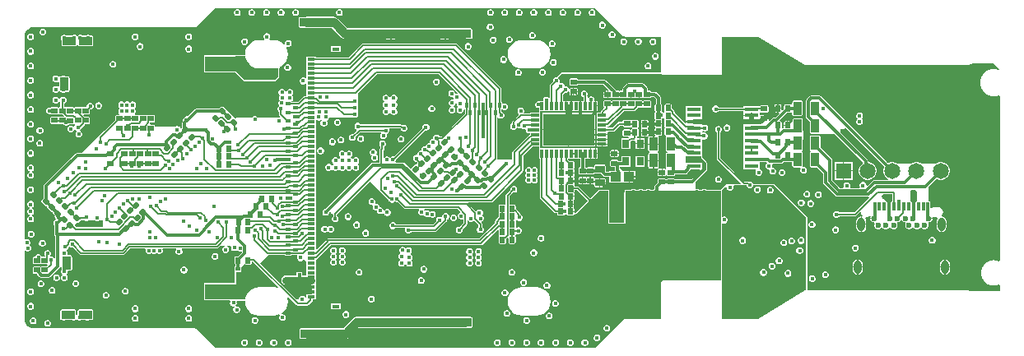
<source format=gtl>
G04*
G04 #@! TF.GenerationSoftware,Altium Limited,Altium Designer,25.7.1 (20)*
G04*
G04 Layer_Physical_Order=1*
G04 Layer_Color=255*
%FSLAX44Y44*%
%MOMM*%
G71*
G04*
G04 #@! TF.SameCoordinates,66F0D8C6-04CA-480C-B019-D4CA667347D7*
G04*
G04*
G04 #@! TF.FilePolarity,Positive*
G04*
G01*
G75*
%ADD11C,0.2000*%
%ADD20C,0.1500*%
%ADD21R,0.3000X0.9000*%
G04:AMPARAMS|DCode=22|XSize=0.55mm|YSize=0.65mm|CornerRadius=0.055mm|HoleSize=0mm|Usage=FLASHONLY|Rotation=315.000|XOffset=0mm|YOffset=0mm|HoleType=Round|Shape=RoundedRectangle|*
%AMROUNDEDRECTD22*
21,1,0.5500,0.5400,0,0,315.0*
21,1,0.4400,0.6500,0,0,315.0*
1,1,0.1100,-0.0354,-0.3465*
1,1,0.1100,-0.3465,-0.0354*
1,1,0.1100,0.0354,0.3465*
1,1,0.1100,0.3465,0.0354*
%
%ADD22ROUNDEDRECTD22*%
G04:AMPARAMS|DCode=23|XSize=0.55mm|YSize=0.65mm|CornerRadius=0.055mm|HoleSize=0mm|Usage=FLASHONLY|Rotation=270.000|XOffset=0mm|YOffset=0mm|HoleType=Round|Shape=RoundedRectangle|*
%AMROUNDEDRECTD23*
21,1,0.5500,0.5400,0,0,270.0*
21,1,0.4400,0.6500,0,0,270.0*
1,1,0.1100,-0.2700,-0.2200*
1,1,0.1100,-0.2700,0.2200*
1,1,0.1100,0.2700,0.2200*
1,1,0.1100,0.2700,-0.2200*
%
%ADD23ROUNDEDRECTD23*%
G04:AMPARAMS|DCode=24|XSize=0.55mm|YSize=0.65mm|CornerRadius=0.055mm|HoleSize=0mm|Usage=FLASHONLY|Rotation=180.000|XOffset=0mm|YOffset=0mm|HoleType=Round|Shape=RoundedRectangle|*
%AMROUNDEDRECTD24*
21,1,0.5500,0.5400,0,0,180.0*
21,1,0.4400,0.6500,0,0,180.0*
1,1,0.1100,-0.2200,0.2700*
1,1,0.1100,0.2200,0.2700*
1,1,0.1100,0.2200,-0.2700*
1,1,0.1100,-0.2200,-0.2700*
%
%ADD24ROUNDEDRECTD24*%
G04:AMPARAMS|DCode=25|XSize=0.9mm|YSize=1.4mm|CornerRadius=0.09mm|HoleSize=0mm|Usage=FLASHONLY|Rotation=90.000|XOffset=0mm|YOffset=0mm|HoleType=Round|Shape=RoundedRectangle|*
%AMROUNDEDRECTD25*
21,1,0.9000,1.2200,0,0,90.0*
21,1,0.7200,1.4000,0,0,90.0*
1,1,0.1800,0.6100,0.3600*
1,1,0.1800,0.6100,-0.3600*
1,1,0.1800,-0.6100,-0.3600*
1,1,0.1800,-0.6100,0.3600*
%
%ADD25ROUNDEDRECTD25*%
G04:AMPARAMS|DCode=26|XSize=0.9mm|YSize=1.4mm|CornerRadius=0.09mm|HoleSize=0mm|Usage=FLASHONLY|Rotation=0.000|XOffset=0mm|YOffset=0mm|HoleType=Round|Shape=RoundedRectangle|*
%AMROUNDEDRECTD26*
21,1,0.9000,1.2200,0,0,0.0*
21,1,0.7200,1.4000,0,0,0.0*
1,1,0.1800,0.3600,-0.6100*
1,1,0.1800,-0.3600,-0.6100*
1,1,0.1800,-0.3600,0.6100*
1,1,0.1800,0.3600,0.6100*
%
%ADD26ROUNDEDRECTD26*%
%ADD27R,3.4000X6.1500*%
%ADD28R,3.2000X1.6000*%
%ADD29R,1.6000X3.2000*%
%ADD30R,1.4750X0.4500*%
%ADD31R,0.8000X0.9000*%
%ADD32R,0.3000X0.5000*%
%ADD33R,1.1000X1.0500*%
G04:AMPARAMS|DCode=34|XSize=0.7mm|YSize=1mm|CornerRadius=0.07mm|HoleSize=0mm|Usage=FLASHONLY|Rotation=90.000|XOffset=0mm|YOffset=0mm|HoleType=Round|Shape=RoundedRectangle|*
%AMROUNDEDRECTD34*
21,1,0.7000,0.8600,0,0,90.0*
21,1,0.5600,1.0000,0,0,90.0*
1,1,0.1400,0.4300,0.2800*
1,1,0.1400,0.4300,-0.2800*
1,1,0.1400,-0.4300,-0.2800*
1,1,0.1400,-0.4300,0.2800*
%
%ADD34ROUNDEDRECTD34*%
G04:AMPARAMS|DCode=35|XSize=0.55mm|YSize=0.65mm|CornerRadius=0.055mm|HoleSize=0mm|Usage=FLASHONLY|Rotation=225.000|XOffset=0mm|YOffset=0mm|HoleType=Round|Shape=RoundedRectangle|*
%AMROUNDEDRECTD35*
21,1,0.5500,0.5400,0,0,225.0*
21,1,0.4400,0.6500,0,0,225.0*
1,1,0.1100,-0.3465,0.0354*
1,1,0.1100,-0.0354,0.3465*
1,1,0.1100,0.3465,-0.0354*
1,1,0.1100,0.0354,-0.3465*
%
%ADD35ROUNDEDRECTD35*%
%ADD36R,0.8000X0.3000*%
%ADD37R,0.8000X0.4000*%
%ADD38R,0.5000X0.3000*%
%ADD39R,0.4200X0.5000*%
%ADD40R,0.5000X0.4200*%
%ADD41R,0.8500X0.3000*%
%ADD42R,0.3000X0.8500*%
%ADD43R,5.2500X3.2500*%
%ADD72C,0.3000*%
%ADD73C,0.9000*%
%ADD74C,0.5000*%
%ADD75C,0.4000*%
%ADD76C,0.7500*%
%ADD77C,0.6000*%
%ADD78O,0.8000X1.4000*%
%ADD79R,1.6500X1.6500*%
%ADD80C,1.6500*%
%ADD81C,0.4500*%
G36*
X618130Y145925D02*
X618454Y145709D01*
X618791Y145483D01*
X618792Y145483D01*
X618792Y145483D01*
X619169Y145408D01*
X619572Y145328D01*
X656788D01*
X656850Y109007D01*
X656133Y108288D01*
X554529D01*
X553764Y107971D01*
X553764Y107971D01*
X550261Y104468D01*
X550227Y104384D01*
X550149Y104337D01*
X550109Y104167D01*
X549896Y103678D01*
X549125Y103280D01*
X548977Y103235D01*
X548311D01*
X547024Y102702D01*
X546040Y101718D01*
X545507Y100431D01*
Y99039D01*
X545589Y98841D01*
X542989Y96241D01*
X542602Y95662D01*
X542466Y94979D01*
Y82921D01*
X541450Y82500D01*
X540983Y82968D01*
X539696Y83500D01*
X538304D01*
X537018Y82968D01*
X536033Y81983D01*
X535500Y80697D01*
Y79304D01*
X535464Y79250D01*
X531751D01*
Y78937D01*
X531696Y78900D01*
X530304D01*
X529018Y78367D01*
X528033Y77383D01*
X527500Y76096D01*
Y74704D01*
X528033Y73418D01*
X529018Y72433D01*
X530304Y71900D01*
X531696D01*
X531751Y71864D01*
Y69522D01*
X531735Y69516D01*
X531418Y68750D01*
Y67000D01*
X522001D01*
Y65949D01*
X516000D01*
X515608Y66965D01*
X516085Y68116D01*
Y69508D01*
X515552Y70795D01*
X514568Y71779D01*
X513281Y72312D01*
X511889D01*
X510602Y71779D01*
X509618Y70795D01*
X509085Y69508D01*
Y68116D01*
X509618Y66829D01*
X510602Y65845D01*
X510562Y64762D01*
X504410Y58609D01*
X504023Y58031D01*
X503887Y57348D01*
Y56315D01*
X503115Y55995D01*
X502130Y55011D01*
X501598Y53724D01*
Y52332D01*
X502130Y51046D01*
X503115Y50061D01*
X504401Y49528D01*
X505794D01*
X507080Y50061D01*
X508065Y51046D01*
X509340Y51470D01*
X509890Y51242D01*
X511282D01*
X512004Y51541D01*
X513189Y51333D01*
X514174Y50349D01*
X515460Y49816D01*
X516853D01*
X517812Y49113D01*
Y48370D01*
X518344Y47083D01*
X519329Y46099D01*
X520615Y45566D01*
X522001D01*
Y44524D01*
X521946Y44469D01*
X521593Y44399D01*
X521014Y44012D01*
X504444Y27442D01*
X504057Y26864D01*
X503922Y26181D01*
Y18862D01*
X488957D01*
X488490Y19431D01*
Y61868D01*
X489506Y62249D01*
X490221Y61534D01*
X491507Y61001D01*
X492900D01*
X494186Y61534D01*
X495171Y62518D01*
X495704Y63804D01*
Y65197D01*
X495171Y66483D01*
X494186Y67468D01*
X492900Y68001D01*
X492490D01*
Y70045D01*
X493506Y70466D01*
X493723Y70249D01*
X495009Y69716D01*
X496402D01*
X497688Y70249D01*
X498673Y71234D01*
X499205Y72520D01*
Y73913D01*
X498673Y75199D01*
X497688Y76183D01*
X496402Y76716D01*
X495009D01*
X494221Y76390D01*
X493205Y76993D01*
Y78182D01*
X492490D01*
Y91682D01*
X492354Y92365D01*
X491967Y92944D01*
X446967Y137944D01*
X446389Y138330D01*
X445706Y138466D01*
X350706D01*
X350023Y138330D01*
X349444Y137944D01*
X335687Y124186D01*
X302047D01*
Y124902D01*
X292047D01*
Y120918D01*
X292047Y119902D01*
X292047D01*
Y119902D01*
X292047D01*
Y110918D01*
X292047Y109902D01*
X292047D01*
Y109902D01*
X292047D01*
Y102727D01*
X291031Y102307D01*
X290688Y102649D01*
X289402Y103182D01*
X288010D01*
X286723Y102649D01*
X285739Y101664D01*
X285206Y100378D01*
Y98986D01*
X285739Y97699D01*
X286723Y96715D01*
X288010Y96182D01*
X289402D01*
X290688Y96715D01*
X291031Y97057D01*
X292047Y96636D01*
Y89902D01*
X292047D01*
Y89902D01*
X292047D01*
X292047Y88886D01*
Y84186D01*
X290432D01*
X289749Y84051D01*
X289170Y83664D01*
X283315Y77808D01*
X277247D01*
X276834Y78825D01*
X277237Y79257D01*
X278021Y80042D01*
X278554Y81328D01*
Y82720D01*
X278021Y84007D01*
X277037Y84991D01*
X277652Y85703D01*
X277967Y86018D01*
X278500Y87304D01*
Y88697D01*
X277967Y89983D01*
X276983Y90968D01*
X275697Y91501D01*
X274304D01*
X273018Y90968D01*
X272033Y89983D01*
X271500Y88697D01*
X270500D01*
X269967Y89983D01*
X268983Y90968D01*
X267696Y91501D01*
X266304D01*
X265018Y90968D01*
X264033Y89983D01*
X263500Y88697D01*
Y87304D01*
X264033Y86018D01*
X265018Y85033D01*
X264402Y84322D01*
X264087Y84007D01*
X263554Y82720D01*
Y81328D01*
X264087Y80042D01*
X264415Y79714D01*
X263656Y78955D01*
X263123Y77668D01*
Y76276D01*
X263656Y74990D01*
X264127Y74518D01*
X264018Y73968D01*
X263033Y72983D01*
X262500Y71697D01*
Y70304D01*
X263033Y69018D01*
X263961Y68090D01*
Y65078D01*
X264116Y64298D01*
X264558Y63636D01*
X265114Y63081D01*
X264675Y62083D01*
X263678D01*
X262460Y61578D01*
X242199D01*
X242021Y62007D01*
X241037Y62991D01*
X239750Y63524D01*
X238358D01*
X237071Y62991D01*
X236087Y62007D01*
X235909Y61578D01*
X219710D01*
X218945Y61261D01*
X218892Y61309D01*
X218409Y61792D01*
X218253Y61896D01*
X217896Y62134D01*
X217852Y62143D01*
X206673Y73323D01*
X205907Y73640D01*
X205623Y73522D01*
X205292Y73588D01*
X204687Y73468D01*
X204175Y73125D01*
X202495Y71445D01*
X179170D01*
X178195Y71251D01*
X177368Y70699D01*
X170375Y63706D01*
X169293D01*
X168527Y63389D01*
X168234Y62682D01*
X167760D01*
X166473Y62149D01*
X165489Y61164D01*
X164956Y59878D01*
Y58843D01*
X164480Y58131D01*
X164286Y57155D01*
Y51949D01*
X164383Y51462D01*
X163598Y50677D01*
X162417Y50933D01*
X162377Y51031D01*
Y51883D01*
X162060Y52648D01*
X161294Y52965D01*
X160309D01*
X159856Y53153D01*
X158463D01*
X158010Y52965D01*
X136283D01*
Y53196D01*
X136163Y53801D01*
X135820Y54314D01*
X135308Y54656D01*
X134703Y54776D01*
X131539D01*
X131036Y55792D01*
X131152Y55967D01*
X131288Y56650D01*
Y57220D01*
X134704D01*
X135309Y57340D01*
X135821Y57683D01*
X136164Y58196D01*
X136284Y58800D01*
Y63200D01*
X136164Y63805D01*
X135821Y64318D01*
X135309Y64660D01*
X134704Y64781D01*
X129304D01*
X128699Y64660D01*
X128004Y64389D01*
X127309Y64660D01*
X126704Y64781D01*
X121304D01*
X120699Y64660D01*
X119923Y64370D01*
X119410Y64712D01*
X118805Y64832D01*
X115900D01*
X115491Y65848D01*
X116186Y66544D01*
X116719Y67830D01*
Y69222D01*
X116186Y70509D01*
X115616Y71079D01*
X115383Y71856D01*
X115644Y72379D01*
X116307Y73042D01*
X116840Y74328D01*
Y75720D01*
X116307Y77007D01*
X115323Y77991D01*
X114036Y78524D01*
X112644D01*
X111357Y77991D01*
X110525Y77159D01*
X109692Y77991D01*
X108406Y78524D01*
X107013D01*
X105727Y77991D01*
X104894Y77159D01*
X104062Y77991D01*
X102775Y78524D01*
X101383D01*
X100097Y77991D01*
X99112Y77007D01*
X98579Y75720D01*
Y74328D01*
X99112Y73042D01*
X99717Y72436D01*
X99983Y71775D01*
X99717Y71114D01*
X99112Y70509D01*
X98579Y69222D01*
Y67830D01*
X99112Y66544D01*
X99859Y65797D01*
X99523Y64781D01*
X97304D01*
X96699Y64660D01*
X96186Y64318D01*
X95844Y63805D01*
X95723Y63200D01*
Y59743D01*
X84515Y48534D01*
X84331Y48611D01*
X83565Y48294D01*
X62013Y26741D01*
X61696Y25976D01*
X61620Y25862D01*
X56486D01*
X55510Y25668D01*
X54683Y25116D01*
X22730Y-6837D01*
X22178Y-7664D01*
X21984Y-8640D01*
Y-21174D01*
X19950Y-23207D01*
X19608Y-23720D01*
X19487Y-24325D01*
X19608Y-24929D01*
X19950Y-25442D01*
X23769Y-29260D01*
X24281Y-29603D01*
X24886Y-29723D01*
X25515Y-30333D01*
X25635Y-30938D01*
X25977Y-31451D01*
X29796Y-35269D01*
X30308Y-35612D01*
X30913Y-35732D01*
X31542Y-36342D01*
X31662Y-36947D01*
X32004Y-37460D01*
X33475Y-38930D01*
X33430Y-38997D01*
X33236Y-39973D01*
Y-39988D01*
X33430Y-40963D01*
X33983Y-41790D01*
X34348Y-42156D01*
X34063Y-43307D01*
X33289Y-43627D01*
X32304Y-44612D01*
X31771Y-45898D01*
Y-47291D01*
X32304Y-48577D01*
X32822Y-49096D01*
Y-57889D01*
X33017Y-58864D01*
X33569Y-59691D01*
X33733Y-59801D01*
Y-82212D01*
X32978Y-82469D01*
X32717Y-82488D01*
X31784Y-81556D01*
X30498Y-81023D01*
X29364D01*
X28911Y-80262D01*
X28865Y-80084D01*
X28967Y-79982D01*
X29500Y-78696D01*
Y-77303D01*
X28967Y-76017D01*
X27983Y-75032D01*
X26696Y-74499D01*
X25304D01*
X24018Y-75032D01*
X23033Y-76017D01*
X22500Y-77303D01*
Y-78696D01*
X23033Y-79982D01*
X23226Y-80175D01*
X22805Y-81191D01*
X20352D01*
X19810Y-81299D01*
X19324Y-80125D01*
X18339Y-79141D01*
X17053Y-78608D01*
X15660D01*
X14374Y-79141D01*
X13389Y-80125D01*
X12926Y-81243D01*
X12250D01*
X11645Y-81363D01*
X11133Y-81706D01*
X10790Y-82218D01*
X10670Y-82823D01*
Y-87223D01*
X10790Y-87828D01*
X11133Y-88341D01*
X11645Y-88683D01*
X12250Y-88804D01*
X17650D01*
X18255Y-88683D01*
X18767Y-88341D01*
X19747Y-88631D01*
X20352Y-88752D01*
X25454D01*
X25868Y-89510D01*
X25903Y-89739D01*
X24447Y-91195D01*
X20350D01*
X19746Y-91316D01*
X19731Y-91325D01*
X18766Y-91710D01*
X18254Y-91368D01*
X17649Y-91247D01*
X12249D01*
X11644Y-91368D01*
X11132Y-91710D01*
X10789Y-92223D01*
X10669Y-92828D01*
Y-97228D01*
X10789Y-97832D01*
X11132Y-98345D01*
X11644Y-98688D01*
X12249Y-98808D01*
X14611D01*
X14897Y-99236D01*
X14913Y-99253D01*
X14945Y-99415D01*
X15498Y-100241D01*
X17284Y-102028D01*
X18111Y-102581D01*
X19087Y-102775D01*
X27014D01*
X27989Y-102581D01*
X28816Y-102028D01*
X38084Y-92760D01*
X38562Y-92045D01*
X39066Y-91880D01*
X39698Y-91802D01*
X40073Y-92231D01*
Y-93730D01*
X40220Y-94471D01*
X40266Y-94539D01*
X40184Y-94621D01*
X39651Y-95908D01*
Y-97300D01*
X40184Y-98587D01*
X40704Y-99107D01*
X41061Y-99771D01*
X40704Y-100435D01*
X40184Y-100955D01*
X39651Y-102242D01*
Y-103634D01*
X40184Y-104921D01*
X41168Y-105905D01*
X42455Y-106438D01*
X43847D01*
X45133Y-105905D01*
X46118Y-104921D01*
X46651Y-103634D01*
Y-102242D01*
X46118Y-100955D01*
X45597Y-100435D01*
X45241Y-99771D01*
X45597Y-99107D01*
X46118Y-98587D01*
X46651Y-97300D01*
Y-95908D01*
X46811Y-95667D01*
X49210D01*
X49951Y-95520D01*
X50580Y-95100D01*
X51000Y-94471D01*
X51147Y-93730D01*
Y-81530D01*
X51000Y-80789D01*
X50580Y-80160D01*
X49951Y-79740D01*
X49210Y-79593D01*
X47214D01*
X46535Y-78577D01*
X46651Y-78298D01*
Y-76906D01*
X46118Y-75619D01*
X45686Y-75188D01*
X45925Y-73989D01*
X46037Y-73943D01*
X47021Y-72958D01*
X47554Y-71672D01*
Y-71397D01*
X48570Y-70976D01*
X49071Y-71477D01*
X50358Y-72010D01*
X51750D01*
X51948Y-71928D01*
X58600Y-78580D01*
X59179Y-78966D01*
X59862Y-79102D01*
X103777D01*
X104460Y-78966D01*
X105039Y-78580D01*
X110947Y-72671D01*
X126243D01*
X126866Y-73688D01*
X126554Y-74441D01*
Y-75833D01*
X127087Y-77120D01*
X128071Y-78104D01*
X129358Y-78637D01*
X130750D01*
X132037Y-78104D01*
X132759Y-77382D01*
X133482Y-78104D01*
X134768Y-78637D01*
X136160D01*
X137447Y-78104D01*
X138169Y-77382D01*
X138892Y-78104D01*
X140178Y-78637D01*
X141571D01*
X142857Y-78104D01*
X143841Y-77120D01*
X144374Y-75833D01*
Y-74441D01*
X144062Y-73688D01*
X144686Y-72671D01*
X157972D01*
X158393Y-73688D01*
X158087Y-73993D01*
X157554Y-75280D01*
Y-76672D01*
X158087Y-77959D01*
X159072Y-78943D01*
X160358Y-79476D01*
X161750D01*
X163037Y-78943D01*
X164021Y-77959D01*
X164554Y-76672D01*
Y-75280D01*
X164021Y-73993D01*
X163715Y-73688D01*
X164136Y-72671D01*
X200112D01*
X200795Y-72536D01*
X201374Y-72149D01*
X203861Y-69662D01*
X207667D01*
X207869Y-70678D01*
X207071Y-71009D01*
X206087Y-71993D01*
X205554Y-73280D01*
Y-74672D01*
X206087Y-75959D01*
X207071Y-76943D01*
X208358Y-77476D01*
X209750D01*
X211037Y-76943D01*
X212021Y-75959D01*
X212554Y-74672D01*
Y-73280D01*
X212021Y-71993D01*
X211037Y-71009D01*
X210239Y-70678D01*
X210441Y-69662D01*
X214124D01*
X214803Y-70678D01*
X214554Y-71280D01*
Y-72672D01*
X215087Y-73959D01*
X216071Y-74943D01*
X217358Y-75476D01*
X218750D01*
X220036Y-74943D01*
X220048Y-74932D01*
X221444Y-74972D01*
X221808Y-75336D01*
X223095Y-75869D01*
X224487D01*
X224649Y-75802D01*
X225687Y-76429D01*
X225750Y-77066D01*
X222148Y-80668D01*
X219772D01*
X219167Y-80788D01*
X218655Y-81131D01*
X218312Y-81643D01*
X218192Y-82248D01*
Y-87648D01*
X218312Y-88253D01*
X218655Y-88765D01*
X219167Y-89108D01*
X219312Y-89137D01*
Y-90899D01*
X218250D01*
Y-97099D01*
X218295D01*
X218596Y-97549D01*
Y-108328D01*
X186706D01*
Y-126328D01*
X213218D01*
X213822Y-127344D01*
X213496Y-128132D01*
Y-129524D01*
X214029Y-130811D01*
X215013Y-131795D01*
X216299Y-132328D01*
X217517D01*
X217858Y-132811D01*
X218015Y-133267D01*
X217434Y-133848D01*
X216901Y-135135D01*
Y-136527D01*
X217434Y-137814D01*
X218418Y-138798D01*
X219705Y-139331D01*
X221097D01*
X222383Y-138798D01*
X223368Y-137814D01*
X223901Y-136527D01*
Y-135135D01*
X223368Y-133848D01*
X222383Y-132864D01*
X221097Y-132331D01*
X219880D01*
X219538Y-131848D01*
X219381Y-131392D01*
X219963Y-130811D01*
X220496Y-129524D01*
Y-128132D01*
X220203Y-127427D01*
X220855Y-126411D01*
X228221D01*
X228891Y-127174D01*
X228871Y-127328D01*
X229369Y-131113D01*
X230830Y-134641D01*
X233154Y-137670D01*
X236183Y-139994D01*
X239711Y-141455D01*
X243496Y-141953D01*
X258496D01*
X262281Y-141455D01*
X264042Y-140725D01*
X264618Y-141587D01*
X264394Y-141810D01*
X263862Y-143097D01*
Y-144489D01*
X264394Y-145775D01*
X265379Y-146760D01*
X266665Y-147293D01*
X268058D01*
X269344Y-146760D01*
X270329Y-145775D01*
X270862Y-144489D01*
Y-143097D01*
X270329Y-141810D01*
X269344Y-140826D01*
X268058Y-140293D01*
X267088D01*
X266743Y-139277D01*
X268837Y-137670D01*
X271161Y-134641D01*
X272623Y-131113D01*
X273121Y-127328D01*
X272623Y-123543D01*
X272414Y-123039D01*
X273259Y-122475D01*
X281701Y-130918D01*
X281701Y-130918D01*
X282363Y-131360D01*
X283143Y-131515D01*
X292848D01*
X293629Y-131360D01*
X294290Y-130918D01*
X297839Y-127369D01*
X298281Y-126707D01*
X298436Y-125927D01*
Y-125098D01*
X302047D01*
Y-121114D01*
X302047Y-120098D01*
X302047D01*
Y-120098D01*
X302047D01*
Y-111114D01*
X302047Y-110098D01*
X302047D01*
Y-110098D01*
X302047D01*
Y-106114D01*
X302047Y-105098D01*
X302047D01*
Y-105098D01*
X302047Y-105098D01*
Y-96114D01*
X302047Y-95098D01*
X302047D01*
Y-95098D01*
X302047D01*
Y-86114D01*
X302047Y-85098D01*
X302047D01*
Y-85098D01*
X302047D01*
Y-84082D01*
X302551Y-83982D01*
X303213Y-83540D01*
X305472Y-81280D01*
X305472Y-81280D01*
X317154Y-69599D01*
X471774D01*
X472555Y-69443D01*
X473216Y-69001D01*
X488881Y-53336D01*
X489897Y-53757D01*
Y-58467D01*
X490018Y-59071D01*
X490360Y-59584D01*
X490018Y-60462D01*
X489898Y-61067D01*
Y-66467D01*
X490018Y-67071D01*
X490360Y-67584D01*
X490873Y-67927D01*
X491478Y-68047D01*
X495878D01*
X496483Y-67927D01*
X496995Y-67584D01*
X497338Y-67071D01*
X497458Y-66467D01*
Y-63238D01*
X497876Y-62959D01*
X498886Y-61949D01*
X499902Y-62370D01*
Y-66468D01*
X500022Y-67073D01*
X500364Y-67585D01*
X500877Y-67928D01*
X501482Y-68048D01*
X505882D01*
X506487Y-67928D01*
X507000Y-67585D01*
X507342Y-67073D01*
X507462Y-66468D01*
Y-61068D01*
X507342Y-60463D01*
X507000Y-59950D01*
X507342Y-59072D01*
X507462Y-58468D01*
Y-58158D01*
X507509Y-58097D01*
X508478Y-57563D01*
X509341Y-57920D01*
X510733D01*
X512020Y-57387D01*
X513004Y-56403D01*
X513537Y-55116D01*
Y-53724D01*
X513004Y-52437D01*
X512020Y-51453D01*
X510733Y-50920D01*
X509341D01*
X508392Y-51313D01*
X507530Y-50737D01*
X507483Y-50673D01*
X507514Y-50518D01*
Y-45118D01*
X507394Y-44514D01*
X507563Y-43696D01*
X508552Y-43390D01*
X508987Y-43825D01*
X510273Y-44358D01*
X511666D01*
X512952Y-43825D01*
X513937Y-42841D01*
X514469Y-41554D01*
Y-40162D01*
X513937Y-38875D01*
X512952Y-37891D01*
X512476Y-37693D01*
X512375Y-37188D01*
X511933Y-36527D01*
X511933Y-36527D01*
X508032Y-32626D01*
X507486Y-32261D01*
Y-29118D01*
X507366Y-28513D01*
X507023Y-28001D01*
X506511Y-27658D01*
X505906Y-27538D01*
X501506D01*
X500971Y-27099D01*
Y-19101D01*
X504754Y-15318D01*
X506098D01*
X507384Y-14785D01*
X508369Y-13801D01*
X508902Y-12514D01*
Y-11122D01*
X508369Y-9836D01*
X507384Y-8851D01*
X506098Y-8318D01*
X504706D01*
X503419Y-8851D01*
X502435Y-9836D01*
X501902Y-11122D01*
Y-12402D01*
X497490Y-16814D01*
X497048Y-17476D01*
X496893Y-18256D01*
Y-26786D01*
X495902Y-27536D01*
X491502D01*
X490897Y-27657D01*
X490384Y-27999D01*
X490042Y-28512D01*
X489921Y-29116D01*
Y-34517D01*
X490042Y-35121D01*
X490313Y-35817D01*
X490042Y-36513D01*
X489921Y-37118D01*
Y-40366D01*
X489532Y-40626D01*
X486472Y-43686D01*
X486030Y-44348D01*
X485874Y-45128D01*
Y-46311D01*
X469680Y-62504D01*
X315060D01*
X314280Y-62660D01*
X313618Y-63102D01*
X313618Y-63102D01*
X311851Y-64868D01*
X311851Y-64868D01*
X302985Y-73734D01*
X302047Y-73345D01*
Y-65098D01*
X302047D01*
Y-65098D01*
X302047D01*
X302047Y-64082D01*
Y-56114D01*
X302047Y-55098D01*
X302047D01*
Y-55098D01*
X302047D01*
Y-46114D01*
X302047Y-45098D01*
X302047D01*
Y-45098D01*
X302047D01*
Y-36114D01*
X302047Y-35098D01*
X302047D01*
Y-35098D01*
X302047D01*
Y-26114D01*
X302047Y-25098D01*
X302047D01*
Y-25098D01*
X302047D01*
Y-16114D01*
X302047Y-15098D01*
X302047D01*
Y-15098D01*
X302047D01*
Y-6114D01*
X302047Y-5098D01*
X302047D01*
Y-5098D01*
X302047D01*
Y3886D01*
X302047Y4902D01*
X302047D01*
Y4902D01*
X302047D01*
Y13886D01*
X302047Y14902D01*
X302047D01*
Y14902D01*
X302047D01*
Y19902D01*
X302047D01*
Y19902D01*
X302047D01*
X302047Y20918D01*
Y28886D01*
X302047Y29902D01*
X302047D01*
Y29902D01*
X302047D01*
Y38886D01*
X302047Y39902D01*
X302047D01*
Y39902D01*
X302047D01*
Y49902D01*
X302047D01*
Y49902D01*
X302047D01*
X302047Y50918D01*
Y59067D01*
X303018Y59533D01*
X304304Y59001D01*
X305696D01*
X306983Y59533D01*
X307351Y59902D01*
X308225Y59830D01*
X308187Y59248D01*
X307202Y58263D01*
X306670Y56977D01*
Y55585D01*
X307202Y54298D01*
X308187Y53314D01*
X309473Y52781D01*
X310866D01*
X312152Y53314D01*
X313137Y54298D01*
X313669Y55585D01*
Y56977D01*
X313137Y58263D01*
X313502Y59334D01*
X313983Y59533D01*
X314967Y60518D01*
X315500Y61804D01*
Y62418D01*
X339826D01*
X340784Y62021D01*
X342176D01*
X343133Y62418D01*
X343923D01*
X344688Y62735D01*
X345005Y63500D01*
Y70109D01*
X345500Y71304D01*
Y72697D01*
X345005Y73892D01*
Y77109D01*
X345500Y78304D01*
Y79697D01*
X345005Y80892D01*
Y87458D01*
X364445Y106898D01*
X427967D01*
X447360Y87504D01*
X446939Y86488D01*
X446212D01*
X445923Y86369D01*
X445079Y86933D01*
Y87329D01*
X444546Y88616D01*
X443561Y89600D01*
X442275Y90133D01*
X440882D01*
X439596Y89600D01*
X438611Y88616D01*
X438078Y87329D01*
Y85937D01*
X438611Y84651D01*
X439596Y83666D01*
X440882Y83133D01*
X442275D01*
X442564Y83253D01*
X443409Y82689D01*
Y82292D01*
X443790Y81371D01*
X443036Y80583D01*
X442784Y80688D01*
X441392D01*
X440105Y80155D01*
X439121Y79170D01*
X438588Y77884D01*
Y76492D01*
X439121Y75205D01*
X440105Y74221D01*
X440641Y73999D01*
Y72899D01*
X440013Y72639D01*
X439029Y71655D01*
X438496Y70368D01*
Y68976D01*
X439029Y67689D01*
X440013Y66705D01*
X441300Y66172D01*
X442692D01*
X443978Y66705D01*
X444963Y67689D01*
X445496Y68976D01*
Y70368D01*
X444963Y71655D01*
X443978Y72639D01*
X443443Y72861D01*
Y73961D01*
X444071Y74221D01*
X445055Y75205D01*
X445480Y76230D01*
X446496Y76028D01*
Y75976D01*
X447029Y74689D01*
X447871Y73847D01*
X447969Y73323D01*
X447891Y72656D01*
X447077Y71842D01*
X446544Y70555D01*
Y69163D01*
X447077Y67876D01*
X448061Y66892D01*
X449348Y66359D01*
X450740D01*
X452027Y66892D01*
X453011Y67876D01*
X453544Y69163D01*
Y69869D01*
X454531Y70511D01*
X454921Y70315D01*
Y66486D01*
X431244Y42809D01*
X428759D01*
X428677Y43007D01*
X427693Y43992D01*
X426406Y44524D01*
X425014D01*
X423727Y43992D01*
X422743Y43007D01*
X422210Y41721D01*
Y40328D01*
X422054Y40095D01*
X421348D01*
X420061Y39562D01*
X419077Y38577D01*
X418544Y37291D01*
Y35899D01*
X418416Y35708D01*
X417580D01*
X416294Y35175D01*
X415309Y34190D01*
X414776Y32904D01*
Y32526D01*
X414373Y32257D01*
X412981D01*
X411694Y31724D01*
X410710Y30739D01*
X410177Y29453D01*
Y28061D01*
X410162Y28039D01*
X409067D01*
X407781Y27506D01*
X406796Y26521D01*
X406264Y25235D01*
Y24465D01*
X406095Y23786D01*
X405325Y23527D01*
X404638D01*
X403352Y22994D01*
X402367Y22009D01*
X401834Y20723D01*
Y19331D01*
X402367Y18044D01*
X403352Y17060D01*
X404638Y16527D01*
X405499D01*
X406138Y15887D01*
Y15322D01*
X406013Y15196D01*
X405670Y14684D01*
X405550Y14079D01*
X405408Y13937D01*
X405166Y13985D01*
X404561Y13865D01*
X404049Y13522D01*
X400230Y9704D01*
X400112Y9527D01*
X399102Y9294D01*
X398878Y9324D01*
X393149Y15053D01*
X392322Y15605D01*
X391346Y15799D01*
X384117D01*
X383737Y16816D01*
X384222Y17986D01*
Y18769D01*
X414106Y48652D01*
X414304Y48570D01*
X415696D01*
X416983Y49103D01*
X417967Y50087D01*
X418500Y51374D01*
Y52766D01*
X417967Y54053D01*
X416983Y55037D01*
X415696Y55570D01*
X414304D01*
X413018Y55037D01*
X412033Y54053D01*
X411500Y52766D01*
Y51374D01*
X411582Y51175D01*
X382246Y21839D01*
X381418Y22182D01*
X380026D01*
X378740Y21649D01*
X377837Y20747D01*
X376955Y21629D01*
X375668Y22162D01*
X374276D01*
X372990Y21629D01*
X372184Y20824D01*
X371341Y21034D01*
X371168Y21135D01*
Y27929D01*
X371571Y28332D01*
X371571Y28332D01*
X372013Y28994D01*
X372168Y29774D01*
Y31949D01*
X372428Y32057D01*
X373413Y33042D01*
X373946Y34328D01*
Y35720D01*
X373413Y37007D01*
X372428Y37991D01*
X371142Y38524D01*
X369749D01*
X368463Y37991D01*
X367478Y37007D01*
X366945Y35720D01*
Y34328D01*
X367478Y33042D01*
X368090Y32430D01*
Y30619D01*
X367687Y30216D01*
X367245Y29555D01*
X367090Y28774D01*
Y15799D01*
X360897D01*
X359922Y15605D01*
X359095Y15053D01*
X311912Y-32130D01*
X311321D01*
X310035Y-32662D01*
X309050Y-33647D01*
X308517Y-34933D01*
Y-36326D01*
X309050Y-37612D01*
X310035Y-38597D01*
X311321Y-39130D01*
X312713D01*
X314000Y-38597D01*
X314984Y-37612D01*
X315517Y-36326D01*
Y-35734D01*
X316302Y-34949D01*
X317166Y-35522D01*
X317146Y-35570D01*
X317629Y-36715D01*
X318780Y-37184D01*
X318978Y-37100D01*
X319057Y-37112D01*
X319965Y-37787D01*
Y-39119D01*
X319767Y-39201D01*
X318782Y-40185D01*
X318249Y-41472D01*
Y-42864D01*
X318782Y-44151D01*
X319767Y-45135D01*
X321053Y-45668D01*
X322445D01*
X323732Y-45135D01*
X324716Y-44151D01*
X325249Y-42864D01*
Y-41472D01*
X324716Y-40185D01*
X323732Y-39201D01*
X323534Y-39119D01*
Y-37989D01*
X357554Y-3969D01*
X376244Y-22658D01*
X376679Y-23709D01*
X377663Y-24693D01*
X378714Y-25128D01*
X379577Y-25991D01*
X380342Y-26308D01*
X381108Y-25991D01*
X382910Y-24189D01*
X383414Y-24693D01*
X384700Y-25226D01*
X386092D01*
X386291Y-25144D01*
X392602Y-31455D01*
X393181Y-31841D01*
X393863Y-31977D01*
X407586D01*
X408007Y-32993D01*
X407547Y-33453D01*
X407014Y-34740D01*
Y-36132D01*
X407547Y-37418D01*
X408531Y-38403D01*
X409818Y-38936D01*
X411210D01*
X411950Y-38629D01*
X413087Y-38958D01*
X414071Y-39943D01*
X415358Y-40476D01*
X416750D01*
X417754Y-40060D01*
X418767Y-39850D01*
X419752Y-40835D01*
X421038Y-41368D01*
X422430D01*
X423717Y-40835D01*
X424701Y-39850D01*
X425234Y-38564D01*
Y-37171D01*
X424701Y-35885D01*
X423717Y-34901D01*
X422430Y-34368D01*
X421038D01*
X420034Y-34784D01*
X419021Y-34993D01*
X418036Y-34009D01*
X416750Y-33476D01*
X415358D01*
X414618Y-33782D01*
X413797Y-33545D01*
X413209Y-32539D01*
X413442Y-31977D01*
X447658D01*
X450487Y-34807D01*
X450210Y-35966D01*
X449456Y-36279D01*
X448472Y-37263D01*
X447939Y-38549D01*
Y-39942D01*
X448472Y-41228D01*
X449456Y-42213D01*
X450743Y-42746D01*
X452135D01*
X452889Y-42434D01*
X453905Y-43057D01*
Y-46500D01*
X450097Y-50308D01*
X449898Y-50226D01*
X448506D01*
X447220Y-50759D01*
X446235Y-51743D01*
X445702Y-53030D01*
Y-54422D01*
X446235Y-55708D01*
X447220Y-56693D01*
X448506Y-57226D01*
X449898D01*
X451185Y-56693D01*
X452169Y-55708D01*
X452702Y-54422D01*
Y-53030D01*
X452620Y-52831D01*
X456951Y-48501D01*
X457337Y-47922D01*
X457473Y-47239D01*
Y-43961D01*
X458373Y-43732D01*
X458489Y-43729D01*
X459453Y-44693D01*
X460739Y-45226D01*
X462132D01*
X463418Y-44693D01*
X464403Y-43708D01*
X465090Y-44349D01*
X469269Y-48529D01*
Y-50312D01*
X469071Y-50395D01*
X468087Y-51379D01*
X467554Y-52666D01*
Y-54058D01*
X468087Y-55344D01*
X469071Y-56329D01*
X470358Y-56862D01*
X471750D01*
X473036Y-56329D01*
X474021Y-55344D01*
X474554Y-54058D01*
Y-52666D01*
X474021Y-51379D01*
X473036Y-50395D01*
X472838Y-50312D01*
Y-47790D01*
X472702Y-47107D01*
X472315Y-46528D01*
X471952Y-46164D01*
X472229Y-45005D01*
X472983Y-44693D01*
X473967Y-43708D01*
X474500Y-42422D01*
Y-41030D01*
X473967Y-39743D01*
X472983Y-38758D01*
X472856Y-38123D01*
X473021Y-37959D01*
X473554Y-36672D01*
Y-35280D01*
X473021Y-33993D01*
X472036Y-33009D01*
X470750Y-32476D01*
X469358D01*
X468071Y-33009D01*
X467087Y-33993D01*
X466296Y-34151D01*
X458104Y-25959D01*
X458307Y-25204D01*
X458490Y-24943D01*
X482454D01*
X483137Y-24807D01*
X483716Y-24420D01*
X514532Y6396D01*
X514918Y6974D01*
X515054Y7657D01*
Y22531D01*
X524524Y32000D01*
X531418D01*
Y30250D01*
X531735Y29485D01*
X531751Y29478D01*
Y19750D01*
X532466D01*
Y-20366D01*
X532602Y-21049D01*
X532989Y-21628D01*
X547439Y-36079D01*
X548018Y-36465D01*
X548701Y-36601D01*
X549921D01*
Y-37517D01*
X550041Y-38122D01*
X550384Y-38635D01*
X550896Y-38977D01*
X551501Y-39097D01*
X555901D01*
X556506Y-38977D01*
X557019Y-38635D01*
X557361Y-38122D01*
X557413Y-37864D01*
X558152D01*
X558921Y-37545D01*
X559001Y-37543D01*
X560000Y-38046D01*
X560041Y-38097D01*
X560046Y-38123D01*
X560388Y-38636D01*
X560901Y-38978D01*
X561506Y-39098D01*
X565906D01*
X566511Y-38978D01*
X567023Y-38636D01*
X567366Y-38123D01*
X567541Y-37975D01*
X568441Y-37645D01*
X568640Y-37563D01*
X568855D01*
X569007Y-37411D01*
X569207Y-37329D01*
X582281Y-24254D01*
X582526Y-23662D01*
X582598Y-23489D01*
X582281Y-22723D01*
X582281Y-22723D01*
X571627Y-12070D01*
X570862Y-11753D01*
X567809D01*
X567043Y-12070D01*
X566726Y-12835D01*
Y-13644D01*
X566694Y-13805D01*
X566177Y-14669D01*
X562271D01*
X562227Y-14660D01*
X562015D01*
X561318Y-13962D01*
Y-8139D01*
X562219Y-7238D01*
X562227D01*
X562271Y-7229D01*
X566177D01*
X566386Y-7734D01*
X566434Y-7774D01*
X566446Y-7835D01*
X566669Y-8168D01*
X566726Y-8457D01*
Y-9266D01*
X567043Y-10032D01*
X567809Y-10349D01*
X571494D01*
X571862Y-10422D01*
X572173Y-10630D01*
X583274Y-21731D01*
X583866Y-21976D01*
X584039Y-22048D01*
X584804Y-21731D01*
X584804Y-21730D01*
X593125Y-13411D01*
X600749D01*
X601288Y-13634D01*
X602285D01*
D01*
X602500D01*
Y-47499D01*
X620500D01*
Y-35593D01*
X620705Y-35099D01*
Y-33707D01*
X620500Y-33213D01*
Y-29593D01*
X620705Y-29099D01*
Y-27707D01*
X620500Y-27213D01*
Y-23593D01*
X620705Y-23099D01*
Y-21707D01*
X620500Y-21213D01*
Y-17593D01*
X620705Y-17099D01*
Y-15707D01*
X620500Y-15213D01*
Y-13849D01*
D01*
Y-13634D01*
X620715D01*
X620715D01*
X621510D01*
X622049Y-13411D01*
X626246D01*
X626246Y-13411D01*
X627011Y-13094D01*
X627336Y-12768D01*
X628225Y-12400D01*
X629187D01*
X630075Y-12768D01*
X630400Y-13094D01*
X631166Y-13411D01*
X633746D01*
X633746Y-13411D01*
X634511Y-13094D01*
X634836Y-12768D01*
X635725Y-12400D01*
X636687D01*
X637575Y-12768D01*
X637900Y-13094D01*
X638666Y-13411D01*
X641246D01*
X641246Y-13411D01*
X642011Y-13094D01*
X642336Y-12768D01*
X643225Y-12400D01*
X644187D01*
X645075Y-12768D01*
X645400Y-13094D01*
X646166Y-13411D01*
X648546D01*
X649311Y-13094D01*
X649311Y-13093D01*
X649626Y-12779D01*
X650464Y-12432D01*
X650616Y-12279D01*
X650815Y-12197D01*
X650897Y-11998D01*
X651049Y-11846D01*
Y-11631D01*
X651132Y-11432D01*
Y-9277D01*
X651263Y-8617D01*
X651637Y-8058D01*
X652945Y-6749D01*
X653884Y-7138D01*
Y-12018D01*
X654201Y-12783D01*
X654967Y-13100D01*
X691448D01*
X692214Y-12783D01*
X692425Y-12273D01*
X692508Y-12290D01*
X692800Y-12411D01*
X693977D01*
X694865Y-12779D01*
X695180Y-13094D01*
X695946Y-13411D01*
X698546D01*
X698546Y-13411D01*
X699311Y-13094D01*
X699311Y-13093D01*
X699626Y-12779D01*
X700515Y-12411D01*
X701477D01*
X702365Y-12779D01*
X702680Y-13094D01*
X703446Y-13411D01*
X718465D01*
Y-39423D01*
X718509Y-39529D01*
X718487Y-39642D01*
X718662Y-39900D01*
X718782Y-40188D01*
X719003Y-40818D01*
X719047Y-41251D01*
X718970Y-41328D01*
X718437Y-42614D01*
Y-44006D01*
X718970Y-45293D01*
X719047Y-45370D01*
X719003Y-45803D01*
X718782Y-46432D01*
X718662Y-46720D01*
X718487Y-46978D01*
X718509Y-47091D01*
X718465Y-47197D01*
Y-105169D01*
X718394Y-105336D01*
X717676Y-106049D01*
X658891D01*
X658111Y-106204D01*
X657449Y-106646D01*
X657007Y-107307D01*
X656852Y-108088D01*
Y-119134D01*
Y-145265D01*
X619568Y-145329D01*
X619182Y-145406D01*
X618791Y-145484D01*
X618790Y-145485D01*
X618788Y-145485D01*
X618454Y-145709D01*
X618130Y-145926D01*
X618127Y-145928D01*
X618127Y-145928D01*
X618127Y-145928D01*
X589287Y-174769D01*
X198127Y-174788D01*
X179058Y-155746D01*
X179058Y-155746D01*
X179058Y-155746D01*
X179057Y-155745D01*
X178736Y-155531D01*
X178396Y-155304D01*
X178395Y-155304D01*
X178395Y-155303D01*
X178002Y-155225D01*
X177616Y-155148D01*
X12029Y-155149D01*
X12024Y-155149D01*
X12019Y-155149D01*
X10986Y-155154D01*
X9043Y-154790D01*
X7222Y-154051D01*
X5585Y-152963D01*
X4197Y-151571D01*
X3115Y-149930D01*
X2382Y-148107D01*
X2027Y-146173D01*
X2046Y-145191D01*
X2042Y-145171D01*
X2046Y-145152D01*
X2043Y-75496D01*
X3059Y-75075D01*
X3351Y-75367D01*
X4637Y-75900D01*
X6030D01*
X7316Y-75367D01*
X8301Y-74382D01*
X8834Y-73096D01*
Y-71704D01*
X8301Y-70417D01*
X7316Y-69433D01*
X7658Y-68678D01*
X7669Y-68667D01*
X8202Y-67381D01*
Y-65988D01*
X7669Y-64702D01*
X6684Y-63717D01*
X5398Y-63184D01*
X4006D01*
X3058Y-63577D01*
X2042Y-63067D01*
X2033Y145200D01*
X2030Y145213D01*
X2032Y145226D01*
X2030Y145394D01*
Y146342D01*
X2405Y148228D01*
X3141Y150004D01*
X4209Y151602D01*
X5568Y152962D01*
X7167Y154030D01*
X8943Y154765D01*
X10828Y155140D01*
X11789D01*
X11824Y155147D01*
X11859Y155141D01*
X12050Y155148D01*
X177616Y155148D01*
X177616Y155148D01*
X178396Y155303D01*
X179058Y155745D01*
X198081Y174768D01*
X589240Y174788D01*
X618130Y145925D01*
D02*
G37*
G36*
X805094Y116158D02*
X805236Y116107D01*
X805362Y116023D01*
X805607Y115974D01*
X805843Y115890D01*
X805994Y115898D01*
X806142Y115868D01*
X973049D01*
X973075Y115873D01*
X973102Y115869D01*
X973465Y115951D01*
X973830Y116023D01*
X973852Y116038D01*
X973878Y116044D01*
X977541Y117672D01*
X999074D01*
X1004477Y112268D01*
X1003907Y111402D01*
X1001104Y112080D01*
X1000841Y112091D01*
X1000582Y112137D01*
X997444Y112072D01*
X997187Y112015D01*
X996924Y111994D01*
X993907Y111129D01*
X993673Y111008D01*
X993425Y110920D01*
X990728Y109313D01*
X990533Y109137D01*
X990315Y108988D01*
X988119Y106746D01*
X987975Y106525D01*
X987803Y106326D01*
X986253Y103597D01*
X986170Y103347D01*
X986054Y103111D01*
X985253Y100076D01*
X985237Y99813D01*
X985185Y99555D01*
X985186Y96416D01*
X985237Y96158D01*
X985254Y95895D01*
X986056Y92860D01*
X986172Y92624D01*
X986255Y92374D01*
X987806Y89645D01*
X987978Y89446D01*
X988122Y89226D01*
X990319Y86984D01*
X990536Y86835D01*
X990732Y86659D01*
X993429Y85053D01*
X993677Y84965D01*
X993911Y84844D01*
X996929Y83981D01*
X997191Y83959D01*
X997448Y83902D01*
X1000586Y83838D01*
X1000845Y83884D01*
X1001109Y83895D01*
X1004159Y84635D01*
X1004339Y84718D01*
X1004369Y84726D01*
X1005345Y84244D01*
X1005385Y84218D01*
X1005390Y-74286D01*
X1005390Y-85287D01*
X1004933Y-85622D01*
X1004377Y-85821D01*
X1001548Y-84999D01*
X1001279Y-84975D01*
X1001015Y-84918D01*
X998069Y-84865D01*
X997803Y-84913D01*
X997534Y-84926D01*
X994676Y-85646D01*
X994432Y-85762D01*
X994176Y-85846D01*
X991607Y-87289D01*
X991402Y-87464D01*
X991176Y-87612D01*
X989074Y-89677D01*
X988922Y-89901D01*
X988743Y-90102D01*
X987255Y-92646D01*
X987167Y-92901D01*
X987047Y-93143D01*
X986277Y-95987D01*
X986258Y-96256D01*
X986206Y-96521D01*
X986207Y-99468D01*
X986260Y-99733D01*
X986279Y-100002D01*
X987052Y-102845D01*
X987172Y-103087D01*
X987260Y-103342D01*
X988751Y-105884D01*
X988930Y-106086D01*
X989082Y-106309D01*
X991186Y-108372D01*
X991412Y-108520D01*
X991617Y-108695D01*
X994188Y-110136D01*
X994444Y-110219D01*
X994688Y-110335D01*
X997546Y-111052D01*
X997816Y-111065D01*
X998082Y-111113D01*
X1001028Y-111057D01*
X1001292Y-110999D01*
X1001560Y-110976D01*
X1004389Y-110150D01*
X1004985Y-110389D01*
X1005382Y-110706D01*
X1005385Y-115610D01*
X1004667Y-116328D01*
X974518D01*
X973876Y-116043D01*
X973851Y-116038D01*
X973830Y-116024D01*
X973463Y-115951D01*
X973099Y-115869D01*
X973074Y-115873D01*
X973049Y-115869D01*
X808113D01*
X807129Y-114885D01*
Y-109251D01*
Y-40861D01*
X772904Y-6635D01*
X751742D01*
Y-6534D01*
X751209Y-5248D01*
X750224Y-4263D01*
X748938Y-3731D01*
X747546D01*
X746350Y-4226D01*
X746175Y-4191D01*
X742726D01*
X717790Y20745D01*
Y46956D01*
X717988Y47039D01*
X718973Y48023D01*
X719505Y49310D01*
Y50702D01*
X718973Y51988D01*
X717988Y52973D01*
X716702Y53506D01*
X715309D01*
X714023Y52973D01*
X713038Y51988D01*
X712505Y50702D01*
Y49310D01*
X713038Y48023D01*
X714023Y47039D01*
X714221Y46956D01*
Y20006D01*
X714357Y19323D01*
X714744Y18744D01*
X739184Y-5696D01*
X738795Y-6635D01*
X729204D01*
X728402Y-6303D01*
X727010D01*
X726207Y-6635D01*
X724169D01*
X718811Y-11993D01*
X718788Y-12016D01*
X718782Y-12019D01*
X718779Y-12026D01*
X718476Y-12328D01*
X703446D01*
X702978Y-11861D01*
X701692Y-11328D01*
X700300D01*
X699013Y-11861D01*
X698546Y-12328D01*
X695946D01*
X695478Y-11861D01*
X694192Y-11328D01*
X692800D01*
X692531Y-11148D01*
Y-3783D01*
X703609Y7295D01*
X704161Y8122D01*
X704355Y9098D01*
Y14868D01*
X704161Y15844D01*
X703609Y16671D01*
X700453Y19827D01*
X699626Y20379D01*
X699299Y20444D01*
Y28524D01*
Y34008D01*
X699299Y35024D01*
X699299D01*
Y35024D01*
X699299D01*
Y39081D01*
X700144Y39645D01*
X700542Y39480D01*
X701935D01*
X703221Y40013D01*
X704206Y40998D01*
X704738Y42284D01*
Y43677D01*
X704206Y44963D01*
X703221Y45947D01*
X701935Y46480D01*
X700542D01*
X700494Y46460D01*
X699554Y47053D01*
X699506Y47668D01*
X700361Y48168D01*
X701283Y47786D01*
X702675D01*
X703962Y48319D01*
X704946Y49303D01*
X705479Y50590D01*
Y51982D01*
X704946Y53269D01*
X703962Y54253D01*
X702675Y54786D01*
X701283D01*
X700315Y54385D01*
X700221Y54396D01*
X699483Y54805D01*
X699315Y54987D01*
Y57266D01*
X682533D01*
Y56676D01*
X681594Y56288D01*
X670901Y66981D01*
Y67596D01*
X670901Y67596D01*
X670746Y68377D01*
X670304Y69038D01*
X668360Y70982D01*
X667916Y71278D01*
Y74490D01*
X667796Y75094D01*
X667453Y75607D01*
X666941Y75950D01*
X666336Y76070D01*
X661936D01*
X661331Y75950D01*
X660818Y75607D01*
X660476Y75094D01*
X660355Y74490D01*
Y69090D01*
X660476Y68485D01*
X660571Y68237D01*
X660203Y67513D01*
X659082Y67330D01*
X658423Y67602D01*
X657835Y68426D01*
X657864Y68850D01*
X657912Y69091D01*
Y74491D01*
X657792Y75096D01*
X657449Y75608D01*
X656936Y75951D01*
X656669Y76004D01*
Y82268D01*
X656475Y83244D01*
X655922Y84070D01*
X652164Y87829D01*
X651337Y88381D01*
X650362Y88575D01*
X646864D01*
X646813Y88831D01*
X646471Y89344D01*
X645958Y89686D01*
X645353Y89806D01*
X643452D01*
Y91484D01*
X643258Y92460D01*
X642706Y93287D01*
X639508Y96484D01*
X638681Y97037D01*
X637706Y97231D01*
X622706D01*
X621730Y97037D01*
X620903Y96484D01*
X618101Y93682D01*
X617548Y92855D01*
X617354Y91879D01*
Y89806D01*
X615453D01*
X614848Y89686D01*
X614153Y89415D01*
X613458Y89686D01*
X612853Y89806D01*
X610759D01*
X610758Y89811D01*
X610206Y90639D01*
X600332Y100512D01*
X599505Y101065D01*
X598529Y101259D01*
X570968D01*
X570917Y101515D01*
X570574Y102027D01*
X570062Y102370D01*
X569457Y102490D01*
X564057D01*
X563452Y102370D01*
X562939Y102027D01*
X562597Y101515D01*
X562477Y100910D01*
Y96510D01*
X562597Y95905D01*
X562939Y95392D01*
X563452Y95050D01*
X564057Y94930D01*
X569457D01*
X570062Y95050D01*
X570574Y95392D01*
X570917Y95905D01*
X570968Y96161D01*
X597474D01*
X602925Y90710D01*
X602560Y89828D01*
Y85974D01*
Y82178D01*
X604752D01*
X605363Y82299D01*
X605380Y82311D01*
X606336Y82709D01*
X606848Y82366D01*
X607453Y82246D01*
X612853D01*
X613458Y82366D01*
X613971Y82709D01*
X614336D01*
X614848Y82366D01*
X615453Y82246D01*
X620853D01*
X621458Y82366D01*
X621971Y82709D01*
X622741Y82299D01*
X623352Y82178D01*
X625544D01*
Y85974D01*
X626560D01*
Y82178D01*
X628752D01*
X629363Y82299D01*
X629881Y82645D01*
X630223D01*
X630741Y82299D01*
X631352Y82178D01*
X633544D01*
Y85974D01*
X634560D01*
Y82178D01*
X636752D01*
X637363Y82299D01*
X637725Y82542D01*
X638601Y82693D01*
X638836Y82709D01*
X639348Y82366D01*
X639953Y82246D01*
X645353D01*
X645958Y82366D01*
X646471Y82709D01*
X646813Y83221D01*
X646864Y83477D01*
X649306D01*
X651571Y81212D01*
Y75999D01*
X651327Y75951D01*
X650814Y75608D01*
X650472Y75096D01*
X650351Y74491D01*
Y69091D01*
X650472Y68486D01*
X650790Y67659D01*
X650448Y67146D01*
X650327Y66541D01*
Y61141D01*
X650448Y60536D01*
X650790Y60024D01*
X650485Y59050D01*
X650363Y58439D01*
Y56247D01*
X657956D01*
Y58439D01*
X657835Y59050D01*
X657823Y59068D01*
X657460Y59941D01*
X657630Y60330D01*
X657768Y60536D01*
X657807Y60735D01*
X657878Y60897D01*
X659082Y61396D01*
X659315Y61629D01*
X660331Y61208D01*
Y61140D01*
X660452Y60535D01*
X660462Y60521D01*
X660846Y59556D01*
X660504Y59043D01*
X660384Y58438D01*
Y53038D01*
X660504Y52433D01*
X660846Y51921D01*
Y51556D01*
X660504Y51043D01*
X660384Y50438D01*
Y45038D01*
X660504Y44433D01*
X660846Y43921D01*
X661359Y43578D01*
X661964Y43458D01*
X662131D01*
X662439Y42442D01*
X662166Y42259D01*
X661746Y41631D01*
X661599Y40890D01*
Y28690D01*
X661746Y27948D01*
X662166Y27320D01*
X662795Y26900D01*
X663259Y26807D01*
Y25772D01*
X662794Y25679D01*
X662166Y25259D01*
X661746Y24631D01*
X661598Y23890D01*
Y11689D01*
X661746Y10948D01*
X662166Y10320D01*
X662264Y9228D01*
X661665Y8899D01*
X661147Y9245D01*
X660536Y9366D01*
X658344D01*
Y5570D01*
Y1773D01*
X660536D01*
X661147Y1895D01*
X661665Y2241D01*
X661781Y2415D01*
X661803Y2423D01*
X662879Y2427D01*
X662910Y2415D01*
X663018Y2253D01*
X663531Y1910D01*
X664136Y1790D01*
X669536D01*
X670141Y1910D01*
X670653Y2253D01*
X670996Y2765D01*
X671116Y3370D01*
Y3797D01*
X681791D01*
X682767Y3991D01*
X683594Y4543D01*
X686851Y7801D01*
X687404Y8627D01*
X687483Y9024D01*
X696801D01*
X697190Y8086D01*
X687819Y-1285D01*
X670765D01*
X670652Y-1117D01*
X670140Y-774D01*
X669535Y-654D01*
X664135D01*
X663530Y-774D01*
X663017Y-1117D01*
X662899Y-1293D01*
X662855Y-1310D01*
X661814Y-1310D01*
X661770Y-1293D01*
X661652Y-1117D01*
X661140Y-774D01*
X660535Y-654D01*
X655135D01*
X654530Y-774D01*
X654017Y-1117D01*
X653675Y-1629D01*
X653554Y-2234D01*
Y-4610D01*
X650796Y-7368D01*
X650243Y-8195D01*
X650049Y-9171D01*
Y-11432D01*
X649013Y-11861D01*
X648546Y-12328D01*
X646166D01*
X645688Y-11851D01*
X644402Y-11318D01*
X643010D01*
X641723Y-11851D01*
X641246Y-12328D01*
X638666D01*
X638188Y-11851D01*
X636902Y-11318D01*
X635509D01*
X634223Y-11851D01*
X633746Y-12328D01*
X631166D01*
X630688Y-11851D01*
X629402Y-11318D01*
X628010D01*
X626723Y-11851D01*
X626246Y-12328D01*
X621733D01*
X621510Y-12551D01*
X620500D01*
X619735Y-12868D01*
X619480Y-13483D01*
X619418Y-13634D01*
Y-14821D01*
X612008Y-14935D01*
Y-30499D01*
X610992D01*
Y-14950D01*
X604306Y-15052D01*
X603583Y-14339D01*
Y-13634D01*
X603520Y-13483D01*
X603490Y-13411D01*
X603487Y-13403D01*
D01*
X603266Y-12868D01*
X602500Y-12551D01*
X601288D01*
X601065Y-12328D01*
X592676D01*
X584039Y-20965D01*
X572863Y-9789D01*
X572284Y-9402D01*
X571601Y-9266D01*
X567809D01*
Y-8351D01*
X567688Y-7746D01*
X567346Y-7233D01*
X567652Y-6260D01*
X567773Y-5649D01*
Y-3457D01*
X563977D01*
Y-2441D01*
X567773D01*
Y-249D01*
X567652Y362D01*
X567306Y880D01*
X567305Y880D01*
Y1221D01*
X567651Y1740D01*
X567773Y2350D01*
Y4543D01*
X563976D01*
Y5559D01*
X567773D01*
Y7751D01*
X567651Y8362D01*
X567346Y9132D01*
X567688Y9644D01*
X567809Y10249D01*
Y15649D01*
X567688Y16254D01*
X567346Y16767D01*
X566833Y17109D01*
X566228Y17229D01*
X562771D01*
X561267Y18734D01*
X561520Y19518D01*
X561751Y19750D01*
X562766Y19750D01*
X571750D01*
Y19750D01*
X571751D01*
Y19750D01*
X572766Y19750D01*
X573856D01*
Y10809D01*
X573352D01*
X572747Y10689D01*
X572234Y10346D01*
X571891Y9834D01*
X571771Y9229D01*
Y4829D01*
X571891Y4224D01*
X572234Y3711D01*
X572747Y3369D01*
X573352Y3248D01*
X578751D01*
X579356Y3369D01*
X580051Y3640D01*
X580747Y3369D01*
X581352Y3248D01*
X586752D01*
X587356Y3369D01*
X587869Y3711D01*
X588212Y4224D01*
X589037Y4599D01*
X589700Y4467D01*
X595184D01*
X595698Y3698D01*
X597516Y1880D01*
X598343Y1327D01*
X599319Y1133D01*
X603500D01*
Y-5249D01*
X616475D01*
X617484Y-5265D01*
X617510Y-5265D01*
X623492D01*
Y1001D01*
Y7267D01*
X617653D01*
X617484Y7267D01*
X616553Y7471D01*
X616151Y8441D01*
X615166Y9426D01*
X614883Y9543D01*
Y10890D01*
X615750Y11250D01*
Y11251D01*
X625750D01*
Y22251D01*
X615750D01*
Y17521D01*
X613160D01*
X613109Y17777D01*
X612766Y18290D01*
X612253Y18632D01*
X611649Y18753D01*
X606249D01*
X605644Y18632D01*
X605131Y18290D01*
X604789Y17777D01*
X604668Y17172D01*
Y12772D01*
X604789Y12168D01*
X605131Y11655D01*
X605644Y11312D01*
X606249Y11192D01*
X609786D01*
Y7713D01*
X608867Y7251D01*
X603500D01*
Y6231D01*
X600374D01*
X600049Y6556D01*
Y7000D01*
X600033Y7079D01*
Y11800D01*
X599902Y12464D01*
X599526Y13026D01*
X598964Y13402D01*
X598300Y13534D01*
X589700D01*
X589037Y13402D01*
X588475Y13026D01*
X588099Y12464D01*
X587967Y11800D01*
Y11503D01*
X587835Y11326D01*
X586951Y10769D01*
X586752Y10809D01*
X581352D01*
X580747Y10689D01*
X580051Y10417D01*
X579356Y10689D01*
X578954Y10769D01*
Y18724D01*
X579250Y19701D01*
X579496Y19750D01*
X581735D01*
Y19734D01*
X583743D01*
Y25000D01*
Y30266D01*
X581735D01*
Y30250D01*
X572766D01*
X571751Y30250D01*
Y30250D01*
X571750D01*
Y30250D01*
X562766D01*
X561751Y30250D01*
X560735Y30250D01*
X552766D01*
X551751Y30250D01*
Y30250D01*
X551750D01*
Y30250D01*
X542766D01*
X541751Y30250D01*
Y30250D01*
X541750D01*
Y30250D01*
X532500D01*
Y37000D01*
Y47000D01*
Y57000D01*
Y68750D01*
X540735D01*
X541750Y68750D01*
Y68750D01*
X541751D01*
Y68750D01*
X550735D01*
X551750Y68750D01*
Y68750D01*
X551751D01*
Y68750D01*
X556734D01*
Y68734D01*
X558742D01*
Y74000D01*
Y79266D01*
X556734D01*
X556035Y79993D01*
Y85846D01*
X557572Y87383D01*
X557770Y87301D01*
X559163D01*
X560449Y87834D01*
X561434Y88819D01*
X561443Y88842D01*
X562459Y88639D01*
Y86506D01*
X562581Y85895D01*
X562927Y85377D01*
X563445Y85031D01*
X564056Y84909D01*
X566248D01*
Y88706D01*
Y92502D01*
X564056D01*
X563445Y92381D01*
X562927Y92035D01*
X562876Y91958D01*
X561732Y92063D01*
X561434Y92784D01*
X560449Y93768D01*
X559163Y94301D01*
X557770D01*
X557342Y94587D01*
Y95176D01*
X556809Y96462D01*
X555824Y97447D01*
X554538Y97980D01*
X553146D01*
X552395Y98769D01*
X552507Y99039D01*
Y100431D01*
X551974Y101718D01*
X551226Y102466D01*
X551027Y103703D01*
X554529Y107206D01*
X657074D01*
X657229Y106975D01*
X657449Y106645D01*
X657451Y106644D01*
X657452Y106643D01*
X657785Y106421D01*
X658111Y106203D01*
X658112Y106203D01*
X658114Y106202D01*
X658506Y106124D01*
X658891Y106048D01*
X717676D01*
X718457Y106203D01*
X719118Y106645D01*
X719493Y107206D01*
X719658D01*
Y107799D01*
X719715Y108087D01*
Y108480D01*
Y114392D01*
Y145264D01*
X756461Y145327D01*
X805094Y116158D01*
D02*
G37*
G36*
X698216Y20444D02*
X698337Y20152D01*
X698399Y19843D01*
X698491Y19781D01*
X698533Y19679D01*
X698825Y19558D01*
X699088Y19383D01*
X699204Y19360D01*
X699763Y18986D01*
X702768Y15981D01*
X703142Y15421D01*
X703273Y14762D01*
Y9204D01*
X703142Y8545D01*
X702768Y7985D01*
X692386Y-2397D01*
X692214Y-2362D01*
X691448Y-2045D01*
X689917D01*
X689528Y-1107D01*
X697955Y7320D01*
X698037Y7519D01*
X698190Y7671D01*
Y7887D01*
X698272Y8086D01*
X698568Y8634D01*
X698988Y9024D01*
X699299D01*
Y15524D01*
X682549D01*
X681802Y16175D01*
Y21373D01*
X682549Y22024D01*
X698216D01*
Y20444D01*
D02*
G37*
G36*
X806047Y-41309D02*
Y-114885D01*
X805842Y-115891D01*
X805607Y-115975D01*
X805362Y-116024D01*
X805236Y-116108D01*
X805093Y-116159D01*
X756495Y-145318D01*
X719779Y-145328D01*
X719715Y-108084D01*
X719638Y-107696D01*
X719560Y-107307D01*
X719559Y-107306D01*
X719559Y-107304D01*
X719547Y-107286D01*
Y-47197D01*
X720563Y-46529D01*
X721241Y-46810D01*
X722633D01*
X723920Y-46277D01*
X724904Y-45293D01*
X725437Y-44006D01*
Y-42614D01*
X724904Y-41328D01*
X723920Y-40343D01*
X722633Y-39810D01*
X721241D01*
X720563Y-40091D01*
X719547Y-39423D01*
Y-12784D01*
X719554Y-12781D01*
X719576Y-12759D01*
X723190Y-9631D01*
X724206Y-10095D01*
Y-10499D01*
X724739Y-11785D01*
X725723Y-12770D01*
X727010Y-13303D01*
X728402D01*
X729688Y-12770D01*
X730673Y-11785D01*
X731206Y-10499D01*
Y-9107D01*
X731085Y-8815D01*
X731764Y-7799D01*
X744742D01*
Y-7927D01*
X745275Y-9213D01*
X746259Y-10198D01*
X747546Y-10731D01*
X748938D01*
X750224Y-10198D01*
X751209Y-9213D01*
X751742Y-7927D01*
Y-7799D01*
X772537D01*
X806047Y-41309D01*
D02*
G37*
G36*
X581516Y-23489D02*
X568441Y-36563D01*
X567502Y-36174D01*
Y-35326D01*
X563706D01*
Y-34310D01*
X567502D01*
Y-32118D01*
X567381Y-31507D01*
X567059Y-31025D01*
X567357Y-30579D01*
X567479Y-29968D01*
Y-27776D01*
X563682D01*
Y-26760D01*
X567479D01*
Y-24568D01*
X567357Y-23957D01*
X567011Y-23439D01*
X567474Y-22526D01*
X567652Y-22260D01*
X567773Y-21649D01*
Y-19457D01*
X563977D01*
Y-18441D01*
X567773D01*
Y-16249D01*
X567652Y-15638D01*
X567346Y-14868D01*
X567688Y-14355D01*
X567809Y-13751D01*
Y-12835D01*
X570862D01*
X581516Y-23489D01*
D02*
G37*
G36*
X82967Y-50761D02*
X55652D01*
X54003Y-49112D01*
X53941Y-47845D01*
X55318Y-46467D01*
X55465Y-46565D01*
X56070Y-46686D01*
X56674Y-46565D01*
X57187Y-46223D01*
X59601Y-43809D01*
X63764D01*
X63768Y-43812D01*
X65054Y-44345D01*
X66446D01*
X67733Y-43812D01*
X67736Y-43809D01*
X74937D01*
X75071Y-43943D01*
X76358Y-44476D01*
X77750D01*
X79036Y-43943D01*
X79171Y-43809D01*
X82967D01*
Y-50761D01*
D02*
G37*
G36*
X282850Y-80776D02*
X282496Y-81632D01*
Y-83024D01*
X283029Y-84311D01*
X284013Y-85295D01*
X285299Y-85828D01*
X286692D01*
X287978Y-85295D01*
X288830Y-84444D01*
X289540Y-84208D01*
X289931Y-84138D01*
X292047Y-86432D01*
Y-94082D01*
X292047Y-95098D01*
X292047D01*
Y-95098D01*
X292047D01*
Y-100505D01*
X287806D01*
Y-97068D01*
X281606D01*
Y-100505D01*
X271099D01*
X269246Y-100874D01*
X267989Y-101713D01*
X267657Y-101851D01*
X266672Y-102836D01*
X266140Y-104122D01*
Y-105514D01*
X266427Y-106209D01*
X266625Y-107201D01*
X267675Y-108773D01*
X269246Y-109822D01*
X271099Y-110191D01*
X296797D01*
X297055Y-110140D01*
X298071Y-110688D01*
Y-120098D01*
X292047D01*
Y-122814D01*
X291031Y-123016D01*
X291021Y-122993D01*
X290037Y-122008D01*
X288750Y-121476D01*
X287358D01*
X286072Y-122008D01*
X285087Y-122993D01*
X284554Y-124279D01*
Y-125328D01*
X281880D01*
X244539Y-87988D01*
X252766Y-79760D01*
X269554D01*
Y-80476D01*
X276554D01*
Y-79760D01*
X282286D01*
X282850Y-80776D01*
D02*
G37*
G36*
X263349Y-112565D02*
X262784Y-113410D01*
X262281Y-113201D01*
X258496Y-112703D01*
X243496D01*
X239711Y-113201D01*
X236183Y-114662D01*
X233154Y-116987D01*
X230830Y-120016D01*
X229369Y-123543D01*
X229134Y-125328D01*
X219756D01*
X219727Y-125299D01*
X217328Y-123462D01*
Y-112273D01*
X217069Y-112015D01*
X219678Y-109406D01*
Y-97549D01*
X220128Y-97099D01*
X225250D01*
Y-91977D01*
X228479Y-88749D01*
X228659Y-88767D01*
X229172Y-89109D01*
X229777Y-89229D01*
X234177D01*
X234782Y-89109D01*
X235294Y-88766D01*
X235637Y-88254D01*
X235757Y-87649D01*
Y-86376D01*
X237160D01*
X263349Y-112565D01*
D02*
G37*
%LPC*%
G36*
X586692Y173672D02*
X585299D01*
X584013Y173139D01*
X583029Y172155D01*
X582496Y170868D01*
Y169476D01*
X583029Y168189D01*
X584013Y167205D01*
X585299Y166672D01*
X586692D01*
X587978Y167205D01*
X588963Y168189D01*
X589496Y169476D01*
Y170868D01*
X588963Y172155D01*
X587978Y173139D01*
X586692Y173672D01*
D02*
G37*
G36*
X571692D02*
X570299D01*
X569013Y173139D01*
X568029Y172155D01*
X567496Y170868D01*
Y169476D01*
X568029Y168189D01*
X569013Y167205D01*
X570299Y166672D01*
X571692D01*
X572978Y167205D01*
X573963Y168189D01*
X574496Y169476D01*
Y170868D01*
X573963Y172155D01*
X572978Y173139D01*
X571692Y173672D01*
D02*
G37*
G36*
X556692D02*
X555299D01*
X554013Y173139D01*
X553029Y172155D01*
X552496Y170868D01*
Y169476D01*
X553029Y168189D01*
X554013Y167205D01*
X555299Y166672D01*
X556692D01*
X557978Y167205D01*
X558963Y168189D01*
X559496Y169476D01*
Y170868D01*
X558963Y172155D01*
X557978Y173139D01*
X556692Y173672D01*
D02*
G37*
G36*
X541692D02*
X540299D01*
X539013Y173139D01*
X538029Y172155D01*
X537496Y170868D01*
Y169476D01*
X538029Y168189D01*
X539013Y167205D01*
X540299Y166672D01*
X541692D01*
X542978Y167205D01*
X543963Y168189D01*
X544496Y169476D01*
Y170868D01*
X543963Y172155D01*
X542978Y173139D01*
X541692Y173672D01*
D02*
G37*
G36*
X526692D02*
X525299D01*
X524013Y173139D01*
X523029Y172155D01*
X522496Y170868D01*
Y169476D01*
X523029Y168189D01*
X524013Y167205D01*
X525299Y166672D01*
X526692D01*
X527978Y167205D01*
X528963Y168189D01*
X529496Y169476D01*
Y170868D01*
X528963Y172155D01*
X527978Y173139D01*
X526692Y173672D01*
D02*
G37*
G36*
X511692D02*
X510299D01*
X509013Y173139D01*
X508028Y172155D01*
X507496Y170868D01*
Y169476D01*
X508028Y168189D01*
X509013Y167205D01*
X510299Y166672D01*
X511692D01*
X512978Y167205D01*
X513963Y168189D01*
X514496Y169476D01*
Y170868D01*
X513963Y172155D01*
X512978Y173139D01*
X511692Y173672D01*
D02*
G37*
G36*
X496692D02*
X495299D01*
X494013Y173139D01*
X493029Y172155D01*
X492496Y170868D01*
Y169476D01*
X493029Y168189D01*
X494013Y167205D01*
X495299Y166672D01*
X496692D01*
X497978Y167205D01*
X498963Y168189D01*
X499496Y169476D01*
Y170868D01*
X498963Y172155D01*
X497978Y173139D01*
X496692Y173672D01*
D02*
G37*
G36*
X326692D02*
X325299D01*
X324013Y173139D01*
X323029Y172155D01*
X322496Y170868D01*
Y169476D01*
X323029Y168189D01*
X324013Y167205D01*
X325299Y166672D01*
X326692D01*
X327978Y167205D01*
X328963Y168189D01*
X329496Y169476D01*
Y170868D01*
X328963Y172155D01*
X327978Y173139D01*
X326692Y173672D01*
D02*
G37*
G36*
X281692D02*
X280299D01*
X279013Y173139D01*
X278029Y172155D01*
X277496Y170868D01*
Y169476D01*
X278029Y168189D01*
X279013Y167205D01*
X280299Y166672D01*
X281692D01*
X282978Y167205D01*
X283963Y168189D01*
X284496Y169476D01*
Y170868D01*
X283963Y172155D01*
X282978Y173139D01*
X281692Y173672D01*
D02*
G37*
G36*
X266692D02*
X265299D01*
X264013Y173139D01*
X263029Y172155D01*
X262496Y170868D01*
Y169476D01*
X263029Y168189D01*
X264013Y167205D01*
X265299Y166672D01*
X266692D01*
X267978Y167205D01*
X268963Y168189D01*
X269496Y169476D01*
Y170868D01*
X268963Y172155D01*
X267978Y173139D01*
X266692Y173672D01*
D02*
G37*
G36*
X251692D02*
X250299D01*
X249013Y173139D01*
X248029Y172155D01*
X247496Y170868D01*
Y169476D01*
X248029Y168189D01*
X249013Y167205D01*
X250299Y166672D01*
X251692D01*
X252978Y167205D01*
X253963Y168189D01*
X254496Y169476D01*
Y170868D01*
X253963Y172155D01*
X252978Y173139D01*
X251692Y173672D01*
D02*
G37*
G36*
X236692D02*
X235299D01*
X234013Y173139D01*
X233029Y172155D01*
X232496Y170868D01*
Y169476D01*
X233029Y168189D01*
X234013Y167205D01*
X235299Y166672D01*
X236692D01*
X237978Y167205D01*
X238963Y168189D01*
X239496Y169476D01*
Y170868D01*
X238963Y172155D01*
X237978Y173139D01*
X236692Y173672D01*
D02*
G37*
G36*
X221692D02*
X220299D01*
X219013Y173139D01*
X218029Y172155D01*
X217496Y170868D01*
Y169476D01*
X218029Y168189D01*
X219013Y167205D01*
X220299Y166672D01*
X221692D01*
X222978Y167205D01*
X223963Y168189D01*
X224496Y169476D01*
Y170868D01*
X223963Y172155D01*
X222978Y173139D01*
X221692Y173672D01*
D02*
G37*
G36*
X482136Y173615D02*
X480743D01*
X479457Y173082D01*
X478472Y172098D01*
X477940Y170811D01*
Y169419D01*
X478472Y168132D01*
X479457Y167148D01*
X480743Y166615D01*
X482136D01*
X483422Y167148D01*
X484407Y168132D01*
X484940Y169419D01*
Y170811D01*
X484407Y172098D01*
X483422Y173082D01*
X482136Y173615D01*
D02*
G37*
G36*
X597209Y160705D02*
X595817D01*
X594530Y160172D01*
X593546Y159187D01*
X593013Y157901D01*
Y156509D01*
X593546Y155222D01*
X594530Y154238D01*
X595817Y153705D01*
X597209D01*
X598496Y154238D01*
X599480Y155222D01*
X600013Y156509D01*
Y157901D01*
X599480Y159187D01*
X598496Y160172D01*
X597209Y160705D01*
D02*
G37*
G36*
X481874Y158686D02*
X480482D01*
X479196Y158154D01*
X478211Y157169D01*
X477678Y155883D01*
Y154490D01*
X478211Y153204D01*
X479196Y152219D01*
X480482Y151686D01*
X481874D01*
X483161Y152219D01*
X484145Y153204D01*
X484678Y154490D01*
Y155883D01*
X484145Y157169D01*
X483161Y158154D01*
X481874Y158686D01*
D02*
G37*
G36*
X21692Y153672D02*
X20299D01*
X19013Y153139D01*
X18029Y152155D01*
X17496Y150868D01*
Y149476D01*
X18029Y148189D01*
X19013Y147205D01*
X20299Y146672D01*
X21692D01*
X22978Y147205D01*
X23963Y148189D01*
X24496Y149476D01*
Y150868D01*
X23963Y152155D01*
X22978Y153139D01*
X21692Y153672D01*
D02*
G37*
G36*
X607209Y150705D02*
X605817D01*
X604530Y150172D01*
X603546Y149187D01*
X603013Y147901D01*
Y146509D01*
X603546Y145222D01*
X604530Y144238D01*
X605817Y143705D01*
X607209D01*
X608496Y144238D01*
X609480Y145222D01*
X610013Y146509D01*
Y147901D01*
X609480Y149187D01*
X608496Y150172D01*
X607209Y150705D01*
D02*
G37*
G36*
X525244Y150140D02*
X523851D01*
X522565Y149607D01*
X521580Y148623D01*
X521048Y147336D01*
Y145944D01*
X521580Y144657D01*
X522565Y143673D01*
X523851Y143140D01*
X525244D01*
X526530Y143673D01*
X527515Y144657D01*
X528047Y145944D01*
Y147336D01*
X527515Y148623D01*
X526530Y149607D01*
X525244Y150140D01*
D02*
G37*
G36*
X319930Y165738D02*
X292100D01*
X291745Y165667D01*
X286000D01*
X285259Y165520D01*
X284630Y165100D01*
X284210Y164471D01*
X284063Y163730D01*
Y156530D01*
X284210Y155789D01*
X284630Y155160D01*
X285259Y154740D01*
X286000Y154593D01*
X291745D01*
X292100Y154522D01*
X318046D01*
X328054Y144515D01*
X329873Y143299D01*
X332019Y142872D01*
X374300D01*
X374356Y142816D01*
X375643Y142284D01*
X377035D01*
X378321Y142816D01*
X378377Y142872D01*
X379677D01*
X380937Y142350D01*
X382330D01*
X383590Y142872D01*
X429766D01*
X429784Y142854D01*
X431070Y142322D01*
X432462D01*
X433749Y142854D01*
X433766Y142872D01*
X435196D01*
X436365Y142388D01*
X437757D01*
X438926Y142872D01*
X454660D01*
X455015Y142943D01*
X460760D01*
X461501Y143090D01*
X462130Y143510D01*
X462550Y144139D01*
X462697Y144880D01*
Y152080D01*
X462550Y152821D01*
X462130Y153450D01*
X461501Y153870D01*
X460760Y154017D01*
X455015D01*
X454660Y154088D01*
X439073D01*
X437957Y154550D01*
X436564D01*
X435449Y154088D01*
X433337D01*
X432462Y154450D01*
X431070D01*
X430195Y154088D01*
X383554D01*
X382529Y154512D01*
X381137D01*
X380113Y154088D01*
X377818D01*
X377035Y154412D01*
X375643D01*
X374860Y154088D01*
X334342D01*
X327756Y160674D01*
X324444Y163985D01*
X322625Y165201D01*
X322078Y165310D01*
X322076Y165311D01*
X319930Y165738D01*
D02*
G37*
G36*
X171692Y148672D02*
X170299D01*
X169013Y148139D01*
X168029Y147155D01*
X167496Y145868D01*
Y144476D01*
X168029Y143189D01*
X169013Y142205D01*
X170299Y141672D01*
X171692D01*
X172978Y142205D01*
X173963Y143189D01*
X174496Y144476D01*
Y145868D01*
X173963Y147155D01*
X172978Y148139D01*
X171692Y148672D01*
D02*
G37*
G36*
X116692D02*
X115300D01*
X114013Y148139D01*
X113029Y147155D01*
X112496Y145868D01*
Y144476D01*
X113029Y143189D01*
X114013Y142205D01*
X115300Y141672D01*
X116692D01*
X117978Y142205D01*
X118963Y143189D01*
X119496Y144476D01*
Y145868D01*
X118963Y147155D01*
X117978Y148139D01*
X116692Y148672D01*
D02*
G37*
G36*
X9192D02*
X7800D01*
X6513Y148139D01*
X5529Y147155D01*
X4996Y145868D01*
Y144476D01*
X5529Y143189D01*
X6513Y142205D01*
X7800Y141672D01*
X9192D01*
X10478Y142205D01*
X11463Y143189D01*
X11996Y144476D01*
Y145868D01*
X11463Y147155D01*
X10478Y148139D01*
X9192Y148672D01*
D02*
G37*
G36*
X501692Y145812D02*
X500299D01*
X499013Y145279D01*
X498029Y144295D01*
X497496Y143008D01*
Y141616D01*
X498029Y140329D01*
X499013Y139345D01*
X500299Y138812D01*
X501692D01*
X502978Y139345D01*
X503963Y140329D01*
X504496Y141616D01*
Y143008D01*
X503963Y144295D01*
X502978Y145279D01*
X501692Y145812D01*
D02*
G37*
G36*
X484905Y145346D02*
X483512D01*
X482226Y144813D01*
X481241Y143829D01*
X480708Y142542D01*
Y141150D01*
X481241Y139863D01*
X482226Y138879D01*
X483512Y138346D01*
X484905D01*
X486191Y138879D01*
X487175Y139863D01*
X487708Y141150D01*
Y142542D01*
X487175Y143829D01*
X486191Y144813D01*
X484905Y145346D01*
D02*
G37*
G36*
X649192Y143672D02*
X647800D01*
X646513Y143139D01*
X645529Y142155D01*
X644996Y140868D01*
Y139476D01*
X645529Y138189D01*
X646513Y137205D01*
X647800Y136672D01*
X649192D01*
X650478Y137205D01*
X651463Y138189D01*
X651996Y139476D01*
Y140868D01*
X651463Y142155D01*
X650478Y143139D01*
X649192Y143672D01*
D02*
G37*
G36*
X634192D02*
X632799D01*
X631513Y143139D01*
X630529Y142155D01*
X629996Y140868D01*
Y139476D01*
X630529Y138189D01*
X631513Y137205D01*
X632799Y136672D01*
X634192D01*
X635478Y137205D01*
X636463Y138189D01*
X636996Y139476D01*
Y140868D01*
X636463Y142155D01*
X635478Y143139D01*
X634192Y143672D01*
D02*
G37*
G36*
X619192D02*
X617799D01*
X616513Y143139D01*
X615529Y142155D01*
X614996Y140868D01*
Y139476D01*
X615529Y138189D01*
X616513Y137205D01*
X617799Y136672D01*
X619192D01*
X620478Y137205D01*
X621463Y138189D01*
X621996Y139476D01*
Y140868D01*
X621463Y142155D01*
X620478Y143139D01*
X619192Y143672D01*
D02*
G37*
G36*
X229192D02*
X227799D01*
X226513Y143139D01*
X225529Y142155D01*
X224996Y140868D01*
Y139476D01*
X225529Y138189D01*
X226513Y137205D01*
X227799Y136672D01*
X229192D01*
X230478Y137205D01*
X231463Y138189D01*
X231996Y139476D01*
Y140868D01*
X231463Y142155D01*
X230478Y143139D01*
X229192Y143672D01*
D02*
G37*
G36*
X43602Y147542D02*
X42210D01*
X40923Y147009D01*
X39939Y146025D01*
X39406Y144738D01*
Y143346D01*
X39939Y142059D01*
X40223Y141776D01*
Y137480D01*
X40370Y136739D01*
X40790Y136110D01*
X41419Y135690D01*
X42160Y135543D01*
X54360D01*
X55101Y135690D01*
X55730Y136110D01*
X55950Y136440D01*
X56066Y136477D01*
X56964D01*
X57080Y136440D01*
X57300Y136110D01*
X57929Y135690D01*
X58670Y135543D01*
X70870D01*
X71611Y135690D01*
X72240Y136110D01*
X72660Y136739D01*
X72807Y137480D01*
Y144680D01*
X72660Y145421D01*
X72240Y146050D01*
X71611Y146470D01*
X70870Y146617D01*
X69645D01*
X69393Y146869D01*
X68107Y147402D01*
X66714D01*
X65428Y146869D01*
X65176Y146617D01*
X61518D01*
X61346Y146789D01*
X60060Y147322D01*
X58667D01*
X57381Y146789D01*
X56958Y146367D01*
X56393Y145807D01*
X55631Y146367D01*
X55307Y146691D01*
X54021Y147224D01*
X52628D01*
X51342Y146691D01*
X51268Y146617D01*
X45281D01*
X44889Y147009D01*
X43602Y147542D01*
D02*
G37*
G36*
X252041Y148869D02*
X250648D01*
X249362Y148336D01*
X248377Y147352D01*
X247844Y146065D01*
Y144673D01*
X248377Y143386D01*
X248801Y142963D01*
X248380Y141947D01*
X243496D01*
X239711Y141449D01*
X236183Y139988D01*
X233154Y137663D01*
X230830Y134635D01*
X229369Y131107D01*
X228871Y127322D01*
X228280Y126648D01*
X219319D01*
X218553Y126331D01*
X218550Y126322D01*
X186706D01*
Y108322D01*
X218815D01*
X227230Y99907D01*
X227996Y99590D01*
X259996D01*
X259996Y99589D01*
X260761Y99907D01*
X260761Y99907D01*
X263985Y103130D01*
X264302Y103895D01*
Y112669D01*
X264259Y112772D01*
X264281Y112880D01*
X264258Y112914D01*
X264381Y113902D01*
X264539Y114088D01*
X264620Y114164D01*
X265808Y114656D01*
X268837Y116980D01*
X271161Y120009D01*
X272623Y123537D01*
X273121Y127322D01*
X272623Y131107D01*
X271271Y134370D01*
X271811Y135057D01*
X271989Y135173D01*
X272796Y134838D01*
X274188D01*
X275475Y135371D01*
X276459Y136356D01*
X276992Y137642D01*
Y139035D01*
X276459Y140321D01*
X275475Y141306D01*
X274188Y141839D01*
X272796D01*
X271509Y141306D01*
X270525Y140321D01*
X269992Y139035D01*
Y137827D01*
X269436Y137488D01*
X269053Y137382D01*
X268837Y137663D01*
X265808Y139988D01*
X262281Y141449D01*
X258496Y141947D01*
X254309D01*
X253888Y142963D01*
X254311Y143386D01*
X254844Y144673D01*
Y146065D01*
X254311Y147352D01*
X253327Y148336D01*
X252041Y148869D01*
D02*
G37*
G36*
X545458Y141534D02*
X544066D01*
X542779Y141001D01*
X541795Y140017D01*
X541262Y138730D01*
Y137338D01*
X541795Y136052D01*
X542779Y135067D01*
X544066Y134534D01*
X545458D01*
X546744Y135067D01*
X547729Y136052D01*
X548262Y137338D01*
Y138730D01*
X547729Y140017D01*
X546744Y141001D01*
X545458Y141534D01*
D02*
G37*
G36*
X459192Y138672D02*
X457799D01*
X456513Y138139D01*
X455529Y137155D01*
X454996Y135868D01*
Y134476D01*
X455529Y133189D01*
X456513Y132205D01*
X457799Y131672D01*
X459192D01*
X460478Y132205D01*
X461463Y133189D01*
X461996Y134476D01*
Y135868D01*
X461463Y137155D01*
X460478Y138139D01*
X459192Y138672D01*
D02*
G37*
G36*
X121692D02*
X120300D01*
X119013Y138139D01*
X118029Y137155D01*
X117496Y135868D01*
Y134476D01*
X118029Y133189D01*
X119013Y132205D01*
X120300Y131672D01*
X121692D01*
X122978Y132205D01*
X123963Y133189D01*
X124496Y134476D01*
Y135868D01*
X123963Y137155D01*
X122978Y138139D01*
X121692Y138672D01*
D02*
G37*
G36*
X327047Y135402D02*
X317047D01*
Y129402D01*
X327047D01*
Y135402D01*
D02*
G37*
G36*
X171692Y136172D02*
X170299D01*
X169013Y135639D01*
X168029Y134655D01*
X167496Y133368D01*
Y131976D01*
X168029Y130689D01*
X169013Y129705D01*
X170299Y129172D01*
X171692D01*
X172978Y129705D01*
X173963Y130689D01*
X174496Y131976D01*
Y133368D01*
X173963Y134655D01*
X172978Y135639D01*
X171692Y136172D01*
D02*
G37*
G36*
X9192Y133672D02*
X7800D01*
X6513Y133139D01*
X5529Y132155D01*
X4996Y130868D01*
Y129476D01*
X5529Y128189D01*
X6513Y127205D01*
X7800Y126672D01*
X9192D01*
X10478Y127205D01*
X11463Y128189D01*
X11996Y129476D01*
Y130868D01*
X11463Y132155D01*
X10478Y133139D01*
X9192Y133672D01*
D02*
G37*
G36*
X651692Y128672D02*
X650300D01*
X649013Y128139D01*
X648028Y127155D01*
X647496Y125868D01*
Y124476D01*
X648028Y123189D01*
X649013Y122205D01*
X650300Y121672D01*
X651692D01*
X652978Y122205D01*
X653963Y123189D01*
X654496Y124476D01*
Y125868D01*
X653963Y127155D01*
X652978Y128139D01*
X651692Y128672D01*
D02*
G37*
G36*
X495597Y125285D02*
X494204D01*
X492918Y124753D01*
X491933Y123768D01*
X491400Y122482D01*
Y121089D01*
X491933Y119803D01*
X492918Y118818D01*
X494204Y118285D01*
X495597D01*
X496883Y118818D01*
X497868Y119803D01*
X498400Y121089D01*
Y122482D01*
X497868Y123768D01*
X496883Y124753D01*
X495597Y125285D01*
D02*
G37*
G36*
X546812Y122227D02*
X545420D01*
X544133Y121694D01*
X543149Y120709D01*
X542616Y119423D01*
Y118031D01*
X543149Y116744D01*
X544133Y115760D01*
X545420Y115227D01*
X546812D01*
X548098Y115760D01*
X549083Y116744D01*
X549616Y118031D01*
Y119423D01*
X549083Y120709D01*
X548098Y121694D01*
X546812Y122227D01*
D02*
G37*
G36*
X93750Y120524D02*
X92358D01*
X91071Y119991D01*
X90087Y119006D01*
X89554Y117720D01*
Y116328D01*
X90087Y115041D01*
X91071Y114057D01*
X92358Y113524D01*
X93750D01*
X95036Y114057D01*
X96021Y115041D01*
X96554Y116328D01*
Y117720D01*
X96021Y119006D01*
X95036Y119991D01*
X93750Y120524D01*
D02*
G37*
G36*
X528706Y141947D02*
X513706D01*
X509921Y141449D01*
X506393Y139988D01*
X503364Y137663D01*
X501040Y134635D01*
X499579Y131107D01*
X499081Y127322D01*
X499579Y123537D01*
X501040Y120009D01*
X503364Y116980D01*
X506393Y114656D01*
X509921Y113195D01*
X513706Y112697D01*
X528706D01*
X532491Y113195D01*
X536018Y114656D01*
X539047Y116980D01*
X541371Y120009D01*
X542832Y123537D01*
X543331Y127322D01*
X542832Y131107D01*
X541371Y134635D01*
X539047Y137663D01*
X536018Y139988D01*
X532491Y141449D01*
X528706Y141947D01*
D02*
G37*
G36*
X644192Y118672D02*
X642800D01*
X641513Y118139D01*
X640529Y117155D01*
X639996Y115868D01*
Y114476D01*
X640529Y113189D01*
X641513Y112205D01*
X642800Y111672D01*
X644192D01*
X645478Y112205D01*
X646463Y113189D01*
X646996Y114476D01*
Y115868D01*
X646463Y117155D01*
X645478Y118139D01*
X644192Y118672D01*
D02*
G37*
G36*
X9192D02*
X7800D01*
X6513Y118139D01*
X5529Y117155D01*
X4996Y115868D01*
Y114476D01*
X5529Y113189D01*
X6513Y112205D01*
X7800Y111672D01*
X9192D01*
X10478Y112205D01*
X11463Y113189D01*
X11996Y114476D01*
Y115868D01*
X11463Y117155D01*
X10478Y118139D01*
X9192Y118672D01*
D02*
G37*
G36*
X273494Y117126D02*
X272102D01*
X270816Y116593D01*
X269831Y115609D01*
X269298Y114322D01*
Y112930D01*
X269831Y111643D01*
X270816Y110659D01*
X272102Y110126D01*
X273494D01*
X274781Y110659D01*
X275765Y111643D01*
X276298Y112930D01*
Y114322D01*
X275765Y115609D01*
X274781Y116593D01*
X273494Y117126D01*
D02*
G37*
G36*
X535608Y112191D02*
X534215D01*
X532929Y111658D01*
X531944Y110674D01*
X531412Y109387D01*
Y107995D01*
X531944Y106708D01*
X532929Y105724D01*
X534215Y105191D01*
X535608D01*
X536894Y105724D01*
X537879Y106708D01*
X538411Y107995D01*
Y109387D01*
X537879Y110674D01*
X536894Y111658D01*
X535608Y112191D01*
D02*
G37*
G36*
X510820Y111906D02*
X509428D01*
X508142Y111373D01*
X507157Y110388D01*
X506624Y109102D01*
Y107709D01*
X507157Y106423D01*
X508142Y105438D01*
X509428Y104906D01*
X510820D01*
X512107Y105438D01*
X513091Y106423D01*
X513624Y107709D01*
Y109102D01*
X513091Y110388D01*
X512107Y111373D01*
X510820Y111906D01*
D02*
G37*
G36*
X42750Y105524D02*
X41358D01*
X40071Y104991D01*
X39637Y104557D01*
X39470D01*
X38729Y104410D01*
X38360Y104163D01*
X37780Y104076D01*
X37064Y104268D01*
X36340Y104991D01*
X35054Y105524D01*
X33662D01*
X32375Y104991D01*
X31391Y104007D01*
X30858Y102720D01*
Y101328D01*
X31391Y100042D01*
X32375Y99057D01*
X33662Y98524D01*
X35054D01*
X36340Y99057D01*
X36517Y99233D01*
X37533Y98813D01*
Y94236D01*
X36517Y93815D01*
X36340Y93991D01*
X35054Y94524D01*
X33662D01*
X32375Y93991D01*
X31391Y93007D01*
X30858Y91720D01*
Y90328D01*
X31391Y89042D01*
X32375Y88057D01*
X33662Y87524D01*
X35054D01*
X36340Y88057D01*
X37061Y88777D01*
X37788Y88968D01*
X38357Y88878D01*
X38729Y88630D01*
X39470Y88483D01*
X39646D01*
X40071Y88057D01*
X41358Y87524D01*
X42750D01*
X44037Y88057D01*
X44462Y88483D01*
X46670D01*
X47411Y88630D01*
X48040Y89050D01*
X48460Y89679D01*
X48607Y90420D01*
Y102620D01*
X48460Y103361D01*
X48040Y103990D01*
X47411Y104410D01*
X46670Y104557D01*
X44471D01*
X44037Y104991D01*
X42750Y105524D01*
D02*
G37*
G36*
X9192Y103672D02*
X7800D01*
X6513Y103139D01*
X5529Y102155D01*
X4996Y100868D01*
Y99476D01*
X5529Y98189D01*
X6513Y97205D01*
X7800Y96672D01*
X9192D01*
X10478Y97205D01*
X11463Y98189D01*
X11996Y99476D01*
Y100868D01*
X11463Y102155D01*
X10478Y103139D01*
X9192Y103672D01*
D02*
G37*
G36*
X426402Y102182D02*
X425010D01*
X423723Y101649D01*
X422739Y100665D01*
X422206Y99378D01*
Y97986D01*
X422739Y96699D01*
X423723Y95715D01*
X425010Y95182D01*
X426402D01*
X427688Y95715D01*
X428673Y96699D01*
X429206Y97986D01*
Y99378D01*
X428673Y100665D01*
X427688Y101649D01*
X426402Y102182D01*
D02*
G37*
G36*
X382696Y85500D02*
X381304D01*
X380018Y84968D01*
X379033Y83983D01*
X378500Y82697D01*
X377500D01*
X376967Y83983D01*
X375983Y84968D01*
X374696Y85500D01*
X373304D01*
X372018Y84968D01*
X371033Y83983D01*
X370500Y82697D01*
Y81304D01*
X371033Y80018D01*
X372018Y79033D01*
X372078Y79009D01*
Y77993D01*
X372018Y77968D01*
X371033Y76983D01*
X370500Y75697D01*
Y74304D01*
X371033Y73018D01*
X372018Y72033D01*
Y70968D01*
X371033Y69983D01*
X370500Y68697D01*
Y67304D01*
X371033Y66018D01*
X372018Y65033D01*
X373304Y64501D01*
X374696D01*
X375983Y65033D01*
X376967Y66018D01*
X377500Y67304D01*
X378500D01*
X379033Y66018D01*
X380018Y65033D01*
X381304Y64501D01*
X382696D01*
X383983Y65033D01*
X384967Y66018D01*
X385500Y67304D01*
Y68697D01*
X384967Y69983D01*
X383983Y70968D01*
Y72033D01*
X384967Y73018D01*
X385500Y74304D01*
Y75697D01*
X384967Y76983D01*
X383983Y77968D01*
X383923Y77993D01*
Y79009D01*
X383983Y79033D01*
X384967Y80018D01*
X385500Y81304D01*
Y82697D01*
X384967Y83983D01*
X383983Y84968D01*
X382696Y85500D01*
D02*
G37*
G36*
X9192Y88672D02*
X7800D01*
X6513Y88139D01*
X5529Y87155D01*
X4996Y85868D01*
Y84476D01*
X5529Y83189D01*
X6513Y82205D01*
X7800Y81672D01*
X9192D01*
X10478Y82205D01*
X11463Y83189D01*
X11996Y84476D01*
Y85868D01*
X11463Y87155D01*
X10478Y88139D01*
X9192Y88672D01*
D02*
G37*
G36*
X42750Y83524D02*
X41358D01*
X40071Y82991D01*
X39087Y82007D01*
X38756Y81207D01*
X37656D01*
X37325Y82007D01*
X36340Y82991D01*
X35054Y83524D01*
X33662D01*
X32375Y82991D01*
X31391Y82007D01*
X30858Y80720D01*
Y79328D01*
X31391Y78042D01*
X32375Y77057D01*
X33662Y76524D01*
X35054D01*
X36340Y77057D01*
X37325Y78042D01*
X37530Y78536D01*
X38595Y78603D01*
X39066Y77953D01*
Y72832D01*
X38405D01*
X37801Y72712D01*
X37105Y72441D01*
X36410Y72712D01*
X35805Y72832D01*
X30405D01*
X29801Y72712D01*
X29288Y72370D01*
X29252Y72316D01*
X28750Y72524D01*
X27358D01*
X26071Y71991D01*
X25087Y71007D01*
X24554Y69720D01*
Y68328D01*
X25087Y67042D01*
X26071Y66057D01*
X27358Y65524D01*
X28750D01*
X29281Y65744D01*
X29288Y65735D01*
X29801Y65392D01*
X30405Y65272D01*
X35805D01*
X36410Y65392D01*
X37105Y65663D01*
X37801Y65392D01*
X38405Y65272D01*
X41532D01*
X41913Y64701D01*
X42847Y63767D01*
X42458Y62828D01*
X38404D01*
X37799Y62708D01*
X37104Y62437D01*
X36409Y62708D01*
X35804Y62828D01*
X30404D01*
X29799Y62708D01*
X29287Y62365D01*
X28944Y61853D01*
X28824Y61248D01*
Y56848D01*
X28944Y56243D01*
X29287Y55730D01*
X29799Y55388D01*
X30404Y55268D01*
X35804D01*
X36409Y55388D01*
X37104Y55659D01*
X37799Y55388D01*
X38404Y55268D01*
X41993D01*
X42087Y55041D01*
X43071Y54057D01*
X44358Y53524D01*
X45750D01*
X47037Y54057D01*
X48021Y55041D01*
X48093Y55216D01*
X51703D01*
X52308Y55336D01*
X52820Y55679D01*
X52855Y55730D01*
X53287D01*
X53799Y55388D01*
X53993Y55349D01*
X54359Y54383D01*
X54353Y54273D01*
X54087Y54007D01*
X53554Y52720D01*
Y52687D01*
X53111Y52472D01*
X52538Y52375D01*
X51675Y53238D01*
X50389Y53771D01*
X48996D01*
X47710Y53238D01*
X46725Y52254D01*
X46192Y50967D01*
Y49575D01*
X46725Y48289D01*
X47710Y47304D01*
X48996Y46771D01*
X50389D01*
X51675Y47304D01*
X52660Y48289D01*
X53192Y49575D01*
Y49608D01*
X53636Y49823D01*
X54208Y49920D01*
X55071Y49057D01*
X55594Y48841D01*
X55638Y48761D01*
X55755Y47674D01*
X55087Y47007D01*
X54554Y45720D01*
Y44328D01*
X55087Y43041D01*
X56072Y42057D01*
X57358Y41524D01*
X58750D01*
X60037Y42057D01*
X61021Y43041D01*
X61554Y44328D01*
Y45720D01*
X61021Y47007D01*
X60037Y47991D01*
X59515Y48207D01*
X59470Y48287D01*
X59353Y49374D01*
X60021Y50041D01*
X60554Y51328D01*
Y51334D01*
X60558Y51336D01*
X63866Y54645D01*
X64253Y55223D01*
X64261Y55268D01*
X67804D01*
X68409Y55388D01*
X68922Y55730D01*
X69264Y56243D01*
X69385Y56848D01*
Y61248D01*
X69264Y61853D01*
X68922Y62365D01*
X68409Y62708D01*
X67804Y62828D01*
X63955D01*
X63866Y62962D01*
X62572Y64256D01*
X62993Y65272D01*
X67805D01*
X68410Y65392D01*
X68923Y65735D01*
X69265Y66247D01*
X69386Y66852D01*
Y70241D01*
X70375D01*
X71661Y70774D01*
X72646Y71759D01*
X73179Y73045D01*
Y74437D01*
X72646Y75724D01*
X71661Y76708D01*
X70375Y77241D01*
X68982D01*
X67696Y76708D01*
X66711Y75724D01*
X66178Y74437D01*
Y73045D01*
X66036Y72832D01*
X62405D01*
X61800Y72712D01*
X61105Y72441D01*
X60410Y72712D01*
X59805Y72832D01*
X54405D01*
X53801Y72712D01*
X53786Y72702D01*
X53095Y72427D01*
X52309Y72660D01*
X51704Y72781D01*
X46304D01*
X45699Y72660D01*
X45016Y72404D01*
X44410Y72712D01*
X43805Y72832D01*
X43144D01*
Y76687D01*
X44037Y77057D01*
X45021Y78042D01*
X45554Y79328D01*
Y80720D01*
X45021Y82007D01*
X44037Y82991D01*
X42750Y83524D01*
D02*
G37*
G36*
X79200Y77711D02*
X77808D01*
X76522Y77178D01*
X75537Y76193D01*
X75004Y74907D01*
Y73515D01*
X75537Y72228D01*
X76522Y71244D01*
X77808Y70711D01*
X79200D01*
X80487Y71244D01*
X81471Y72228D01*
X82004Y73515D01*
Y74907D01*
X81471Y76193D01*
X80487Y77178D01*
X79200Y77711D01*
D02*
G37*
G36*
X421711Y74721D02*
X420319D01*
X419033Y74188D01*
X418048Y73204D01*
X417515Y71917D01*
Y70525D01*
X418048Y69239D01*
X419033Y68254D01*
X420319Y67721D01*
X421711D01*
X422998Y68254D01*
X423982Y69239D01*
X424515Y70525D01*
Y71917D01*
X423982Y73204D01*
X422998Y74188D01*
X421711Y74721D01*
D02*
G37*
G36*
X9192Y73672D02*
X7800D01*
X6513Y73139D01*
X5529Y72154D01*
X4996Y70868D01*
Y69476D01*
X5529Y68189D01*
X6513Y67205D01*
X7800Y66672D01*
X9192D01*
X10478Y67205D01*
X11463Y68189D01*
X11996Y69476D01*
Y70868D01*
X11463Y72154D01*
X10478Y73139D01*
X9192Y73672D01*
D02*
G37*
G36*
X324697Y60500D02*
X323304D01*
X322018Y59968D01*
X321033Y58983D01*
X320500Y57697D01*
Y56304D01*
X321033Y55018D01*
X322018Y54033D01*
X323304Y53501D01*
X324697D01*
X325983Y54033D01*
X326967Y55018D01*
X327500Y56304D01*
Y57697D01*
X326967Y58983D01*
X325983Y59968D01*
X324697Y60500D01*
D02*
G37*
G36*
X9192Y58672D02*
X7800D01*
X6513Y58139D01*
X5529Y57154D01*
X4996Y55868D01*
Y54476D01*
X5529Y53189D01*
X6513Y52205D01*
X7800Y51672D01*
X9192D01*
X10478Y52205D01*
X11463Y53189D01*
X11996Y54476D01*
Y55868D01*
X11463Y57154D01*
X10478Y58139D01*
X9192Y58672D01*
D02*
G37*
G36*
X345750Y56524D02*
X344358D01*
X343071Y55991D01*
X342087Y55007D01*
X341554Y53720D01*
Y52328D01*
X342087Y51041D01*
X343071Y50057D01*
X343646Y49819D01*
X343884Y48620D01*
X340207Y44944D01*
X340009Y45026D01*
X338617D01*
X337330Y44493D01*
X336346Y43509D01*
X335813Y42222D01*
Y40830D01*
X336346Y39543D01*
X337330Y38559D01*
X338617Y38026D01*
X340009D01*
X341296Y38559D01*
X342280Y39543D01*
X342813Y40830D01*
Y42222D01*
X342731Y42421D01*
X347300Y46990D01*
X368679D01*
X369024Y45974D01*
X368283Y45233D01*
X367750Y43947D01*
Y42554D01*
X368283Y41268D01*
X369268Y40283D01*
X370554Y39751D01*
X371946D01*
X373233Y40283D01*
X374217Y41268D01*
X374750Y42554D01*
Y43947D01*
X374621Y44258D01*
X374697Y45274D01*
X375140Y45458D01*
X375983Y45807D01*
X376967Y46791D01*
X377500Y48078D01*
Y49470D01*
X377188Y50224D01*
X377812Y51240D01*
X388926D01*
X389000Y51165D01*
Y50304D01*
X389533Y49018D01*
X390518Y48033D01*
X391804Y47501D01*
X393196D01*
X394483Y48033D01*
X395467Y49018D01*
X396000Y50304D01*
Y51697D01*
X395467Y52983D01*
X394483Y53968D01*
X393196Y54501D01*
X391804D01*
X391032Y54181D01*
X390927Y54286D01*
X390348Y54672D01*
X389665Y54808D01*
X348103D01*
X348021Y55007D01*
X347036Y55991D01*
X345750Y56524D01*
D02*
G37*
G36*
X18781Y52217D02*
X17389D01*
X16103Y51685D01*
X15118Y50700D01*
X14585Y49414D01*
Y48021D01*
X15118Y46735D01*
X16103Y45750D01*
X17389Y45218D01*
X18781D01*
X20068Y45750D01*
X21052Y46735D01*
X21585Y48021D01*
Y49414D01*
X21052Y50700D01*
X20068Y51685D01*
X18781Y52217D01*
D02*
G37*
G36*
X9192Y43672D02*
X7800D01*
X6513Y43139D01*
X5529Y42154D01*
X4996Y40868D01*
Y39476D01*
X5529Y38189D01*
X6513Y37205D01*
X7800Y36672D01*
X9192D01*
X10478Y37205D01*
X11463Y38189D01*
X11996Y39476D01*
Y40868D01*
X11463Y42154D01*
X10478Y43139D01*
X9192Y43672D01*
D02*
G37*
G36*
X348750Y43524D02*
X347358D01*
X346072Y42991D01*
X345087Y42007D01*
X344554Y40720D01*
Y39328D01*
X345087Y38042D01*
X346072Y37057D01*
X347358Y36524D01*
X348750D01*
X350037Y37057D01*
X351021Y38042D01*
X351554Y39328D01*
Y40720D01*
X351021Y42007D01*
X350037Y42991D01*
X348750Y43524D01*
D02*
G37*
G36*
X389978Y43219D02*
X388586D01*
X387300Y42686D01*
X386315Y41702D01*
X385782Y40415D01*
Y39023D01*
X386315Y37736D01*
X387300Y36752D01*
X388586Y36219D01*
X389978D01*
X391265Y36752D01*
X392249Y37736D01*
X392782Y39023D01*
Y40415D01*
X392249Y41702D01*
X391265Y42686D01*
X389978Y43219D01*
D02*
G37*
G36*
X328243Y42443D02*
X326851D01*
X325564Y41910D01*
X324580Y40926D01*
X324047Y39639D01*
Y38247D01*
X324580Y36961D01*
X325564Y35976D01*
X326851Y35443D01*
X328243D01*
X329530Y35976D01*
X330514Y36961D01*
X331047Y38247D01*
Y39639D01*
X330514Y40926D01*
X329530Y41910D01*
X328243Y42443D01*
D02*
G37*
G36*
X319471Y40552D02*
X318078D01*
X316792Y40020D01*
X315807Y39035D01*
X315275Y37749D01*
Y36356D01*
X315807Y35070D01*
X316792Y34085D01*
X318078Y33552D01*
X319471D01*
X320757Y34085D01*
X321742Y35070D01*
X322275Y36356D01*
Y37749D01*
X321742Y39035D01*
X320757Y40020D01*
X319471Y40552D01*
D02*
G37*
G36*
X18409Y39004D02*
X17017D01*
X15730Y38471D01*
X14746Y37487D01*
X14213Y36200D01*
Y34808D01*
X14746Y33522D01*
X15730Y32537D01*
X17017Y32004D01*
X18409D01*
X19696Y32537D01*
X20680Y33522D01*
X21213Y34808D01*
Y36200D01*
X20680Y37487D01*
X19696Y38471D01*
X18409Y39004D01*
D02*
G37*
G36*
X336692Y28172D02*
X335299D01*
X334013Y27639D01*
X333029Y26655D01*
X331963D01*
X330978Y27639D01*
X329692Y28172D01*
X328299D01*
X327013Y27639D01*
X326029Y26655D01*
X325496Y25368D01*
Y23976D01*
X326029Y22689D01*
X327013Y21705D01*
Y20639D01*
X326029Y19655D01*
X326004Y19595D01*
X324988D01*
X324963Y19655D01*
X323978Y20639D01*
X322692Y21172D01*
X321300D01*
X320013Y20639D01*
X319029Y19655D01*
X318496Y18368D01*
Y16976D01*
X319029Y15689D01*
X320013Y14705D01*
X320073Y14680D01*
Y13664D01*
X320013Y13639D01*
X319029Y12655D01*
X317963D01*
X316978Y13639D01*
X315692Y14172D01*
X314300D01*
X313013Y13639D01*
X312029Y12655D01*
X311496Y11368D01*
Y9976D01*
X312029Y8689D01*
X313013Y7705D01*
X314300Y7172D01*
X315692D01*
X316978Y7705D01*
X317963Y8689D01*
X319029D01*
X320013Y7705D01*
X321300Y7172D01*
X322692D01*
X323978Y7705D01*
X324963Y8689D01*
X324988Y8749D01*
X326004D01*
X326029Y8689D01*
X327013Y7705D01*
X328299Y7172D01*
X329692D01*
X330978Y7705D01*
X331963Y8689D01*
X333029D01*
X334013Y7705D01*
X335299Y7172D01*
X336692D01*
X337978Y7705D01*
X338963Y8689D01*
X338988Y8749D01*
X340004D01*
X340029Y8689D01*
X341013Y7705D01*
X342299Y7172D01*
X343692D01*
X344978Y7705D01*
X345963Y8689D01*
X346496Y9976D01*
Y11368D01*
X345963Y12655D01*
X344978Y13639D01*
X344918Y13664D01*
Y14680D01*
X344978Y14705D01*
X345963Y15689D01*
X346496Y16976D01*
Y18368D01*
X345963Y19655D01*
X344978Y20639D01*
X343692Y21172D01*
X342299D01*
X341013Y20639D01*
X340029Y19655D01*
X340004Y19595D01*
X338988D01*
X338963Y19655D01*
X337978Y20639D01*
Y21705D01*
X338963Y22689D01*
X339496Y23976D01*
Y25368D01*
X338963Y26655D01*
X337978Y27639D01*
X336692Y28172D01*
D02*
G37*
G36*
X307402Y31182D02*
X306010D01*
X304723Y30649D01*
X303739Y29664D01*
X303206Y28378D01*
Y26986D01*
X303739Y25699D01*
X304723Y24715D01*
X306010Y24182D01*
X307402D01*
X308688Y24715D01*
X309673Y25699D01*
X310206Y26986D01*
Y28378D01*
X309673Y29664D01*
X308688Y30649D01*
X307402Y31182D01*
D02*
G37*
G36*
X9192Y28672D02*
X7800D01*
X6513Y28139D01*
X5529Y27155D01*
X4996Y25868D01*
Y24476D01*
X5529Y23189D01*
X6513Y22205D01*
X7800Y21672D01*
X9192D01*
X10478Y22205D01*
X11463Y23189D01*
X11996Y24476D01*
Y25868D01*
X11463Y27155D01*
X10478Y28139D01*
X9192Y28672D01*
D02*
G37*
G36*
X361526Y29764D02*
X360133D01*
X358847Y29231D01*
X357862Y28247D01*
X357329Y26960D01*
Y25568D01*
X357862Y24281D01*
X358847Y23297D01*
X359310Y23105D01*
X359390Y22703D01*
X358857Y21417D01*
Y20025D01*
X359390Y18738D01*
X360375Y17754D01*
X361661Y17221D01*
X363053D01*
X364340Y17754D01*
X365324Y18738D01*
X365857Y20025D01*
Y21417D01*
X365324Y22703D01*
X364340Y23688D01*
X363876Y23880D01*
X363797Y24281D01*
X364329Y25568D01*
Y26960D01*
X363797Y28247D01*
X362812Y29231D01*
X361526Y29764D01*
D02*
G37*
G36*
X527399Y11128D02*
X526007D01*
X524720Y10595D01*
X524367Y10241D01*
X523703Y9640D01*
X523039Y10241D01*
X522686Y10595D01*
X521399Y11128D01*
X520007D01*
X518720Y10595D01*
X517736Y9610D01*
X517203Y8324D01*
Y6932D01*
X517736Y5645D01*
X518253Y5128D01*
X517736Y4610D01*
X517203Y3324D01*
Y1932D01*
X517736Y645D01*
X518253Y128D01*
X517736Y-390D01*
X517203Y-1676D01*
Y-3068D01*
X517736Y-4355D01*
X518720Y-5339D01*
X520007Y-5872D01*
X521399D01*
X522686Y-5339D01*
X523039Y-4986D01*
X523703Y-4385D01*
X524367Y-4986D01*
X524720Y-5339D01*
X526007Y-5872D01*
X527399D01*
X528685Y-5339D01*
X529670Y-4355D01*
X530203Y-3068D01*
Y-1676D01*
X529670Y-390D01*
X529153Y128D01*
X529670Y645D01*
X530203Y1932D01*
Y3324D01*
X529670Y4610D01*
X529153Y5128D01*
X529670Y5645D01*
X530203Y6932D01*
Y8324D01*
X529670Y9610D01*
X528685Y10595D01*
X527399Y11128D01*
D02*
G37*
G36*
X9192Y13672D02*
X7800D01*
X6513Y13139D01*
X5529Y12155D01*
X4996Y10868D01*
Y9476D01*
X5529Y8189D01*
X6513Y7205D01*
X7076Y6972D01*
Y5872D01*
X6513Y5639D01*
X5529Y4654D01*
X4996Y3368D01*
Y1976D01*
X5529Y689D01*
X6513Y-295D01*
X7800Y-828D01*
X9192D01*
X10478Y-295D01*
X11463Y689D01*
X11996Y1976D01*
Y3368D01*
X11463Y4654D01*
X10478Y5639D01*
X9916Y5872D01*
Y6972D01*
X10478Y7205D01*
X11463Y8189D01*
X11996Y9476D01*
Y10868D01*
X11463Y12155D01*
X10478Y13139D01*
X9192Y13672D01*
D02*
G37*
G36*
Y-8828D02*
X7800D01*
X6513Y-9361D01*
X5529Y-10345D01*
X4996Y-11632D01*
Y-13024D01*
X5529Y-14311D01*
X6513Y-15295D01*
X7800Y-15828D01*
X9192D01*
X10478Y-15295D01*
X11463Y-14311D01*
X11996Y-13024D01*
Y-11632D01*
X11463Y-10345D01*
X10478Y-9361D01*
X9192Y-8828D01*
D02*
G37*
G36*
X360038Y-20993D02*
X358646D01*
X357359Y-21526D01*
X356375Y-22510D01*
X355842Y-23797D01*
Y-25189D01*
X356375Y-26475D01*
X357359Y-27460D01*
X358646Y-27993D01*
X359510D01*
X360220Y-28933D01*
X360054Y-29334D01*
Y-30726D01*
X360587Y-32012D01*
X361571Y-32997D01*
X362858Y-33530D01*
X364250D01*
X364459Y-33669D01*
Y-34422D01*
X364991Y-35708D01*
X365976Y-36693D01*
X367262Y-37226D01*
X368655D01*
X369941Y-36693D01*
X370708Y-35926D01*
X371715Y-36232D01*
X371724Y-36238D01*
Y-36422D01*
X372257Y-37708D01*
X373241Y-38693D01*
X374528Y-39226D01*
X375920D01*
X377206Y-38693D01*
X378191Y-37708D01*
X378724Y-36422D01*
Y-35030D01*
X378191Y-33743D01*
X377206Y-32759D01*
X375920Y-32226D01*
X374528D01*
X373241Y-32759D01*
X372475Y-33525D01*
X371468Y-33220D01*
X371459Y-33214D01*
Y-33030D01*
X370926Y-31743D01*
X369941Y-30759D01*
X368655Y-30226D01*
X367262D01*
X367054Y-30087D01*
Y-29334D01*
X366521Y-28047D01*
X365537Y-27063D01*
X364250Y-26530D01*
X363386D01*
X362676Y-25589D01*
X362842Y-25189D01*
Y-23797D01*
X362309Y-22510D01*
X361324Y-21526D01*
X360038Y-20993D01*
D02*
G37*
G36*
X436000Y-36518D02*
X434608D01*
X433321Y-37051D01*
X432337Y-38035D01*
X431804Y-39322D01*
Y-40314D01*
X431204Y-40665D01*
X430830Y-40817D01*
X429612Y-40312D01*
X428220D01*
X426933Y-40845D01*
X425949Y-41830D01*
X425416Y-43116D01*
Y-44508D01*
X425498Y-44707D01*
X422263Y-47942D01*
X384242D01*
X383963Y-47267D01*
X382978Y-46282D01*
X381692Y-45750D01*
X380299D01*
X379013Y-46282D01*
X378029Y-47267D01*
X377496Y-48553D01*
Y-49946D01*
X378029Y-51232D01*
X379013Y-52217D01*
X380299Y-52749D01*
X381692D01*
X382978Y-52217D01*
X383685Y-51510D01*
X393233D01*
X393857Y-52526D01*
X393545Y-53280D01*
Y-54672D01*
X394078Y-55958D01*
X395062Y-56943D01*
X396349Y-57476D01*
X397741D01*
X399027Y-56943D01*
X400012Y-55958D01*
X400094Y-55760D01*
X424762D01*
X425445Y-55624D01*
X426024Y-55238D01*
X435991Y-45270D01*
X436378Y-44692D01*
X436514Y-44009D01*
Y-43305D01*
X437286Y-42985D01*
X438271Y-42001D01*
X438804Y-40714D01*
Y-39322D01*
X438271Y-38035D01*
X437286Y-37051D01*
X436000Y-36518D01*
D02*
G37*
G36*
X335750Y-36476D02*
X334358D01*
X333071Y-37009D01*
X332087Y-37993D01*
X331554Y-39280D01*
Y-40672D01*
X332087Y-41958D01*
X333071Y-42943D01*
X334358Y-43476D01*
X335750D01*
X337037Y-42943D01*
X338021Y-41958D01*
X338554Y-40672D01*
Y-39280D01*
X338021Y-37993D01*
X337037Y-37009D01*
X335750Y-36476D01*
D02*
G37*
G36*
X444170Y-37700D02*
X442778D01*
X441492Y-38233D01*
X440507Y-39217D01*
X439974Y-40504D01*
Y-41896D01*
X440507Y-43182D01*
X441492Y-44167D01*
X442778Y-44700D01*
X444170D01*
X445457Y-44167D01*
X446441Y-43182D01*
X446974Y-41896D01*
Y-40504D01*
X446441Y-39217D01*
X445457Y-38233D01*
X444170Y-37700D01*
D02*
G37*
G36*
X9192Y-23828D02*
X7800D01*
X6513Y-24361D01*
X5529Y-25345D01*
X4996Y-26632D01*
Y-28024D01*
X5529Y-29311D01*
X6513Y-30295D01*
X7076Y-30528D01*
Y-31628D01*
X6513Y-31861D01*
X5529Y-32845D01*
X4996Y-34132D01*
Y-35524D01*
X5529Y-36811D01*
X6513Y-37795D01*
X7076Y-38028D01*
Y-39128D01*
X6513Y-39361D01*
X5529Y-40346D01*
X4996Y-41632D01*
Y-43024D01*
X5529Y-44311D01*
X6513Y-45295D01*
X7800Y-45828D01*
X9192D01*
X10478Y-45295D01*
X11463Y-44311D01*
X11996Y-43024D01*
Y-41632D01*
X11463Y-40346D01*
X10478Y-39361D01*
X9916Y-39128D01*
Y-38028D01*
X10478Y-37795D01*
X11463Y-36811D01*
X11996Y-35524D01*
Y-34132D01*
X11463Y-32845D01*
X10478Y-31861D01*
X9916Y-31628D01*
Y-30528D01*
X10478Y-30295D01*
X11463Y-29311D01*
X11996Y-28024D01*
Y-26632D01*
X11463Y-25345D01*
X10478Y-24361D01*
X9192Y-23828D01*
D02*
G37*
G36*
X317750Y-49476D02*
X316358D01*
X315071Y-50009D01*
X314718Y-50362D01*
X314054Y-50964D01*
X313390Y-50362D01*
X313037Y-50009D01*
X311750Y-49476D01*
X310358D01*
X309071Y-50009D01*
X308087Y-50993D01*
X307554Y-52280D01*
Y-53672D01*
X308087Y-54959D01*
X309071Y-55943D01*
X310358Y-56476D01*
X311750D01*
X313037Y-55943D01*
X313390Y-55589D01*
X314054Y-54988D01*
X314718Y-55589D01*
X315071Y-55943D01*
X316358Y-56476D01*
X317750D01*
X319037Y-55943D01*
X320021Y-54959D01*
X320554Y-53672D01*
Y-52280D01*
X320021Y-50993D01*
X319037Y-50009D01*
X317750Y-49476D01*
D02*
G37*
G36*
X344431Y-45038D02*
X343038D01*
X341752Y-45571D01*
X340768Y-46556D01*
X340235Y-47842D01*
Y-49235D01*
X340768Y-50521D01*
X341752Y-51506D01*
X343038Y-52038D01*
X344431D01*
X345717Y-51506D01*
X346702Y-50521D01*
X347235Y-49235D01*
Y-47842D01*
X346702Y-46556D01*
X345717Y-45571D01*
X344431Y-45038D01*
D02*
G37*
G36*
X353696Y-53499D02*
X352304D01*
X351018Y-54032D01*
X350033Y-55017D01*
X349500Y-56303D01*
Y-57696D01*
X350033Y-58982D01*
X351018Y-59967D01*
X352304Y-60499D01*
X353696D01*
X354983Y-59967D01*
X355967Y-58982D01*
X356500Y-57696D01*
Y-56303D01*
X355967Y-55017D01*
X354983Y-54032D01*
X353696Y-53499D01*
D02*
G37*
G36*
X9648Y-54500D02*
X8256D01*
X6969Y-55032D01*
X5985Y-56017D01*
X5452Y-57303D01*
Y-58696D01*
X5985Y-59982D01*
X6969Y-60967D01*
X8256Y-61499D01*
X9648D01*
X10934Y-60967D01*
X11919Y-59982D01*
X12452Y-58696D01*
Y-57303D01*
X11919Y-56017D01*
X10934Y-55032D01*
X9648Y-54500D01*
D02*
G37*
G36*
X534192Y-58828D02*
X532799D01*
X531513Y-59361D01*
X530529Y-60346D01*
X529996Y-61632D01*
Y-63024D01*
X530529Y-64311D01*
X531513Y-65295D01*
X532799Y-65828D01*
X534192D01*
X535478Y-65295D01*
X536463Y-64311D01*
X536996Y-63024D01*
Y-61632D01*
X536463Y-60346D01*
X535478Y-59361D01*
X534192Y-58828D01*
D02*
G37*
G36*
X21246Y-63935D02*
X19854D01*
X18567Y-64468D01*
X17583Y-65452D01*
X17050Y-66739D01*
Y-68131D01*
X17583Y-69418D01*
X18567Y-70402D01*
X19854Y-70935D01*
X21246D01*
X22532Y-70402D01*
X23517Y-69418D01*
X24050Y-68131D01*
Y-66739D01*
X23517Y-65452D01*
X22532Y-64468D01*
X21246Y-63935D01*
D02*
G37*
G36*
X526692Y-73828D02*
X525299D01*
X524013Y-74361D01*
X523029Y-75346D01*
X522496Y-76632D01*
Y-78024D01*
X523029Y-79311D01*
X524013Y-80295D01*
X525299Y-80828D01*
X526692D01*
X527978Y-80295D01*
X528963Y-79311D01*
X529496Y-78024D01*
Y-76632D01*
X528963Y-75346D01*
X527978Y-74361D01*
X526692Y-73828D01*
D02*
G37*
G36*
X198750Y-77476D02*
X197358D01*
X196071Y-78009D01*
X195087Y-78993D01*
X194554Y-80280D01*
Y-81672D01*
X195087Y-82958D01*
X196071Y-83943D01*
X197358Y-84476D01*
X198750D01*
X200037Y-83943D01*
X201021Y-82958D01*
X201554Y-81672D01*
Y-80280D01*
X201021Y-78993D01*
X200037Y-78009D01*
X198750Y-77476D01*
D02*
G37*
G36*
X329750Y-71476D02*
X328358D01*
X327071Y-72009D01*
X326087Y-72993D01*
X325554Y-74280D01*
Y-75672D01*
X326087Y-76958D01*
X326441Y-77312D01*
X327042Y-77976D01*
X326441Y-78640D01*
X326087Y-78993D01*
X325554Y-80280D01*
Y-81672D01*
X326087Y-82958D01*
X326441Y-83312D01*
X327042Y-83976D01*
X326441Y-84640D01*
X326087Y-84993D01*
X325554Y-86280D01*
Y-87672D01*
X326087Y-88959D01*
X327071Y-89943D01*
X328358Y-90476D01*
X329750D01*
X331037Y-89943D01*
X332021Y-88959D01*
X332554Y-87672D01*
Y-86280D01*
X332021Y-84993D01*
X331668Y-84640D01*
X331066Y-83976D01*
X331668Y-83312D01*
X332021Y-82958D01*
X332554Y-81672D01*
Y-80280D01*
X332021Y-78993D01*
X331668Y-78640D01*
X331066Y-77976D01*
X331668Y-77312D01*
X332021Y-76958D01*
X332554Y-75672D01*
Y-74280D01*
X332021Y-72993D01*
X331037Y-72009D01*
X329750Y-71476D01*
D02*
G37*
G36*
X320750D02*
X319358D01*
X318071Y-72009D01*
X317087Y-72993D01*
X316554Y-74280D01*
Y-75672D01*
X317087Y-76958D01*
X317440Y-77312D01*
X318042Y-77976D01*
X317440Y-78640D01*
X317087Y-78993D01*
X316554Y-80280D01*
Y-81672D01*
X317087Y-82958D01*
X317440Y-83312D01*
X318042Y-83976D01*
X317440Y-84640D01*
X317087Y-84993D01*
X316554Y-86280D01*
Y-87672D01*
X317087Y-88959D01*
X318071Y-89943D01*
X319358Y-90476D01*
X320750D01*
X322037Y-89943D01*
X323021Y-88959D01*
X323554Y-87672D01*
Y-86280D01*
X323021Y-84993D01*
X322668Y-84640D01*
X322066Y-83976D01*
X322668Y-83312D01*
X323021Y-82958D01*
X323554Y-81672D01*
Y-80280D01*
X323021Y-78993D01*
X322668Y-78640D01*
X322066Y-77976D01*
X322668Y-77312D01*
X323021Y-76958D01*
X323554Y-75672D01*
Y-74280D01*
X323021Y-72993D01*
X322037Y-72009D01*
X320750Y-71476D01*
D02*
G37*
G36*
X469750Y-72476D02*
X468358D01*
X467071Y-73009D01*
X466087Y-73993D01*
X465554Y-75280D01*
Y-76672D01*
X466087Y-77958D01*
X466441Y-78312D01*
X467042Y-78976D01*
X466441Y-79640D01*
X466087Y-79993D01*
X465554Y-81280D01*
Y-82672D01*
X466087Y-83959D01*
X466441Y-84312D01*
X467042Y-84976D01*
X466441Y-85640D01*
X466087Y-85993D01*
X465554Y-87280D01*
Y-88672D01*
X466087Y-89958D01*
X467071Y-90943D01*
X468358Y-91476D01*
X469750D01*
X471037Y-90943D01*
X472021Y-89958D01*
X472554Y-88672D01*
Y-87280D01*
X472021Y-85993D01*
X471668Y-85640D01*
X471066Y-84976D01*
X471668Y-84312D01*
X472021Y-83959D01*
X472554Y-82672D01*
Y-81280D01*
X472021Y-79993D01*
X471668Y-79640D01*
X471066Y-78976D01*
X471668Y-78312D01*
X472021Y-77958D01*
X472554Y-76672D01*
Y-75280D01*
X472021Y-73993D01*
X471037Y-73009D01*
X469750Y-72476D01*
D02*
G37*
G36*
X460750D02*
X459358D01*
X458071Y-73009D01*
X457087Y-73993D01*
X456554Y-75280D01*
Y-76672D01*
X457087Y-77958D01*
X457440Y-78312D01*
X458042Y-78976D01*
X457440Y-79640D01*
X457087Y-79993D01*
X456554Y-81280D01*
Y-82672D01*
X457087Y-83959D01*
X457440Y-84312D01*
X458042Y-84976D01*
X457440Y-85640D01*
X457087Y-85993D01*
X456554Y-87280D01*
Y-88672D01*
X457087Y-89958D01*
X458071Y-90943D01*
X459358Y-91476D01*
X460750D01*
X462037Y-90943D01*
X463021Y-89958D01*
X463554Y-88672D01*
Y-87280D01*
X463021Y-85993D01*
X462668Y-85640D01*
X462066Y-84976D01*
X462668Y-84312D01*
X463021Y-83959D01*
X463554Y-82672D01*
Y-81280D01*
X463021Y-79993D01*
X462668Y-79640D01*
X462066Y-78976D01*
X462668Y-78312D01*
X463021Y-77958D01*
X463554Y-76672D01*
Y-75280D01*
X463021Y-73993D01*
X462037Y-73009D01*
X460750Y-72476D01*
D02*
G37*
G36*
X391696Y-70999D02*
X390304D01*
X389018Y-71532D01*
X388033Y-72517D01*
X387500Y-73803D01*
Y-75195D01*
X388033Y-76482D01*
X388347Y-76796D01*
X388109Y-77994D01*
X388018Y-78032D01*
X387033Y-79017D01*
X386500Y-80303D01*
Y-81696D01*
X387033Y-82982D01*
X388018Y-83967D01*
Y-85032D01*
X387033Y-86017D01*
X386500Y-87303D01*
Y-88696D01*
X387033Y-89982D01*
X388018Y-90967D01*
X389304Y-91499D01*
X390696D01*
X391983Y-90967D01*
X392967Y-89982D01*
X393500Y-88696D01*
X394500D01*
X395033Y-89982D01*
X396018Y-90967D01*
X397304Y-91499D01*
X398696D01*
X399983Y-90967D01*
X400967Y-89982D01*
X401500Y-88696D01*
Y-87303D01*
X400967Y-86017D01*
X400614Y-85663D01*
X400013Y-84999D01*
X400614Y-84336D01*
X400967Y-83982D01*
X401500Y-82696D01*
Y-81303D01*
X400967Y-80017D01*
X399983Y-79032D01*
X399461Y-78816D01*
X399416Y-78736D01*
X399300Y-77650D01*
X399967Y-76982D01*
X400500Y-75696D01*
Y-74303D01*
X399967Y-73017D01*
X398983Y-72032D01*
X397696Y-71500D01*
X396304D01*
X395018Y-72032D01*
X394439Y-72611D01*
X393967Y-72517D01*
X392983Y-71532D01*
X391696Y-70999D01*
D02*
G37*
G36*
X413638Y-90709D02*
X412246D01*
X410960Y-91242D01*
X409975Y-92226D01*
X409442Y-93513D01*
Y-94905D01*
X409975Y-96191D01*
X410960Y-97176D01*
X412246Y-97709D01*
X413638D01*
X414925Y-97176D01*
X415909Y-96191D01*
X416442Y-94905D01*
Y-93513D01*
X415909Y-92226D01*
X414925Y-91242D01*
X413638Y-90709D01*
D02*
G37*
G36*
X166750Y-91476D02*
X165358D01*
X164071Y-92009D01*
X163087Y-92993D01*
X162554Y-94279D01*
Y-95672D01*
X163087Y-96958D01*
X164071Y-97943D01*
X165358Y-98476D01*
X166750D01*
X168036Y-97943D01*
X169021Y-96958D01*
X169554Y-95672D01*
Y-94279D01*
X169021Y-92993D01*
X168036Y-92009D01*
X166750Y-91476D01*
D02*
G37*
G36*
X346942Y-93688D02*
X345549D01*
X344263Y-94221D01*
X343278Y-95205D01*
X342746Y-96492D01*
Y-97884D01*
X343278Y-99171D01*
X344263Y-100155D01*
X345549Y-100688D01*
X346942D01*
X348228Y-100155D01*
X349213Y-99171D01*
X349746Y-97884D01*
Y-96492D01*
X349213Y-95205D01*
X348228Y-94221D01*
X346942Y-93688D01*
D02*
G37*
G36*
X504192Y-93828D02*
X502799D01*
X501513Y-94361D01*
X500529Y-95345D01*
X499996Y-96632D01*
Y-98024D01*
X500529Y-99311D01*
X501513Y-100295D01*
X502799Y-100828D01*
X504192D01*
X505478Y-100295D01*
X506463Y-99311D01*
X506996Y-98024D01*
Y-96632D01*
X506463Y-95345D01*
X505478Y-94361D01*
X504192Y-93828D01*
D02*
G37*
G36*
X35749Y-99478D02*
X34357D01*
X33070Y-100011D01*
X32086Y-100995D01*
X31553Y-102282D01*
Y-103674D01*
X32086Y-104960D01*
X33070Y-105945D01*
X34357Y-106478D01*
X35749D01*
X37036Y-105945D01*
X38020Y-104960D01*
X38553Y-103674D01*
Y-102282D01*
X38020Y-100995D01*
X37036Y-100011D01*
X35749Y-99478D01*
D02*
G37*
G36*
X410835Y-102391D02*
X409443D01*
X408157Y-102924D01*
X407172Y-103908D01*
X406639Y-105195D01*
Y-106587D01*
X407172Y-107873D01*
X408157Y-108858D01*
X409443Y-109391D01*
X410835D01*
X412122Y-108858D01*
X413106Y-107873D01*
X413639Y-106587D01*
Y-105195D01*
X413106Y-103908D01*
X412122Y-102924D01*
X410835Y-102391D01*
D02*
G37*
G36*
X516198Y-104356D02*
X514805D01*
X513519Y-104889D01*
X512534Y-105874D01*
X512001Y-107160D01*
Y-108552D01*
X512534Y-109839D01*
X513519Y-110823D01*
X514805Y-111356D01*
X516198D01*
X517484Y-110823D01*
X518469Y-109839D01*
X519002Y-108552D01*
Y-107160D01*
X518469Y-105874D01*
X517484Y-104889D01*
X516198Y-104356D01*
D02*
G37*
G36*
X55595Y-105442D02*
X54203D01*
X52917Y-105975D01*
X51932Y-106960D01*
X51399Y-108246D01*
Y-109638D01*
X51932Y-110925D01*
X52917Y-111909D01*
X54203Y-112442D01*
X55595D01*
X56882Y-111909D01*
X57866Y-110925D01*
X58399Y-109638D01*
Y-108246D01*
X57866Y-106960D01*
X56882Y-105975D01*
X55595Y-105442D01*
D02*
G37*
G36*
X19673Y-105550D02*
X18280D01*
X16994Y-106082D01*
X16009Y-107067D01*
X15476Y-108353D01*
Y-109746D01*
X16009Y-111032D01*
X16994Y-112017D01*
X18280Y-112550D01*
X19673D01*
X20959Y-112017D01*
X21944Y-111032D01*
X22476Y-109746D01*
Y-108353D01*
X21944Y-107067D01*
X20959Y-106082D01*
X19673Y-105550D01*
D02*
G37*
G36*
X540204Y-107465D02*
X538812D01*
X537526Y-107997D01*
X536541Y-108982D01*
X536008Y-110268D01*
Y-111661D01*
X536541Y-112947D01*
X537526Y-113932D01*
X538812Y-114465D01*
X540204D01*
X541491Y-113932D01*
X542475Y-112947D01*
X543008Y-111661D01*
Y-110268D01*
X542475Y-108982D01*
X541491Y-107997D01*
X540204Y-107465D01*
D02*
G37*
G36*
X31140Y-112465D02*
X29748D01*
X28461Y-112998D01*
X27477Y-113983D01*
X26944Y-115269D01*
Y-116662D01*
X27477Y-117948D01*
X28461Y-118932D01*
X29748Y-119465D01*
X31140D01*
X32426Y-118932D01*
X33411Y-117948D01*
X33944Y-116662D01*
Y-115269D01*
X33411Y-113983D01*
X32426Y-112998D01*
X31140Y-112465D01*
D02*
G37*
G36*
X106403Y-113177D02*
X105010D01*
X103724Y-113710D01*
X102739Y-114695D01*
X102207Y-115981D01*
Y-117374D01*
X102739Y-118660D01*
X103724Y-119645D01*
X105010Y-120177D01*
X106403D01*
X107689Y-119645D01*
X108674Y-118660D01*
X109207Y-117374D01*
Y-115981D01*
X108674Y-114695D01*
X107689Y-113710D01*
X106403Y-113177D01*
D02*
G37*
G36*
X9192Y-113828D02*
X7800D01*
X6513Y-114361D01*
X5529Y-115345D01*
X4996Y-116632D01*
Y-118024D01*
X5529Y-119311D01*
X6513Y-120295D01*
X7800Y-120828D01*
X9192D01*
X10478Y-120295D01*
X11463Y-119311D01*
X11996Y-118024D01*
Y-116632D01*
X11463Y-115345D01*
X10478Y-114361D01*
X9192Y-113828D01*
D02*
G37*
G36*
X497019Y-114871D02*
X495626D01*
X494340Y-115404D01*
X493356Y-116389D01*
X492823Y-117675D01*
Y-119068D01*
X493356Y-120354D01*
X494340Y-121339D01*
X495626Y-121871D01*
X497019D01*
X498305Y-121339D01*
X499290Y-120354D01*
X499823Y-119068D01*
Y-117675D01*
X499290Y-116389D01*
X498305Y-115404D01*
X497019Y-114871D01*
D02*
G37*
G36*
X86750Y-117476D02*
X85358D01*
X84072Y-118008D01*
X83087Y-118993D01*
X82554Y-120280D01*
Y-121672D01*
X83087Y-122958D01*
X84072Y-123943D01*
X85358Y-124476D01*
X86750D01*
X88037Y-123943D01*
X89021Y-122958D01*
X89554Y-121672D01*
Y-120280D01*
X89021Y-118993D01*
X88037Y-118008D01*
X86750Y-117476D01*
D02*
G37*
G36*
X359750Y-121476D02*
X358358D01*
X357071Y-122008D01*
X356087Y-122993D01*
X355554Y-124279D01*
Y-125672D01*
X356087Y-126958D01*
X357071Y-127943D01*
X358358Y-128476D01*
X359750D01*
X361036Y-127943D01*
X362021Y-126958D01*
X362554Y-125672D01*
Y-124279D01*
X362021Y-122993D01*
X361036Y-122008D01*
X359750Y-121476D01*
D02*
G37*
G36*
X548871Y-125926D02*
X547479D01*
X546192Y-126459D01*
X545208Y-127443D01*
X544675Y-128730D01*
Y-130122D01*
X545208Y-131409D01*
X546192Y-132393D01*
X547479Y-132926D01*
X548871D01*
X550158Y-132393D01*
X551142Y-131409D01*
X551675Y-130122D01*
Y-128730D01*
X551142Y-127443D01*
X550158Y-126459D01*
X548871Y-125926D01*
D02*
G37*
G36*
X327047Y-129598D02*
X317047D01*
Y-135598D01*
X327047D01*
Y-129598D01*
D02*
G37*
G36*
X9192Y-128828D02*
X7800D01*
X6513Y-129361D01*
X5529Y-130345D01*
X4996Y-131632D01*
Y-133024D01*
X5529Y-134311D01*
X6513Y-135295D01*
X7800Y-135828D01*
X9192D01*
X10478Y-135295D01*
X11463Y-134311D01*
X11996Y-133024D01*
Y-131632D01*
X11463Y-130345D01*
X10478Y-129361D01*
X9192Y-128828D01*
D02*
G37*
G36*
X171692Y-131328D02*
X170299D01*
X169013Y-131861D01*
X168029Y-132845D01*
X167496Y-134132D01*
Y-135524D01*
X168029Y-136811D01*
X169013Y-137795D01*
X170299Y-138328D01*
X171692D01*
X172978Y-137795D01*
X173963Y-136811D01*
X174496Y-135524D01*
Y-134132D01*
X173963Y-132845D01*
X172978Y-131861D01*
X171692Y-131328D01*
D02*
G37*
G36*
X116692D02*
X115300D01*
X114013Y-131861D01*
X113029Y-132845D01*
X112496Y-134132D01*
Y-135524D01*
X113029Y-136811D01*
X114013Y-137795D01*
X115300Y-138328D01*
X116692D01*
X117978Y-137795D01*
X118963Y-136811D01*
X119496Y-135524D01*
Y-134132D01*
X118963Y-132845D01*
X117978Y-131861D01*
X116692Y-131328D01*
D02*
G37*
G36*
X70870Y-135543D02*
X58670D01*
X57929Y-135690D01*
X57300Y-136110D01*
X56880Y-136739D01*
X56733Y-137480D01*
Y-140502D01*
X56695Y-140518D01*
X56306Y-140906D01*
X55900Y-141094D01*
X55027Y-140526D01*
Y-137480D01*
X54880Y-136739D01*
X54460Y-136110D01*
X53831Y-135690D01*
X53090Y-135543D01*
X40890D01*
X40149Y-135690D01*
X39520Y-136110D01*
X39100Y-136739D01*
X38953Y-137480D01*
Y-144680D01*
X39100Y-145421D01*
X39520Y-146050D01*
X40149Y-146470D01*
X40890Y-146617D01*
X41492D01*
X42070Y-146857D01*
X43462D01*
X44040Y-146617D01*
X51274D01*
X51734Y-146808D01*
X53127D01*
X54413Y-146275D01*
X54802Y-145886D01*
X55649Y-145496D01*
X56129Y-145886D01*
X56695Y-146452D01*
X57982Y-146985D01*
X59374D01*
X60262Y-146617D01*
X65252D01*
X65932Y-146899D01*
X67324D01*
X68004Y-146617D01*
X70870D01*
X71611Y-146470D01*
X72240Y-146050D01*
X72660Y-145421D01*
X72807Y-144680D01*
Y-137480D01*
X72660Y-136739D01*
X72240Y-136110D01*
X71611Y-135690D01*
X70870Y-135543D01*
D02*
G37*
G36*
X528706Y-112693D02*
X513706D01*
X509921Y-113191D01*
X506393Y-114652D01*
X503364Y-116977D01*
X501040Y-120006D01*
X499579Y-123533D01*
X499081Y-127318D01*
X499579Y-131103D01*
X501040Y-134631D01*
X503364Y-137660D01*
X506393Y-139984D01*
X509921Y-141445D01*
X513706Y-141943D01*
X528706D01*
X532491Y-141445D01*
X536018Y-139984D01*
X539047Y-137660D01*
X541371Y-134631D01*
X542832Y-131103D01*
X543331Y-127318D01*
X542832Y-123533D01*
X541371Y-120006D01*
X539047Y-116977D01*
X536018Y-114652D01*
X532491Y-113191D01*
X528706Y-112693D01*
D02*
G37*
G36*
X499102Y-136199D02*
X497709D01*
X496423Y-136732D01*
X495438Y-137717D01*
X494906Y-139003D01*
Y-140396D01*
X495438Y-141682D01*
X496423Y-142667D01*
X497709Y-143199D01*
X499102D01*
X500388Y-142667D01*
X501373Y-141682D01*
X501906Y-140396D01*
Y-139003D01*
X501373Y-137717D01*
X500388Y-136732D01*
X499102Y-136199D01*
D02*
G37*
G36*
X383581Y-142746D02*
X382188D01*
X381091Y-143200D01*
X378943D01*
X378086Y-142846D01*
X376694D01*
X375838Y-143200D01*
X346353D01*
X345991Y-143272D01*
X343853D01*
X343839Y-143275D01*
X342827D01*
X342085Y-143423D01*
X341457Y-143843D01*
X341428Y-143886D01*
X339888Y-144915D01*
X329953Y-154850D01*
X309416D01*
X309061Y-154921D01*
X307382D01*
X307027Y-154850D01*
X306597D01*
X306406Y-154812D01*
X295916D01*
X295725Y-154850D01*
X292906D01*
X292551Y-154921D01*
X286806D01*
X286064Y-155068D01*
X285436Y-155488D01*
X285016Y-156117D01*
X284869Y-156858D01*
Y-164058D01*
X285016Y-164799D01*
X285436Y-165428D01*
X286064Y-165848D01*
X286806Y-165995D01*
X292551D01*
X292906Y-166066D01*
X295878D01*
X296069Y-166028D01*
X306253D01*
X306444Y-166066D01*
X306677D01*
X307114Y-166153D01*
X307906Y-165995D01*
X309061D01*
X309416Y-166066D01*
X332276D01*
X334422Y-165639D01*
X336241Y-164423D01*
X346176Y-154488D01*
X346353D01*
X346716Y-154416D01*
X375382D01*
X375407Y-154441D01*
X376694Y-154974D01*
X378086D01*
X379373Y-154441D01*
X379398Y-154416D01*
X380802D01*
X381989Y-154907D01*
X383381D01*
X384568Y-154416D01*
X430117D01*
X430156Y-154455D01*
X431443Y-154987D01*
X432835D01*
X434121Y-154455D01*
X434160Y-154416D01*
X435518D01*
X436737Y-154921D01*
X438130D01*
X439349Y-154416D01*
X455466D01*
X455799Y-154350D01*
X461319D01*
X462060Y-154202D01*
X462689Y-153782D01*
X463109Y-153154D01*
X463256Y-152412D01*
Y-145212D01*
X463109Y-144471D01*
X462689Y-143843D01*
X462060Y-143423D01*
X461319Y-143275D01*
X455842D01*
X455466Y-143200D01*
X439394D01*
X438330Y-142759D01*
X436937D01*
X435872Y-143200D01*
X433659D01*
X432835Y-142859D01*
X431443D01*
X430619Y-143200D01*
X384678D01*
X383581Y-142746D01*
D02*
G37*
G36*
X333434Y-137309D02*
X332042D01*
X330756Y-137841D01*
X329771Y-138826D01*
X329238Y-140112D01*
Y-141505D01*
X329771Y-142791D01*
X330756Y-143776D01*
X332042Y-144309D01*
X333434D01*
X334721Y-143776D01*
X335705Y-142791D01*
X336238Y-141505D01*
Y-140112D01*
X335705Y-138826D01*
X334721Y-137841D01*
X333434Y-137309D01*
D02*
G37*
G36*
X542386Y-138746D02*
X540994D01*
X539707Y-139278D01*
X538723Y-140263D01*
X538190Y-141549D01*
Y-142942D01*
X538723Y-144228D01*
X539707Y-145213D01*
X540994Y-145746D01*
X542386D01*
X543673Y-145213D01*
X544657Y-144228D01*
X545190Y-142942D01*
Y-141549D01*
X544657Y-140263D01*
X543673Y-139278D01*
X542386Y-138746D01*
D02*
G37*
G36*
X171692Y-141328D02*
X170299D01*
X169013Y-141861D01*
X168029Y-142845D01*
X167496Y-144132D01*
Y-145524D01*
X168029Y-146811D01*
X169013Y-147795D01*
X170299Y-148328D01*
X171692D01*
X172978Y-147795D01*
X173963Y-146811D01*
X174496Y-145524D01*
Y-144132D01*
X173963Y-142845D01*
X172978Y-141861D01*
X171692Y-141328D01*
D02*
G37*
G36*
X116692D02*
X115300D01*
X114013Y-141861D01*
X113029Y-142845D01*
X112496Y-144132D01*
Y-145524D01*
X113029Y-146811D01*
X114013Y-147795D01*
X115300Y-148328D01*
X116692D01*
X117978Y-147795D01*
X118963Y-146811D01*
X119496Y-145524D01*
Y-144132D01*
X118963Y-142845D01*
X117978Y-141861D01*
X116692Y-141328D01*
D02*
G37*
G36*
X239922Y-143329D02*
X238529D01*
X237243Y-143862D01*
X236259Y-144846D01*
X235726Y-146133D01*
Y-147525D01*
X236259Y-148812D01*
X237243Y-149796D01*
X238529Y-150329D01*
X239922D01*
X241208Y-149796D01*
X242193Y-148812D01*
X242726Y-147525D01*
Y-146133D01*
X242193Y-144846D01*
X241208Y-143862D01*
X239922Y-143329D01*
D02*
G37*
G36*
X519306Y-143606D02*
X517914D01*
X516627Y-144139D01*
X515643Y-145124D01*
X515110Y-146410D01*
Y-147802D01*
X515643Y-149089D01*
X516627Y-150073D01*
X517914Y-150606D01*
X519306D01*
X520592Y-150073D01*
X521577Y-149089D01*
X522110Y-147802D01*
Y-146410D01*
X521577Y-145124D01*
X520592Y-144139D01*
X519306Y-143606D01*
D02*
G37*
G36*
X11692Y-143828D02*
X10300D01*
X9013Y-144361D01*
X8029Y-145345D01*
X7496Y-146632D01*
Y-148024D01*
X8029Y-149311D01*
X9013Y-150295D01*
X10300Y-150828D01*
X11692D01*
X12978Y-150295D01*
X13963Y-149311D01*
X14496Y-148024D01*
Y-146632D01*
X13963Y-145345D01*
X12978Y-144361D01*
X11692Y-143828D01*
D02*
G37*
G36*
X26692Y-146328D02*
X25299D01*
X24013Y-146861D01*
X23029Y-147845D01*
X22496Y-149132D01*
Y-150524D01*
X23029Y-151811D01*
X24013Y-152795D01*
X25299Y-153328D01*
X26692D01*
X27978Y-152795D01*
X28963Y-151811D01*
X29496Y-150524D01*
Y-149132D01*
X28963Y-147845D01*
X27978Y-146861D01*
X26692Y-146328D01*
D02*
G37*
G36*
X601692Y-151328D02*
X600299D01*
X599013Y-151861D01*
X598029Y-152845D01*
X597496Y-154132D01*
Y-155524D01*
X598029Y-156811D01*
X599013Y-157795D01*
X600299Y-158328D01*
X601692D01*
X602978Y-157795D01*
X603963Y-156811D01*
X604496Y-155524D01*
Y-154132D01*
X603963Y-152845D01*
X602978Y-151861D01*
X601692Y-151328D01*
D02*
G37*
G36*
X591692Y-161328D02*
X590299D01*
X589013Y-161861D01*
X588029Y-162845D01*
X587496Y-164132D01*
Y-165524D01*
X588029Y-166811D01*
X589013Y-167795D01*
X590299Y-168328D01*
X591692D01*
X592978Y-167795D01*
X593963Y-166811D01*
X594496Y-165524D01*
Y-164132D01*
X593963Y-162845D01*
X592978Y-161861D01*
X591692Y-161328D01*
D02*
G37*
G36*
X579192Y-166328D02*
X577799D01*
X576513Y-166861D01*
X575529Y-167845D01*
X574996Y-169132D01*
Y-170524D01*
X575529Y-171811D01*
X576513Y-172795D01*
X577799Y-173328D01*
X579192D01*
X580478Y-172795D01*
X581463Y-171811D01*
X581996Y-170524D01*
Y-169132D01*
X581463Y-167845D01*
X580478Y-166861D01*
X579192Y-166328D01*
D02*
G37*
G36*
X564192D02*
X562799D01*
X561513Y-166861D01*
X560529Y-167845D01*
X559996Y-169132D01*
Y-170524D01*
X560529Y-171811D01*
X561513Y-172795D01*
X562799Y-173328D01*
X564192D01*
X565478Y-172795D01*
X566463Y-171811D01*
X566996Y-170524D01*
Y-169132D01*
X566463Y-167845D01*
X565478Y-166861D01*
X564192Y-166328D01*
D02*
G37*
G36*
X549192D02*
X547799D01*
X546513Y-166861D01*
X545529Y-167845D01*
X544996Y-169132D01*
Y-170524D01*
X545529Y-171811D01*
X546513Y-172795D01*
X547799Y-173328D01*
X549192D01*
X550478Y-172795D01*
X551463Y-171811D01*
X551996Y-170524D01*
Y-169132D01*
X551463Y-167845D01*
X550478Y-166861D01*
X549192Y-166328D01*
D02*
G37*
G36*
X534192D02*
X532799D01*
X531513Y-166861D01*
X530529Y-167845D01*
X529996Y-169132D01*
Y-170524D01*
X530529Y-171811D01*
X531513Y-172795D01*
X532799Y-173328D01*
X534192D01*
X535478Y-172795D01*
X536463Y-171811D01*
X536996Y-170524D01*
Y-169132D01*
X536463Y-167845D01*
X535478Y-166861D01*
X534192Y-166328D01*
D02*
G37*
G36*
X519192D02*
X517799D01*
X516513Y-166861D01*
X515529Y-167845D01*
X514996Y-169132D01*
Y-170524D01*
X515529Y-171811D01*
X516513Y-172795D01*
X517799Y-173328D01*
X519192D01*
X520478Y-172795D01*
X521463Y-171811D01*
X521996Y-170524D01*
Y-169132D01*
X521463Y-167845D01*
X520478Y-166861D01*
X519192Y-166328D01*
D02*
G37*
G36*
X504192D02*
X502799D01*
X501513Y-166861D01*
X500529Y-167845D01*
X499996Y-169132D01*
Y-170524D01*
X500529Y-171811D01*
X501513Y-172795D01*
X502799Y-173328D01*
X504192D01*
X505478Y-172795D01*
X506463Y-171811D01*
X506996Y-170524D01*
Y-169132D01*
X506463Y-167845D01*
X505478Y-166861D01*
X504192Y-166328D01*
D02*
G37*
G36*
X489192D02*
X487799D01*
X486513Y-166861D01*
X485529Y-167845D01*
X484996Y-169132D01*
Y-170524D01*
X485529Y-171811D01*
X486513Y-172795D01*
X487799Y-173328D01*
X489192D01*
X490478Y-172795D01*
X491463Y-171811D01*
X491996Y-170524D01*
Y-169132D01*
X491463Y-167845D01*
X490478Y-166861D01*
X489192Y-166328D01*
D02*
G37*
G36*
X274192D02*
X272799D01*
X271513Y-166861D01*
X270529Y-167845D01*
X269996Y-169132D01*
Y-170524D01*
X270529Y-171811D01*
X271513Y-172795D01*
X272799Y-173328D01*
X274192D01*
X275478Y-172795D01*
X276463Y-171811D01*
X276996Y-170524D01*
Y-169132D01*
X276463Y-167845D01*
X275478Y-166861D01*
X274192Y-166328D01*
D02*
G37*
G36*
X259192D02*
X257799D01*
X256513Y-166861D01*
X255529Y-167845D01*
X254996Y-169132D01*
Y-170524D01*
X255529Y-171811D01*
X256513Y-172795D01*
X257799Y-173328D01*
X259192D01*
X260478Y-172795D01*
X261463Y-171811D01*
X261996Y-170524D01*
Y-169132D01*
X261463Y-167845D01*
X260478Y-166861D01*
X259192Y-166328D01*
D02*
G37*
G36*
X244192D02*
X242799D01*
X241513Y-166861D01*
X240529Y-167845D01*
X239996Y-169132D01*
Y-170524D01*
X240529Y-171811D01*
X241513Y-172795D01*
X242799Y-173328D01*
X244192D01*
X245478Y-172795D01*
X246463Y-171811D01*
X246996Y-170524D01*
Y-169132D01*
X246463Y-167845D01*
X245478Y-166861D01*
X244192Y-166328D01*
D02*
G37*
G36*
X229192D02*
X227799D01*
X226513Y-166861D01*
X225529Y-167845D01*
X224996Y-169132D01*
Y-170524D01*
X225529Y-171811D01*
X226513Y-172795D01*
X227799Y-173328D01*
X229192D01*
X230478Y-172795D01*
X231463Y-171811D01*
X231996Y-170524D01*
Y-169132D01*
X231463Y-167845D01*
X230478Y-166861D01*
X229192Y-166328D01*
D02*
G37*
%LPD*%
G36*
X229369Y123537D02*
X230830Y120009D01*
X233154Y116980D01*
X236183Y114656D01*
X239711Y113195D01*
X243496Y112697D01*
X258496D01*
X262203Y113185D01*
X262498Y113152D01*
X263219Y112669D01*
Y103895D01*
X259996Y100672D01*
X227996D01*
X217996Y110672D01*
X217532Y123004D01*
X219319Y124791D01*
Y125566D01*
X229102D01*
X229369Y123537D01*
D02*
G37*
%LPC*%
G36*
X569456Y92502D02*
X567264D01*
Y89214D01*
X571053D01*
Y90906D01*
X570931Y91517D01*
X570585Y92035D01*
X570067Y92381D01*
X569456Y92502D01*
D02*
G37*
G36*
X601544Y89771D02*
X599352D01*
X598741Y89649D01*
X598223Y89303D01*
X597876Y88785D01*
X597755Y88174D01*
Y86482D01*
X601544D01*
Y89771D01*
D02*
G37*
G36*
X571053Y88198D02*
X567264D01*
Y84909D01*
X569456D01*
X570067Y85031D01*
X570585Y85377D01*
X570931Y85895D01*
X571053Y86506D01*
Y88198D01*
D02*
G37*
G36*
X601544Y85466D02*
X597755D01*
Y83774D01*
X597876Y83163D01*
X598223Y82645D01*
X598741Y82299D01*
X599352Y82178D01*
X601544D01*
Y85466D01*
D02*
G37*
G36*
X620852Y79802D02*
X615452D01*
X614847Y79682D01*
X614152Y79411D01*
X613456Y79682D01*
X612852Y79802D01*
X607452D01*
X606847Y79682D01*
X606334Y79339D01*
X605355Y79630D01*
X604751Y79751D01*
X599351D01*
X598746Y79630D01*
X598233Y79288D01*
X597891Y78775D01*
X597770Y78170D01*
Y73770D01*
X597891Y73165D01*
X598233Y72653D01*
X597952Y71618D01*
X595605Y69271D01*
X595163Y68609D01*
X595007Y67829D01*
Y67000D01*
X591001D01*
Y57001D01*
X591001D01*
Y57000D01*
X591001D01*
X591001Y55985D01*
Y47016D01*
X590985D01*
Y45008D01*
X601517D01*
Y47016D01*
X602348Y47461D01*
X607750D01*
X608531Y47617D01*
X609192Y48059D01*
X614629Y53496D01*
X617504D01*
X617558Y53227D01*
X617900Y52715D01*
X618413Y52372D01*
X619018Y52252D01*
X624418D01*
X625023Y52372D01*
X625249Y52523D01*
X626335Y52235D01*
X626343Y52230D01*
X626685Y51718D01*
X626862Y51600D01*
X626878Y51556D01*
X626878Y50514D01*
X626862Y50471D01*
X626685Y50353D01*
X626343Y49840D01*
X626311Y49820D01*
X625247Y49537D01*
X625022Y49688D01*
X624417Y49808D01*
X619017D01*
X618412Y49688D01*
X617899Y49345D01*
X617557Y48832D01*
X617436Y48228D01*
Y43828D01*
X617557Y43223D01*
X617899Y42710D01*
X618412Y42368D01*
X619017Y42247D01*
X622867D01*
X623368Y41231D01*
X623000Y40750D01*
X615750D01*
Y29751D01*
X625750D01*
Y37367D01*
X626595Y38211D01*
X628831D01*
X629218Y38288D01*
X630234Y37654D01*
Y35759D01*
X634742D01*
Y40767D01*
X632715D01*
X632273Y41376D01*
X632677Y42349D01*
X632808Y42375D01*
X633320Y42718D01*
X633663Y43230D01*
X633783Y43835D01*
Y49235D01*
X633663Y49840D01*
X633320Y50353D01*
X633144Y50471D01*
X633127Y50515D01*
X633127Y51556D01*
X633144Y51599D01*
X633320Y51718D01*
X633663Y52230D01*
X633783Y52835D01*
Y58235D01*
X633663Y58840D01*
X633320Y59353D01*
X632808Y59695D01*
X632203Y59816D01*
X627803D01*
X627198Y59695D01*
X626685Y59353D01*
X625535Y59350D01*
X625023Y59692D01*
X624418Y59812D01*
X619018D01*
X618413Y59692D01*
X617900Y59350D01*
X617558Y58837D01*
X617437Y58232D01*
Y57574D01*
X613785D01*
X613004Y57419D01*
X612343Y56977D01*
X612343Y56977D01*
X606906Y51540D01*
X601501D01*
Y52833D01*
X601872D01*
X602652Y52988D01*
X603313Y53430D01*
X618345Y68461D01*
X629087D01*
X629867Y68617D01*
X630529Y69059D01*
X633242Y71772D01*
X633242Y71772D01*
X633521Y72190D01*
X636750D01*
X637355Y72310D01*
X637868Y72653D01*
X638834Y72705D01*
X639347Y72362D01*
X639952Y72242D01*
X645352D01*
X645956Y72362D01*
X646469Y72705D01*
X646812Y73217D01*
X646932Y73822D01*
Y78222D01*
X646812Y78827D01*
X646469Y79339D01*
X645956Y79682D01*
X645352Y79802D01*
X639952D01*
X639347Y79682D01*
X638834Y79339D01*
X637868Y79288D01*
X637355Y79630D01*
X636750Y79751D01*
X631350D01*
X630745Y79630D01*
X630050Y79359D01*
X629355Y79630D01*
X628750Y79751D01*
X623350D01*
X622745Y79630D01*
X622062Y79374D01*
X621456Y79682D01*
X620852Y79802D01*
D02*
G37*
G36*
X800870Y79516D02*
X793670D01*
X792928Y79369D01*
X792300Y78949D01*
X791880Y78321D01*
X791733Y77579D01*
Y74920D01*
X790717Y74820D01*
X790707Y74865D01*
X790365Y75378D01*
X789852Y75721D01*
X789247Y75841D01*
X784847D01*
X784243Y75721D01*
X783730Y75378D01*
X783387Y74865D01*
X783267Y74261D01*
Y70885D01*
X781856Y69474D01*
X780840Y69895D01*
Y71054D01*
X777551D01*
Y67265D01*
X778210D01*
X778631Y66249D01*
X774651Y62269D01*
X772720D01*
X771745Y62075D01*
X770918Y61523D01*
X768363Y58968D01*
X767347Y59389D01*
Y60516D01*
X763050D01*
Y61024D01*
X762542D01*
Y64821D01*
X760350D01*
X759739Y64699D01*
X759221Y64353D01*
X759091Y64159D01*
X758075Y64467D01*
Y67540D01*
X758939Y67908D01*
X759075Y67949D01*
X759234Y67711D01*
X759747Y67369D01*
X760351Y67248D01*
X765751D01*
X766356Y67369D01*
X766869Y67711D01*
X767212Y68224D01*
X767332Y68829D01*
Y73229D01*
X767212Y73833D01*
X766869Y74346D01*
X766356Y74689D01*
X765751Y74809D01*
X760351D01*
X759747Y74689D01*
X759234Y74346D01*
X759054Y74076D01*
X758059Y74024D01*
X758059Y74024D01*
X758059Y74024D01*
X741309D01*
Y72581D01*
X716263D01*
X716181Y72779D01*
X715196Y73764D01*
X713910Y74297D01*
X712517D01*
X711231Y73764D01*
X710246Y72779D01*
X709714Y71493D01*
Y70101D01*
X710246Y68814D01*
X711231Y67830D01*
X712517Y67297D01*
X713910D01*
X715196Y67830D01*
X716181Y68814D01*
X716263Y69012D01*
X741309D01*
Y67540D01*
X741293D01*
Y64782D01*
X749684D01*
Y63766D01*
X741293D01*
Y61008D01*
Y58282D01*
X749684D01*
Y57266D01*
X741293D01*
Y54508D01*
X741309D01*
Y48024D01*
Y36040D01*
X741309Y35024D01*
X741309D01*
Y35024D01*
X741309D01*
Y28524D01*
Y22024D01*
Y15524D01*
Y9024D01*
X754462D01*
X754883Y8008D01*
X754423Y7548D01*
X753890Y6262D01*
Y4869D01*
X754423Y3583D01*
X755408Y2598D01*
X756694Y2066D01*
X758086D01*
X759373Y2598D01*
X760358Y3583D01*
X760890Y4869D01*
Y6262D01*
X760358Y7548D01*
X759373Y8533D01*
X758086Y9066D01*
X758059D01*
Y16225D01*
X765544D01*
X765764Y15284D01*
X765765Y15209D01*
X764793Y14238D01*
X764261Y12951D01*
Y11559D01*
X764793Y10273D01*
X765778Y9288D01*
X767064Y8755D01*
X767767D01*
X768446Y7739D01*
X768348Y7504D01*
Y6112D01*
X768881Y4825D01*
X769866Y3841D01*
X771152Y3308D01*
X772545D01*
X773831Y3841D01*
X774816Y4825D01*
X775348Y6112D01*
Y7504D01*
X774816Y8791D01*
X773831Y9775D01*
X772545Y10308D01*
X771842D01*
X771163Y11324D01*
X771261Y11559D01*
Y12951D01*
X771007Y13563D01*
X771686Y14579D01*
X780555D01*
X781531Y14773D01*
X782358Y15326D01*
X783184Y16152D01*
X791760D01*
Y12601D01*
X791907Y11859D01*
X792327Y11231D01*
X792956Y10811D01*
X793697Y10663D01*
X800142D01*
X800599Y9684D01*
X800066Y8397D01*
Y7005D01*
X800599Y5719D01*
X801583Y4734D01*
X802870Y4201D01*
X804262D01*
X805549Y4734D01*
X806533Y5719D01*
X807066Y7005D01*
Y8397D01*
X806533Y9684D01*
X805549Y10668D01*
X804262Y11201D01*
X803469D01*
X803263Y11374D01*
X802748Y12167D01*
X802834Y12601D01*
Y24801D01*
X802687Y25542D01*
X802267Y26170D01*
X801638Y26590D01*
X801621Y26594D01*
Y27630D01*
X801645Y27634D01*
X802274Y28054D01*
X802694Y28683D01*
X802841Y29424D01*
Y39427D01*
X802950Y39690D01*
Y48580D01*
X802841Y48842D01*
Y59624D01*
X802694Y60365D01*
X802274Y60994D01*
X801645Y61414D01*
X800904Y61561D01*
X793704D01*
X792963Y61414D01*
X792334Y60994D01*
X791914Y60365D01*
X791767Y59624D01*
Y57488D01*
X790827Y57300D01*
X790751Y57316D01*
X790428Y57798D01*
X789911Y58144D01*
X789299Y58266D01*
X787607D01*
Y53969D01*
X787100D01*
Y53461D01*
X783303D01*
Y51269D01*
X783303Y51266D01*
X782895Y50768D01*
X781919Y50574D01*
X781746Y50458D01*
X780836Y51073D01*
X780876Y51270D01*
Y56670D01*
X780755Y57275D01*
X780413Y57788D01*
X779900Y58130D01*
X779295Y58251D01*
X779170D01*
X778781Y59189D01*
X786872Y67280D01*
X789247D01*
X789852Y67400D01*
X790365Y67743D01*
X790707Y68256D01*
X790717Y68302D01*
X791733Y68201D01*
Y65379D01*
X791880Y64638D01*
X792300Y64009D01*
X792928Y63590D01*
X793670Y63442D01*
X800870D01*
X801611Y63590D01*
X802240Y64009D01*
X802660Y64638D01*
X802807Y65379D01*
Y77579D01*
X802660Y78321D01*
X802240Y78949D01*
X801611Y79369D01*
X800870Y79516D01*
D02*
G37*
G36*
X591766Y79266D02*
X589758D01*
Y74508D01*
X591766D01*
Y79266D01*
D02*
G37*
G36*
X779243Y75858D02*
X777551D01*
Y72070D01*
X780840D01*
Y74262D01*
X780719Y74873D01*
X780372Y75391D01*
X779854Y75737D01*
X779243Y75858D01*
D02*
G37*
G36*
X776535D02*
X774843D01*
X774232Y75737D01*
X773714Y75391D01*
X773368Y74873D01*
X773247Y74262D01*
Y72070D01*
X776535D01*
Y75858D01*
D02*
G37*
G36*
X591766Y73492D02*
X589758D01*
Y68734D01*
X591766D01*
Y73492D01*
D02*
G37*
G36*
X578607Y89939D02*
X577215D01*
X575929Y89406D01*
X574944Y88422D01*
X574411Y87135D01*
Y85743D01*
X574944Y84457D01*
X575929Y83472D01*
X577215Y82939D01*
X577466D01*
Y79993D01*
X576767Y79266D01*
X574759D01*
Y74000D01*
Y68734D01*
X576767D01*
Y68750D01*
X581750D01*
Y68750D01*
X581751D01*
Y68750D01*
X582766Y68750D01*
X586734D01*
Y68734D01*
X588742D01*
Y74000D01*
Y79292D01*
X588409Y79791D01*
Y81183D01*
X587876Y82470D01*
X586891Y83454D01*
X585605Y83987D01*
X584213D01*
X582926Y83454D01*
X582051Y82578D01*
X581539Y82656D01*
X581035Y82890D01*
Y84288D01*
X580961Y84657D01*
X581411Y85743D01*
Y87135D01*
X580878Y88422D01*
X579894Y89406D01*
X578607Y89939D01*
D02*
G37*
G36*
X564759Y79266D02*
Y74000D01*
Y68734D01*
X566767D01*
Y68750D01*
X571735D01*
Y68734D01*
X573743D01*
Y74000D01*
Y79266D01*
X571735D01*
Y79250D01*
X566767D01*
Y79266D01*
X564759D01*
D02*
G37*
G36*
X559758D02*
Y74000D01*
Y68734D01*
X563743D01*
Y74000D01*
Y79266D01*
X559758D01*
D02*
G37*
G36*
X776535Y71054D02*
X773247D01*
Y68862D01*
X773368Y68250D01*
X773714Y67733D01*
X774232Y67386D01*
X774843Y67265D01*
X776535D01*
Y71054D01*
D02*
G37*
G36*
X765750Y64821D02*
X763558D01*
Y61532D01*
X767347D01*
Y63224D01*
X767225Y63835D01*
X766879Y64353D01*
X766361Y64699D01*
X765750Y64821D01*
D02*
G37*
G36*
X699299Y74024D02*
X682549D01*
Y67524D01*
Y61040D01*
X682533D01*
Y58282D01*
X699315D01*
Y61040D01*
X699299D01*
Y67524D01*
Y74024D01*
D02*
G37*
G36*
X642207Y59831D02*
X640515D01*
Y56042D01*
X643804D01*
Y58234D01*
X643682Y58845D01*
X643336Y59363D01*
X642818Y59709D01*
X642207Y59831D01*
D02*
G37*
G36*
X639499D02*
X637807D01*
X637196Y59709D01*
X636678Y59363D01*
X636332Y58845D01*
X636210Y58234D01*
Y56042D01*
X639499D01*
Y59831D01*
D02*
G37*
G36*
X786591Y58266D02*
X784900D01*
X784288Y58144D01*
X783771Y57798D01*
X783424Y57280D01*
X783303Y56669D01*
Y54477D01*
X786591D01*
Y58266D01*
D02*
G37*
G36*
X861694Y67222D02*
X860302D01*
X859015Y66690D01*
X858031Y65705D01*
X857498Y64419D01*
Y63026D01*
X858031Y61740D01*
X858971Y60800D01*
X858031Y59860D01*
X857498Y58574D01*
Y57182D01*
X858031Y55895D01*
X859015Y54911D01*
X860302Y54378D01*
X861694D01*
X862981Y54911D01*
X863965Y55895D01*
X864498Y57182D01*
Y58574D01*
X863965Y59860D01*
X863025Y60800D01*
X863965Y61740D01*
X864498Y63026D01*
Y64419D01*
X863965Y65705D01*
X862981Y66690D01*
X861694Y67222D01*
D02*
G37*
G36*
X589016Y66767D02*
X562258D01*
Y50009D01*
X589016D01*
Y66767D01*
D02*
G37*
G36*
X561242D02*
X534484D01*
Y50009D01*
X561242D01*
Y66767D01*
D02*
G37*
G36*
X657956Y55231D02*
X650363D01*
Y53039D01*
X650485Y52428D01*
X650831Y51910D01*
Y51568D01*
X650485Y51050D01*
X650363Y50439D01*
Y48247D01*
X657956D01*
Y50439D01*
X657835Y51050D01*
X657489Y51568D01*
Y51910D01*
X657835Y52428D01*
X657956Y53039D01*
Y55231D01*
D02*
G37*
G36*
X725318Y54902D02*
X723925D01*
X722639Y54369D01*
X721654Y53384D01*
X721121Y52098D01*
Y50705D01*
X721654Y49419D01*
X722639Y48435D01*
X723925Y47902D01*
X725318D01*
X726604Y48435D01*
X727589Y49419D01*
X728121Y50705D01*
Y52098D01*
X727589Y53384D01*
X726604Y54369D01*
X725318Y54902D01*
D02*
G37*
G36*
X640007Y55534D02*
D01*
Y55026D01*
X636210D01*
Y52834D01*
X636332Y52223D01*
X636678Y51705D01*
X636838Y51598D01*
X636842Y51588D01*
X636842Y50480D01*
X636838Y50469D01*
X636678Y50363D01*
X636332Y49845D01*
X636210Y49234D01*
Y47042D01*
X640007D01*
X643803D01*
Y49234D01*
X643682Y49845D01*
X643336Y50363D01*
X643176Y50469D01*
X643172Y50480D01*
X643172Y51588D01*
X643176Y51598D01*
X643336Y51705D01*
X643682Y52223D01*
X643804Y52834D01*
Y55026D01*
X640007D01*
Y55534D01*
D02*
G37*
G36*
X639499Y46026D02*
X636210D01*
Y43834D01*
X636332Y43222D01*
X636678Y42705D01*
X637196Y42358D01*
X637807Y42237D01*
X639499D01*
Y46026D01*
D02*
G37*
G36*
X601517Y43992D02*
X590985D01*
Y41984D01*
Y40009D01*
X601517D01*
Y43992D01*
D02*
G37*
G36*
X640266Y40767D02*
X635758D01*
Y35759D01*
X640266D01*
Y40767D01*
D02*
G37*
G36*
X657956Y47231D02*
X650363D01*
Y45039D01*
X650485Y44428D01*
X650831Y43910D01*
X650907Y43859D01*
X650599Y42843D01*
X649644D01*
Y35298D01*
X654689D01*
Y40890D01*
X654541Y41637D01*
X654117Y42271D01*
X653884Y42427D01*
X654193Y43443D01*
X656360D01*
X656971Y43564D01*
X657489Y43910D01*
X657835Y44428D01*
X657956Y45039D01*
Y47231D01*
D02*
G37*
G36*
X643803Y46026D02*
X640515D01*
Y42237D01*
X642207D01*
X642818Y42358D01*
X643131Y42568D01*
X643863Y41835D01*
X643731Y41637D01*
X643582Y40890D01*
Y35298D01*
X648628D01*
Y42843D01*
X645536D01*
X644788Y42694D01*
X644360Y42408D01*
X643656Y43112D01*
X643675Y43193D01*
X643682Y43222D01*
X643706Y43345D01*
X643803Y43834D01*
Y46026D01*
D02*
G37*
G36*
X601517Y38993D02*
X590985D01*
Y35008D01*
X601517D01*
Y36985D01*
Y38993D01*
D02*
G37*
G36*
X589016Y48993D02*
X562258D01*
Y32235D01*
X589016D01*
Y48993D01*
D02*
G37*
G36*
X561242D02*
X534484D01*
Y32235D01*
X561242D01*
Y48993D01*
D02*
G37*
G36*
X601517Y33992D02*
X596759D01*
Y31984D01*
X601517D01*
Y33992D01*
D02*
G37*
G36*
X595743D02*
X590985D01*
Y31984D01*
X595743D01*
Y33992D01*
D02*
G37*
G36*
X640266Y34743D02*
X635758D01*
Y29735D01*
X640266D01*
Y34743D01*
D02*
G37*
G36*
X634742D02*
X630234D01*
Y29735D01*
X634742D01*
Y34743D01*
D02*
G37*
G36*
X591766Y30266D02*
X589758D01*
Y25508D01*
X591766D01*
Y30266D01*
D02*
G37*
G36*
X611650Y28774D02*
X609458D01*
Y25485D01*
X613247D01*
Y27177D01*
X613125Y27788D01*
X612779Y28306D01*
X612261Y28652D01*
X611650Y28774D01*
D02*
G37*
G36*
X608442D02*
X606250D01*
X605639Y28652D01*
X605121Y28306D01*
X604775Y27788D01*
X604654Y27177D01*
Y25485D01*
X608442D01*
Y28774D01*
D02*
G37*
G36*
X613247Y24469D02*
X609458D01*
Y21180D01*
X611650D01*
X612261Y21302D01*
X612779Y21648D01*
X613125Y22166D01*
X613247Y22777D01*
Y24469D01*
D02*
G37*
G36*
X608442D02*
X604654D01*
Y22777D01*
X604775Y22166D01*
X605121Y21648D01*
X605639Y21302D01*
X606250Y21180D01*
X608442D01*
Y24469D01*
D02*
G37*
G36*
X591766Y24492D02*
X589758D01*
Y19734D01*
X591766D01*
Y24492D01*
D02*
G37*
G36*
X588742Y30266D02*
X584759D01*
Y25000D01*
Y19734D01*
X588742D01*
Y25000D01*
Y30266D01*
D02*
G37*
G36*
X654689Y34282D02*
X643582D01*
Y28690D01*
X643731Y27942D01*
X644155Y27308D01*
X644788Y26885D01*
X645177Y26807D01*
Y25772D01*
X644788Y25694D01*
X644154Y25271D01*
X643731Y24637D01*
X643582Y23890D01*
Y18297D01*
X654689D01*
Y23890D01*
X654540Y24637D01*
X654117Y25271D01*
X653483Y25694D01*
X653095Y25772D01*
Y26807D01*
X653484Y26885D01*
X654117Y27308D01*
X654541Y27942D01*
X654689Y28690D01*
Y34282D01*
D02*
G37*
G36*
X640250Y22251D02*
X630250D01*
Y11251D01*
X640250D01*
Y22251D01*
D02*
G37*
G36*
X654689Y17282D02*
X649644D01*
Y9736D01*
X652736D01*
X653483Y9885D01*
X654117Y10308D01*
X654540Y10942D01*
X654689Y11689D01*
Y17282D01*
D02*
G37*
G36*
X648628D02*
X643582D01*
Y11689D01*
X643731Y10942D01*
X644154Y10308D01*
X644788Y9885D01*
X645536Y9736D01*
X648628D01*
Y17282D01*
D02*
G37*
G36*
X853812Y16438D02*
X845054D01*
Y7680D01*
X853812D01*
Y16438D01*
D02*
G37*
G36*
X844038D02*
X835280D01*
Y7680D01*
X844038D01*
Y16438D01*
D02*
G37*
G36*
X657328Y9366D02*
X655136D01*
X654525Y9245D01*
X654007Y8899D01*
X653661Y8381D01*
X653539Y7770D01*
Y6078D01*
X657328D01*
Y9366D01*
D02*
G37*
G36*
X782044Y8890D02*
X780652D01*
X779365Y8357D01*
X778381Y7372D01*
X777848Y6086D01*
Y4694D01*
X778381Y3407D01*
X779365Y2423D01*
X780652Y1890D01*
X782044D01*
X783331Y2423D01*
X784315Y3407D01*
X784848Y4694D01*
Y6086D01*
X784315Y7372D01*
X783331Y8357D01*
X782044Y8890D01*
D02*
G37*
G36*
X657328Y5062D02*
X653539D01*
Y3370D01*
X653661Y2759D01*
X654007Y2241D01*
X654525Y1895D01*
X655136Y1773D01*
X657328D01*
Y5062D01*
D02*
G37*
G36*
X624508Y7267D02*
Y1509D01*
X630516D01*
Y7267D01*
X624508D01*
D02*
G37*
G36*
X583543Y821D02*
X581351D01*
X580740Y699D01*
X580221Y353D01*
X579879D01*
X579362Y699D01*
X578750Y821D01*
X576558D01*
Y-2976D01*
Y-6772D01*
X578750D01*
X579362Y-6651D01*
X579879Y-6305D01*
X580221D01*
X580740Y-6651D01*
X581351Y-6772D01*
X583543D01*
Y-2976D01*
Y821D01*
D02*
G37*
G36*
X853812Y6664D02*
X845054D01*
Y-2094D01*
X853812D01*
Y6664D01*
D02*
G37*
G36*
X844038D02*
X835280D01*
Y-2094D01*
X844038D01*
Y6664D01*
D02*
G37*
G36*
X575542Y821D02*
X573350D01*
X572739Y699D01*
X572221Y353D01*
X571875Y-165D01*
X571754Y-776D01*
Y-2468D01*
X575542D01*
Y821D01*
D02*
G37*
G36*
X598300Y-450D02*
X594508D01*
Y-4491D01*
X600050D01*
Y-2200D01*
X599917Y-1530D01*
X599537Y-962D01*
X598970Y-583D01*
X598300Y-450D01*
D02*
G37*
G36*
X716690Y1812D02*
X715297D01*
X714011Y1279D01*
X713026Y294D01*
X712493Y-992D01*
Y-2384D01*
X713026Y-3671D01*
X714011Y-4655D01*
X715297Y-5188D01*
X716690D01*
X717976Y-4655D01*
X718960Y-3671D01*
X719493Y-2384D01*
Y-992D01*
X718960Y294D01*
X717976Y1279D01*
X716690Y1812D01*
D02*
G37*
G36*
X630516Y493D02*
X624508D01*
Y-5265D01*
X630516D01*
Y493D01*
D02*
G37*
G36*
X575542Y-3484D02*
X571754D01*
Y-5176D01*
X571875Y-5787D01*
X572221Y-6305D01*
X572739Y-6651D01*
X573350Y-6772D01*
X575542D01*
Y-3484D01*
D02*
G37*
G36*
X819717Y84550D02*
X811283D01*
X810307Y84355D01*
X809480Y83803D01*
X806467Y80790D01*
X805915Y79963D01*
X805721Y78987D01*
Y63058D01*
X805915Y62083D01*
X806467Y61256D01*
X809767Y57956D01*
Y47424D01*
X809914Y46683D01*
X810334Y46054D01*
X810963Y45634D01*
X811704Y45487D01*
X813529D01*
X813545Y45480D01*
X835164D01*
X864631Y16014D01*
X864544Y14965D01*
X863866Y14574D01*
X862144Y12852D01*
X860926Y10742D01*
X860295Y8390D01*
Y5954D01*
X860926Y3602D01*
X862144Y1492D01*
X863866Y-230D01*
X865975Y-1448D01*
X868328Y-2078D01*
X870763D01*
X873116Y-1448D01*
X875225Y-230D01*
X876947Y1492D01*
X878165Y3602D01*
X878795Y5954D01*
Y8390D01*
X878165Y10742D01*
X876947Y12852D01*
X875225Y14574D01*
X873116Y15791D01*
X870763Y16422D01*
X869845D01*
Y16953D01*
X869651Y17929D01*
X869098Y18756D01*
X841418Y46435D01*
X846548Y51565D01*
X886455Y11658D01*
X885926Y10742D01*
X885296Y8390D01*
Y5954D01*
X885926Y3602D01*
X887144Y1492D01*
X888866Y-230D01*
X889289Y-474D01*
X889505Y-995D01*
X890270Y-1312D01*
X890338Y-1434D01*
X889743Y-2450D01*
X875861D01*
X874885Y-2645D01*
X874059Y-3197D01*
X869042Y-8214D01*
X868026Y-7793D01*
Y-7213D01*
X867493Y-5927D01*
X866508Y-4942D01*
X865222Y-4410D01*
X863829D01*
X862543Y-4942D01*
X861558Y-5927D01*
X861025Y-7213D01*
Y-8606D01*
X861369Y-9434D01*
X860789Y-10451D01*
X851897D01*
X851265Y-9434D01*
X851571Y-8696D01*
Y-7303D01*
X851038Y-6017D01*
X850053Y-5032D01*
X848767Y-4500D01*
X847375D01*
X846088Y-5032D01*
X845104Y-6017D01*
X844571Y-7303D01*
Y-8696D01*
X844877Y-9434D01*
X844245Y-10451D01*
X841056D01*
X832702Y-2096D01*
Y18353D01*
X832508Y19329D01*
X831955Y20155D01*
X822108Y30003D01*
X821572Y30361D01*
X820841Y31092D01*
Y41624D01*
X820694Y42365D01*
X820274Y42994D01*
X819645Y43414D01*
X818904Y43561D01*
X811704D01*
X810963Y43414D01*
X810334Y42994D01*
X809914Y42365D01*
X809767Y41624D01*
Y29424D01*
X809914Y28683D01*
X810334Y28054D01*
X810963Y27634D01*
X810980Y27631D01*
Y26595D01*
X810956Y26590D01*
X810327Y26170D01*
X809907Y25542D01*
X809760Y24801D01*
Y12601D01*
X809907Y11859D01*
X810327Y11231D01*
X810956Y10811D01*
X811697Y10663D01*
X817230D01*
X823604Y4289D01*
Y-4809D01*
X823798Y-5784D01*
X824350Y-6611D01*
X836541Y-18802D01*
X837368Y-19354D01*
X838343Y-19548D01*
X870131D01*
X870354Y-19832D01*
X870601Y-20515D01*
X855512Y-35604D01*
X840242D01*
X839314Y-34676D01*
X838027Y-34143D01*
X836635D01*
X835348Y-34676D01*
X834364Y-35661D01*
X833831Y-36947D01*
Y-38339D01*
X834364Y-39626D01*
X835348Y-40610D01*
X836635Y-41143D01*
X838027D01*
X839314Y-40610D01*
X840242Y-39682D01*
X856357D01*
X857137Y-39527D01*
X857798Y-39085D01*
X861781Y-35103D01*
X862797Y-35524D01*
Y-36443D01*
X863596Y-38373D01*
X864152Y-38929D01*
X863651Y-39865D01*
X863255Y-39786D01*
Y-47291D01*
X867861D01*
Y-44799D01*
X867472Y-42842D01*
X866634Y-41588D01*
X866783Y-41209D01*
X867228Y-40649D01*
X869091D01*
X871021Y-39850D01*
X871798Y-39073D01*
X871895Y-38976D01*
X872642Y-39625D01*
X872575Y-39786D01*
X872031Y-41101D01*
Y-41391D01*
X876047D01*
Y-42407D01*
X872031D01*
Y-42698D01*
X872642Y-44174D01*
X873772Y-45304D01*
X875248Y-45915D01*
X875937D01*
X876146Y-46124D01*
X876532Y-46931D01*
X876047Y-48103D01*
Y-49695D01*
X876656Y-51165D01*
X877781Y-52290D01*
X879251Y-52899D01*
X880843D01*
X882313Y-52290D01*
X883438Y-51165D01*
X883539Y-50921D01*
X884555D01*
X884656Y-51165D01*
X885781Y-52290D01*
X887251Y-52899D01*
X888842D01*
X890313Y-52290D01*
X891438Y-51165D01*
X891539Y-50921D01*
X892555D01*
X892656Y-51165D01*
X893781Y-52290D01*
X895251Y-52899D01*
X896842D01*
X898313Y-52290D01*
X899438Y-51165D01*
X900047Y-49695D01*
Y-48103D01*
X899555Y-46915D01*
X899926Y-46123D01*
X900141Y-45899D01*
X900843D01*
X902313Y-45290D01*
X903438Y-44165D01*
X903539Y-43921D01*
X904555D01*
X904656Y-44165D01*
X905781Y-45290D01*
X907251Y-45899D01*
X907953D01*
X908167Y-46123D01*
X908539Y-46915D01*
X908047Y-48103D01*
Y-49695D01*
X908656Y-51165D01*
X909781Y-52290D01*
X911251Y-52899D01*
X912842D01*
X914313Y-52290D01*
X915438Y-51165D01*
X915539Y-50921D01*
X916555D01*
X916656Y-51165D01*
X917781Y-52290D01*
X919251Y-52899D01*
X920843D01*
X922313Y-52290D01*
X923438Y-51165D01*
X923539Y-50921D01*
X924555D01*
X924656Y-51165D01*
X925781Y-52290D01*
X927251Y-52899D01*
X928842D01*
X930313Y-52290D01*
X931438Y-51165D01*
X932047Y-49695D01*
Y-48103D01*
X931561Y-46931D01*
X931947Y-46124D01*
X932157Y-45915D01*
X932846D01*
X934322Y-45304D01*
X935451Y-44174D01*
X936063Y-42698D01*
Y-42407D01*
X932047D01*
Y-41391D01*
X936063D01*
Y-41215D01*
X936098Y-41145D01*
X936401Y-40820D01*
X936881Y-40420D01*
X938547Y-40752D01*
X940797D01*
X941340Y-41768D01*
X940622Y-42842D01*
X940232Y-44799D01*
Y-47291D01*
X950461D01*
Y-44799D01*
X950072Y-42842D01*
X948963Y-41183D01*
X947304Y-40074D01*
X946059Y-39827D01*
X945649Y-38709D01*
X946492Y-37447D01*
X946900Y-35399D01*
X946492Y-33351D01*
X945332Y-31614D01*
X943595Y-30454D01*
X941547Y-30046D01*
X938547D01*
X936498Y-30454D01*
X935079Y-31402D01*
X934063Y-30970D01*
Y-24283D01*
X931992D01*
Y-8986D01*
X940060Y-919D01*
X940975Y-1448D01*
X943328Y-2078D01*
X945763D01*
X948116Y-1448D01*
X950225Y-230D01*
X951947Y1492D01*
X953165Y3602D01*
X953796Y5954D01*
Y8390D01*
X953165Y10742D01*
X951947Y12852D01*
X950225Y14574D01*
X948116Y15791D01*
X945763Y16422D01*
X943328D01*
X940975Y15791D01*
X938866Y14574D01*
X938765Y14473D01*
X938553Y14561D01*
X925238D01*
X925226Y14574D01*
X923116Y15791D01*
X920764Y16422D01*
X918328D01*
X915976Y15791D01*
X913866Y14574D01*
X913854Y14561D01*
X900238D01*
X900225Y14574D01*
X898116Y15791D01*
X895763Y16422D01*
X893328D01*
X890975Y15791D01*
X890060Y15263D01*
X821519Y83803D01*
X820693Y84355D01*
X819717Y84550D01*
D02*
G37*
G36*
X600050Y-5508D02*
X594508D01*
Y-9549D01*
X598300D01*
X598970Y-9416D01*
X599537Y-9037D01*
X599917Y-8469D01*
X600050Y-7800D01*
Y-5508D01*
D02*
G37*
G36*
X586750Y821D02*
X584558D01*
Y-2976D01*
Y-6772D01*
X586750D01*
X586935Y-6736D01*
X587829Y-7308D01*
X587951Y-7479D01*
Y-7800D01*
X588084Y-8469D01*
X588463Y-9037D01*
X589031Y-9416D01*
X589700Y-9549D01*
X593492D01*
Y-4999D01*
Y-450D01*
X589700D01*
X589031Y-583D01*
X588226Y-165D01*
X587879Y353D01*
X587361Y699D01*
X586750Y821D01*
D02*
G37*
G36*
X807629Y-13359D02*
X806237D01*
X804950Y-13892D01*
X803966Y-14877D01*
X803433Y-16163D01*
Y-17556D01*
X803966Y-18842D01*
X804950Y-19827D01*
X806237Y-20359D01*
X807629D01*
X808916Y-19827D01*
X809900Y-18842D01*
X810433Y-17556D01*
Y-16163D01*
X809900Y-14877D01*
X808916Y-13892D01*
X807629Y-13359D01*
D02*
G37*
G36*
X819395Y-13856D02*
X818003D01*
X816717Y-14389D01*
X815732Y-15373D01*
X815199Y-16659D01*
Y-18052D01*
X815732Y-19338D01*
X816717Y-20323D01*
X818003Y-20856D01*
X819395D01*
X820682Y-20323D01*
X821666Y-19338D01*
X822199Y-18052D01*
Y-16659D01*
X821666Y-15373D01*
X820682Y-14389D01*
X819395Y-13856D01*
D02*
G37*
G36*
X801838Y-22268D02*
X800445D01*
X799159Y-22801D01*
X798174Y-23785D01*
X797641Y-25072D01*
Y-26464D01*
X798174Y-27750D01*
X799159Y-28735D01*
X800445Y-29268D01*
X801838D01*
X803124Y-28735D01*
X804109Y-27750D01*
X804641Y-26464D01*
Y-25072D01*
X804109Y-23785D01*
X803124Y-22801D01*
X801838Y-22268D01*
D02*
G37*
G36*
X811516Y-22990D02*
X810124D01*
X808837Y-23523D01*
X807853Y-24508D01*
X807320Y-25794D01*
Y-27187D01*
X807853Y-28473D01*
X808837Y-29458D01*
X810124Y-29990D01*
X811516D01*
X812803Y-29458D01*
X813787Y-28473D01*
X814320Y-27187D01*
Y-25794D01*
X813787Y-24508D01*
X812803Y-23523D01*
X811516Y-22990D01*
D02*
G37*
G36*
X862239Y-39786D02*
X860790Y-40074D01*
X859131Y-41183D01*
X858022Y-42842D01*
X857633Y-44799D01*
Y-47291D01*
X862239D01*
Y-39786D01*
D02*
G37*
G36*
X812776Y-44601D02*
X811383D01*
X810097Y-45133D01*
X809112Y-46118D01*
X808579Y-47404D01*
Y-48797D01*
X809112Y-50083D01*
X810097Y-51068D01*
X811383Y-51601D01*
X812776D01*
X814062Y-51068D01*
X815046Y-50083D01*
X815579Y-48797D01*
Y-47404D01*
X815046Y-46118D01*
X814062Y-45133D01*
X812776Y-44601D01*
D02*
G37*
G36*
X950461Y-48307D02*
X945855D01*
Y-55813D01*
X947304Y-55524D01*
X948963Y-54416D01*
X950072Y-52756D01*
X950461Y-50799D01*
Y-48307D01*
D02*
G37*
G36*
X944839D02*
X940232D01*
Y-50799D01*
X940622Y-52756D01*
X941730Y-54416D01*
X943390Y-55524D01*
X944839Y-55813D01*
Y-48307D01*
D02*
G37*
G36*
X867861D02*
X863255D01*
Y-55813D01*
X864704Y-55524D01*
X866363Y-54416D01*
X867472Y-52756D01*
X867861Y-50799D01*
Y-48307D01*
D02*
G37*
G36*
X862239D02*
X857633D01*
Y-50799D01*
X858022Y-52756D01*
X859131Y-54416D01*
X860790Y-55524D01*
X862239Y-55813D01*
Y-48307D01*
D02*
G37*
G36*
X837045Y-50110D02*
X835652D01*
X834366Y-50643D01*
X833381Y-51628D01*
X832848Y-52914D01*
Y-54307D01*
X833381Y-55593D01*
X834366Y-56578D01*
X835652Y-57110D01*
X837045D01*
X838331Y-56578D01*
X839315Y-55593D01*
X839848Y-54307D01*
Y-52914D01*
X839315Y-51628D01*
X838331Y-50643D01*
X837045Y-50110D01*
D02*
G37*
G36*
X936402Y-60818D02*
X935010D01*
X933723Y-61351D01*
X932739Y-62336D01*
X932206Y-63622D01*
Y-65014D01*
X932739Y-66301D01*
X933723Y-67285D01*
X935010Y-67818D01*
X936402D01*
X937688Y-67285D01*
X938673Y-66301D01*
X939206Y-65014D01*
Y-63622D01*
X938673Y-62336D01*
X937688Y-61351D01*
X936402Y-60818D01*
D02*
G37*
G36*
X857402Y-68818D02*
X856010D01*
X854723Y-69351D01*
X853739Y-70335D01*
X853206Y-71622D01*
Y-73014D01*
X853739Y-74301D01*
X854723Y-75285D01*
X856010Y-75818D01*
X857402D01*
X858688Y-75285D01*
X859673Y-74301D01*
X860206Y-73014D01*
Y-71622D01*
X859673Y-70335D01*
X858688Y-69351D01*
X857402Y-68818D01*
D02*
G37*
G36*
X949455Y-83786D02*
Y-91291D01*
X954061D01*
Y-88799D01*
X953672Y-86842D01*
X952563Y-85183D01*
X950904Y-84074D01*
X949455Y-83786D01*
D02*
G37*
G36*
X948439D02*
X946990Y-84074D01*
X945331Y-85183D01*
X944222Y-86842D01*
X943833Y-88799D01*
Y-91291D01*
X948439D01*
Y-83786D01*
D02*
G37*
G36*
X859655D02*
Y-91291D01*
X864261D01*
Y-88799D01*
X863872Y-86842D01*
X862763Y-85183D01*
X861104Y-84074D01*
X859655Y-83786D01*
D02*
G37*
G36*
X858639D02*
X857190Y-84074D01*
X855530Y-85183D01*
X854422Y-86842D01*
X854033Y-88799D01*
Y-91291D01*
X858639D01*
Y-83786D01*
D02*
G37*
G36*
X954061Y-92307D02*
X949455D01*
Y-99812D01*
X950904Y-99524D01*
X952563Y-98415D01*
X953672Y-96756D01*
X954061Y-94799D01*
Y-92307D01*
D02*
G37*
G36*
X948439D02*
X943833D01*
Y-94799D01*
X944222Y-96756D01*
X945331Y-98415D01*
X946990Y-99524D01*
X948439Y-99812D01*
Y-92307D01*
D02*
G37*
G36*
X864261D02*
X859655D01*
Y-99812D01*
X861104Y-99524D01*
X862763Y-98415D01*
X863872Y-96756D01*
X864261Y-94799D01*
Y-92307D01*
D02*
G37*
G36*
X858639D02*
X854033D01*
Y-94799D01*
X854422Y-96756D01*
X855530Y-98415D01*
X857190Y-99524D01*
X858639Y-99812D01*
Y-92307D01*
D02*
G37*
G36*
X826692Y-96328D02*
X825300D01*
X824013Y-96861D01*
X823029Y-97845D01*
X822496Y-99132D01*
Y-100524D01*
X823029Y-101811D01*
X824013Y-102795D01*
X825300Y-103328D01*
X826692D01*
X827978Y-102795D01*
X828963Y-101811D01*
X829496Y-100524D01*
Y-99132D01*
X828963Y-97845D01*
X827978Y-96861D01*
X826692Y-96328D01*
D02*
G37*
G36*
X813045Y-100416D02*
X811652D01*
X810366Y-100949D01*
X809381Y-101933D01*
X808848Y-103220D01*
Y-104612D01*
X809381Y-105899D01*
X810366Y-106883D01*
X811652Y-107416D01*
X813045D01*
X814331Y-106883D01*
X815315Y-105899D01*
X815848Y-104612D01*
Y-103220D01*
X815315Y-101933D01*
X814331Y-100949D01*
X813045Y-100416D01*
D02*
G37*
%LPD*%
G36*
X920007Y-14197D02*
Y-23197D01*
X918257Y-24947D01*
Y-34197D01*
X918007Y-34447D01*
X915007D01*
X914647Y-34087D01*
Y-24837D01*
X913007Y-23197D01*
Y-14197D01*
X914507Y-12697D01*
X918507D01*
X920007Y-14197D01*
D02*
G37*
G36*
X894508Y-24214D02*
X894422Y-24299D01*
X894047D01*
Y-24675D01*
X893374Y-25348D01*
Y-34598D01*
X893124Y-34848D01*
X890124D01*
X889764Y-34488D01*
X889764Y-25374D01*
X889047Y-24656D01*
Y-24299D01*
X888690D01*
X888605Y-24214D01*
X884000Y-19610D01*
Y-18722D01*
X885722Y-16999D01*
X894508D01*
Y-24214D01*
D02*
G37*
%LPC*%
G36*
X756692Y-8828D02*
X755300D01*
X754013Y-9361D01*
X753029Y-10345D01*
X752496Y-11632D01*
Y-13024D01*
X753029Y-14311D01*
X754013Y-15295D01*
X755300Y-15828D01*
X756692D01*
X757978Y-15295D01*
X758963Y-14311D01*
X759496Y-13024D01*
Y-11632D01*
X758963Y-10345D01*
X757978Y-9361D01*
X756692Y-8828D01*
D02*
G37*
G36*
X769910Y-9203D02*
X768518D01*
X767232Y-9736D01*
X766247Y-10721D01*
X765714Y-12007D01*
Y-13399D01*
X766247Y-14686D01*
X767232Y-15670D01*
X768518Y-16203D01*
X769910D01*
X771197Y-15670D01*
X772181Y-14686D01*
X772714Y-13399D01*
Y-12007D01*
X772181Y-10721D01*
X771197Y-9736D01*
X769910Y-9203D01*
D02*
G37*
G36*
X801669Y-60999D02*
X800277D01*
X798990Y-61532D01*
X798006Y-62516D01*
X797473Y-63803D01*
Y-65195D01*
X798006Y-66482D01*
X798990Y-67466D01*
X800277Y-67999D01*
X801669D01*
X802956Y-67466D01*
X803940Y-66482D01*
X804473Y-65195D01*
Y-63803D01*
X803940Y-62516D01*
X802956Y-61532D01*
X801669Y-60999D01*
D02*
G37*
G36*
X741551Y-61119D02*
X740159D01*
X738872Y-61652D01*
X737888Y-62636D01*
X737355Y-63923D01*
Y-65315D01*
X737888Y-66602D01*
X738872Y-67586D01*
X740159Y-68119D01*
X741551D01*
X742838Y-67586D01*
X743822Y-66602D01*
X744355Y-65315D01*
Y-63923D01*
X743822Y-62636D01*
X742838Y-61652D01*
X741551Y-61119D01*
D02*
G37*
G36*
X791934Y-61572D02*
X790542D01*
X789256Y-62105D01*
X788271Y-63089D01*
X787738Y-64375D01*
Y-65768D01*
X788271Y-67054D01*
X789256Y-68039D01*
X790542Y-68572D01*
X791934D01*
X793221Y-68039D01*
X794205Y-67054D01*
X794738Y-65768D01*
Y-64375D01*
X794205Y-63089D01*
X793221Y-62105D01*
X791934Y-61572D01*
D02*
G37*
G36*
X783746Y-63232D02*
X782354D01*
X781067Y-63765D01*
X780083Y-64750D01*
X779550Y-66036D01*
Y-67428D01*
X780083Y-68715D01*
X781067Y-69699D01*
X782354Y-70232D01*
X783746D01*
X785033Y-69699D01*
X786017Y-68715D01*
X786550Y-67428D01*
Y-66036D01*
X786017Y-64750D01*
X785033Y-63765D01*
X783746Y-63232D01*
D02*
G37*
G36*
X800198Y-71399D02*
X798806D01*
X797520Y-71932D01*
X796535Y-72916D01*
X796002Y-74202D01*
Y-75595D01*
X796535Y-76881D01*
X797520Y-77866D01*
X798806Y-78399D01*
X800198D01*
X801485Y-77866D01*
X802469Y-76881D01*
X803002Y-75595D01*
Y-74202D01*
X802469Y-72916D01*
X801485Y-71932D01*
X800198Y-71399D01*
D02*
G37*
G36*
X779095Y-82125D02*
X777702D01*
X776416Y-82658D01*
X775431Y-83643D01*
X774898Y-84929D01*
Y-86322D01*
X775431Y-87608D01*
X776416Y-88593D01*
X777702Y-89125D01*
X779095D01*
X780381Y-88593D01*
X781366Y-87608D01*
X781898Y-86322D01*
Y-84929D01*
X781366Y-83643D01*
X780381Y-82658D01*
X779095Y-82125D01*
D02*
G37*
G36*
X771696Y-87499D02*
X770304D01*
X769018Y-88032D01*
X768033Y-89017D01*
X767500Y-90303D01*
Y-91696D01*
X768033Y-92982D01*
X769018Y-93967D01*
X770304Y-94499D01*
X771696D01*
X772983Y-93967D01*
X773967Y-92982D01*
X774500Y-91696D01*
Y-90303D01*
X773967Y-89017D01*
X772983Y-88032D01*
X771696Y-87499D01*
D02*
G37*
G36*
X762994Y-94087D02*
X761602D01*
X760316Y-94619D01*
X759331Y-95604D01*
X758798Y-96890D01*
Y-98283D01*
X759331Y-99569D01*
X760316Y-100554D01*
X761602Y-101087D01*
X762994D01*
X764281Y-100554D01*
X765265Y-99569D01*
X765798Y-98283D01*
Y-96890D01*
X765265Y-95604D01*
X764281Y-94619D01*
X762994Y-94087D01*
D02*
G37*
G36*
X788045Y-94832D02*
X786652D01*
X785366Y-95365D01*
X784381Y-96350D01*
X783848Y-97636D01*
Y-99028D01*
X784381Y-100315D01*
X785366Y-101299D01*
X786652Y-101832D01*
X788045D01*
X789331Y-101299D01*
X790315Y-100315D01*
X790848Y-99028D01*
Y-97636D01*
X790315Y-96350D01*
X789331Y-95365D01*
X788045Y-94832D01*
D02*
G37*
%LPD*%
D11*
X85504Y9176D02*
Y9415D01*
X87802Y13077D02*
X89552Y14827D01*
X85504Y9415D02*
X87802Y11712D01*
X89552Y14827D02*
X90552D01*
X87802Y11712D02*
Y13077D01*
X691960Y51280D02*
X701973D01*
X691439Y50759D02*
X691960Y51280D01*
X701973D02*
X701979Y51286D01*
X689674Y52524D02*
X691439Y50759D01*
X315060Y-64543D02*
X470525D01*
X302781Y-76823D02*
X302781D01*
X313293Y-66310D02*
Y-66310D01*
X297547Y-82098D02*
X301771D01*
X297047Y-77598D02*
X297146Y-77499D01*
X316309Y-67559D02*
X471774D01*
X301771Y-82098D02*
X304030Y-79839D01*
X302781Y-76823D02*
X313293Y-66310D01*
X316309Y-67559D02*
Y-67559D01*
X304030Y-79839D02*
X304030D01*
X302105Y-77499D02*
X302781Y-76823D01*
X297146Y-77499D02*
X302105D01*
X313293Y-66310D02*
X315060Y-64543D01*
X304030Y-79839D02*
X316309Y-67559D01*
X470525Y-64543D02*
X487914Y-47155D01*
X471774Y-67559D02*
X489817Y-49517D01*
X505370Y-11818D02*
X505402D01*
X498932Y-59019D02*
Y-18256D01*
X505370Y-11818D01*
X496434Y-61517D02*
X498932Y-59019D01*
X369129Y28774D02*
X370129Y29774D01*
Y34708D01*
X370446Y35024D01*
X369129Y13251D02*
Y28774D01*
X895375Y-14644D02*
X896547Y-15816D01*
X856357Y-37643D02*
X879355Y-14644D01*
X896547Y-29799D02*
Y-15816D01*
X879355Y-14644D02*
X895375D01*
X275748Y-20851D02*
X275873Y-20726D01*
X273179Y-20851D02*
X275748D01*
X273054Y-20976D02*
X273179Y-20851D01*
X487914Y-45128D02*
X490974Y-42068D01*
X487914Y-47155D02*
Y-45128D01*
X491952Y-42068D02*
X493702Y-40318D01*
X490974Y-42068D02*
X491952D01*
X493702Y-40318D02*
Y-39818D01*
X492121Y-49517D02*
X493704Y-47934D01*
X489817Y-49517D02*
X492121D01*
X493704Y-47844D02*
X493730Y-47818D01*
X493678Y-55767D02*
X493704Y-55741D01*
Y-47844D01*
X493678Y-55767D02*
X493704Y-55741D01*
X571750Y39501D02*
X596251D01*
X561750Y49501D02*
X564251Y52001D01*
X559250Y52000D02*
X561750Y49501D01*
X566750Y44500D01*
X565002Y-3974D02*
X592975D01*
X563841Y-34683D02*
Y-19085D01*
X576750Y34500D02*
X596251D01*
X48641Y-48713D02*
X50720D01*
X48297D02*
X48641D01*
X111856Y56250D02*
X119810D01*
X108325Y53396D02*
X109002D01*
X111856Y56250D01*
X50720Y-48713D02*
X54807Y-52800D01*
X98880D01*
X110814Y-40866D01*
X114426D01*
X115083Y-41523D01*
X117558D01*
X117912Y-41170D01*
X41810Y-52086D02*
X44924D01*
X48297Y-48713D01*
X284219Y-60976D02*
X287866Y-57328D01*
X287996D01*
X273054Y-60976D02*
X284219D01*
X296897Y-122598D02*
X297047D01*
X296397Y-123098D02*
X296897Y-122598D01*
X296397Y-125927D02*
Y-123098D01*
X292848Y-129476D02*
X296397Y-125927D01*
X283143Y-129476D02*
X292848D01*
X238005Y-84337D02*
X283143Y-129476D01*
X232589Y-84337D02*
X238005D01*
X266000Y65078D02*
Y71001D01*
X272054Y59025D02*
X273054D01*
X266000Y65078D02*
X272054Y59025D01*
X119810Y56250D02*
X121754Y58194D01*
Y59250D01*
X123504Y61000D01*
X124004D01*
X101372Y29581D02*
X113952D01*
X128859D01*
Y25101D02*
X129128Y24831D01*
X128859Y25101D02*
Y29581D01*
X140884D01*
X113728Y29358D02*
X113952Y29581D01*
X113728Y25481D02*
Y29358D01*
X113027Y24780D02*
X113728Y25481D01*
X96837Y25046D02*
X101372Y29581D01*
X140884D02*
X145419Y25047D01*
X149657D01*
X154969Y30359D01*
Y32472D01*
X154947Y32494D02*
X154969Y32472D01*
X154947Y32494D02*
Y36611D01*
X155300Y36964D01*
X96837Y21112D02*
Y25046D01*
X90552Y14827D02*
X96837Y21112D01*
X41105Y69052D02*
Y78399D01*
X42054Y79348D01*
Y80024D01*
X41105Y69052D02*
X41605D01*
X43355Y67302D01*
Y66143D02*
Y67302D01*
Y66143D02*
X45601Y63897D01*
X52608D01*
X54854Y61651D01*
Y60798D02*
Y61651D01*
Y60798D02*
X56604Y59048D01*
X57104D01*
X217999Y51919D02*
X218811Y51107D01*
X217645Y57210D02*
X217999Y56856D01*
Y51919D02*
Y56856D01*
X218811Y50431D02*
Y51107D01*
X214817Y57563D02*
X217292D01*
X214115Y56861D02*
X214817Y57563D01*
X210798Y56861D02*
X214115D01*
X205842Y61818D02*
X210798Y56861D01*
X202460Y61116D02*
X203161Y61818D01*
X205842D01*
X217292Y57563D02*
X217645Y57210D01*
X198924Y61116D02*
X202460D01*
X198571Y61470D02*
X198924Y61116D01*
X429481Y6926D02*
X429835Y7279D01*
X432310D01*
X433724Y5865D02*
X437964D01*
X432310Y7279D02*
X433724Y5865D01*
X437964D02*
X438666Y5163D01*
X442201D01*
X442554Y5517D01*
X29323Y-89203D02*
Y-85001D01*
X29802Y-84523D01*
X23050Y-94976D02*
X23550D01*
X29323Y-89203D01*
X231977Y-84949D02*
X232589Y-84337D01*
X561750Y74000D02*
X564251D01*
X559250D02*
X561750D01*
X561750Y49501D02*
X561750Y49501D01*
X559250Y52000D02*
Y74000D01*
X564251Y52001D02*
Y74000D01*
X666918Y69540D02*
X668862Y67596D01*
X664136Y71290D02*
X665886Y69540D01*
X666918D01*
X668862Y66136D02*
X682474Y52524D01*
X689674D01*
X664136Y71290D02*
Y71790D01*
X668862Y66136D02*
Y67596D01*
X689674Y46024D02*
X690924Y44774D01*
X666818Y61590D02*
X682384Y46024D01*
X689674D01*
X664112Y63340D02*
X665862Y61590D01*
X666818D01*
X566750Y44500D02*
X571750Y39501D01*
X566750Y44500D02*
X596251D01*
X571750Y39501D02*
X576750Y34500D01*
X592975Y-3974D02*
X594000Y-5000D01*
X563977Y-2949D02*
X565002Y-3974D01*
X563977Y-2949D02*
Y5050D01*
X563976Y5051D02*
X563977Y5050D01*
Y-2949D02*
X563977Y-2949D01*
Y-3449D02*
Y-2949D01*
X561374Y-5199D02*
X562227D01*
X559278Y-7294D02*
X561374Y-5199D01*
X559278Y-14807D02*
Y-7294D01*
Y-14807D02*
X561171Y-16699D01*
X562227Y-5199D02*
X563977Y-3449D01*
X562227Y-16699D02*
X563977Y-18449D01*
Y-18949D02*
Y-18449D01*
X561171Y-16699D02*
X562227D01*
X563706Y-34818D02*
X563841Y-34683D01*
Y-19085D02*
X563977Y-18949D01*
X297047Y-82598D02*
X297547Y-82098D01*
X509558Y-54898D02*
X510037Y-54420D01*
X504551Y-54898D02*
X509558D01*
X503682Y-55768D02*
X504551Y-54898D01*
X493702Y-40318D02*
Y-31816D01*
X506590Y-34068D02*
X510491Y-37969D01*
X505456Y-34068D02*
X506590D01*
X503706Y-32318D02*
X505456Y-34068D01*
X503706Y-32318D02*
Y-31818D01*
X493678Y-63767D02*
Y-63267D01*
X495428Y-61517D01*
X496434D01*
X503682Y-63768D02*
X503682Y-63768D01*
X503682Y-63768D02*
Y-55768D01*
X503682Y-55768D02*
X503682Y-55768D01*
X510491Y-40380D02*
Y-37969D01*
Y-40380D02*
X510969Y-40858D01*
X511295Y-40533D01*
X566756Y88706D02*
X567256D01*
X574251Y81711D01*
Y74000D02*
Y81711D01*
X564251Y86700D02*
X566256Y88706D01*
X564251Y74000D02*
Y86700D01*
X906047Y-35899D02*
Y-30299D01*
X900047Y-41899D02*
X906047Y-35899D01*
X837331Y-37643D02*
X856357D01*
X620750Y35251D02*
Y35751D01*
X623750Y38751D02*
X624250D01*
X628831Y40251D02*
X630003Y41422D01*
X625750Y40251D02*
X628831D01*
X630003Y41422D02*
Y46535D01*
X624250Y38751D02*
X625750Y40251D01*
X620750Y35751D02*
X623750Y38751D01*
X596751Y65000D02*
X597046D01*
Y67829D02*
X600659Y71441D01*
X596251Y64500D02*
X596751Y65000D01*
X597046D02*
Y67829D01*
X600659Y71441D02*
Y74579D01*
X602102Y76022D01*
X596251Y54500D02*
X596622Y54872D01*
X601872D01*
X617500Y70501D01*
X629087D02*
X631800Y73214D01*
X617500Y70501D02*
X629087D01*
X631800Y73214D02*
Y74220D01*
X607772Y76022D02*
X610152D01*
X602102D02*
X607772D01*
X596251Y59500D02*
X596751Y60001D01*
X602636D01*
X615902Y73266D01*
Y74272D01*
X617652Y76022D01*
X618152D01*
X618178Y75996D01*
X626024D01*
X626050Y75970D01*
X642626Y75996D02*
X642652Y76022D01*
X634076Y75996D02*
X642626D01*
X634050Y75970D02*
X634076Y75996D01*
X633550Y75970D02*
X634050D01*
X631800Y74220D02*
X633550Y75970D01*
X596251Y49501D02*
X607750D01*
X613785Y55535D01*
X630003D01*
X621717Y46028D02*
X621721Y46031D01*
X629499D01*
X630003Y46535D01*
X749684Y25274D02*
Y31774D01*
X664112Y63340D02*
Y63840D01*
D20*
X510586Y55503D02*
X514584Y59500D01*
X510586Y54742D02*
Y55503D01*
X505672Y53602D02*
Y57348D01*
X505098Y53028D02*
X505672Y53602D01*
Y57348D02*
X512489Y64165D01*
X514584Y59500D02*
X527251D01*
X692877Y43274D02*
X700945D01*
X701238Y42980D01*
X691150Y45001D02*
X692877Y43274D01*
X482454Y-23158D02*
X513270Y7657D01*
X393519Y-15817D02*
X400861Y-23158D01*
X482454D01*
X346561Y48774D02*
X374000D01*
X339313Y41526D02*
X346561Y48774D01*
X187847Y-43453D02*
Y-39769D01*
Y-43453D02*
X188421Y-44027D01*
X183896Y-35818D02*
X187847Y-39769D01*
X89498Y38774D02*
X109804D01*
X113604Y42574D01*
X85988Y35265D02*
X89498Y38774D01*
X387357Y-9655D02*
X390928Y-13226D01*
X386992Y-9655D02*
X387357D01*
X391030Y-13226D02*
X393519Y-15716D01*
Y-15817D02*
Y-15716D01*
X390928Y-13226D02*
X391030D01*
X385087Y-8561D02*
X385899D01*
X386992Y-9655D01*
X393863Y-30193D02*
X448397D01*
X385396Y-21726D02*
X393863Y-30193D01*
X448397D02*
X455689Y-37485D01*
X389269Y-17646D02*
X398651Y-27028D01*
X456650D02*
X465686Y-36063D01*
X398651Y-27028D02*
X456650D01*
X54318Y-17619D02*
X65587Y-6350D01*
X269680D02*
X272054Y-3976D01*
X65587Y-6350D02*
X269680D01*
X267271Y-2759D02*
X268564Y-1466D01*
X48496Y-15798D02*
X61534Y-2759D01*
X267271D01*
X272054Y-3976D02*
X284054D01*
X137404Y-28525D02*
X143155Y-34276D01*
X147812D02*
X149354Y-35818D01*
X183896D01*
X143155Y-34276D02*
X147812D01*
X148319Y-38318D02*
X179574D01*
X146777Y-36776D02*
X148319Y-38318D01*
X179574D02*
X182270Y-41014D01*
X139644Y-36776D02*
X146777D01*
X571601Y-11051D02*
X590646Y-30095D01*
X564028Y-11051D02*
X571601D01*
X713214Y70797D02*
X749662D01*
X749684Y70774D01*
X747430Y-7231D02*
X748242D01*
X741987Y-5976D02*
X746175D01*
X716005Y20006D02*
X741987Y-5976D01*
X746175D02*
X747430Y-7231D01*
X305036Y78501D02*
X341500D01*
X297047Y82402D02*
X297797Y81652D01*
X301884D02*
X305036Y78501D01*
X297797Y81652D02*
X301884D01*
X100003Y50996D02*
X101953Y49046D01*
Y45937D02*
Y49046D01*
Y45937D02*
X104054Y43836D01*
Y43024D02*
Y43836D01*
X131998Y50996D02*
X132003D01*
X129998Y48996D02*
X131998Y50996D01*
X129943Y44391D02*
X129998Y44446D01*
Y48996D01*
X42262Y-8461D02*
X42692Y-8031D01*
X45195D01*
X57878Y4652D02*
X261682D01*
X45195Y-8031D02*
X57878Y4652D01*
X44043Y-14563D02*
X45194Y-13412D01*
X45444D02*
X47014Y-11842D01*
X60032Y1172D02*
X265172D01*
X47018Y-11842D02*
X60032Y1172D01*
X47014Y-11842D02*
X47018D01*
X43231Y-14563D02*
X44043D01*
X45194Y-13412D02*
X45444D01*
X380996Y-49250D02*
X381472Y-49726D01*
X423002D01*
X428916Y-43812D01*
X490705Y66811D02*
X492203Y65312D01*
Y64501D02*
Y65312D01*
X490705Y66811D02*
Y74942D01*
X512489Y64165D02*
X526915D01*
X527251Y64500D01*
X516968Y53316D02*
X518153Y54500D01*
X527251D01*
X516156Y53316D02*
X516968D01*
X521311Y49066D02*
X521529Y49283D01*
X527033D01*
X527251Y49501D01*
X490705Y75692D02*
Y91682D01*
Y74682D02*
Y75692D01*
X43661Y-29623D02*
X46419D01*
X49660Y-26382D02*
X52626D01*
X46419Y-29623D02*
X49660Y-26382D01*
X53992Y-25808D02*
X70075Y-9726D01*
X53200Y-25808D02*
X53992D01*
X52626Y-26382D02*
X53200Y-25808D01*
X55656Y-30809D02*
X73489Y-12976D01*
X55656Y-31007D02*
Y-30809D01*
X273054Y-12976D02*
X285054D01*
X73489D02*
X273054D01*
X70075Y-9726D02*
X272304D01*
X65176Y-41419D02*
X65750Y-40845D01*
X49698Y-35632D02*
X56060Y-41994D01*
X59473Y-41419D02*
X65176D01*
X56060Y-41994D02*
X58898D01*
X59473Y-41419D01*
X49689Y-35632D02*
X49698D01*
X31360Y-17357D02*
X31608Y-17605D01*
X39682Y-9035D02*
X41688D01*
X31360Y-17357D02*
X39682Y-9035D01*
X37387Y-23366D02*
X37635Y-23614D01*
X44141Y-20725D02*
X48774Y-16092D01*
X40028Y-20725D02*
X44141D01*
X37387Y-23366D02*
X40028Y-20725D01*
X48496Y-16092D02*
Y-15798D01*
X121525Y13812D02*
Y14775D01*
X119738Y12024D02*
X121525Y13812D01*
X108004Y61026D02*
X116079D01*
X100030D02*
X108004D01*
X80445Y36793D02*
Y41942D01*
X99504Y61000D01*
X551972Y-16565D02*
X553972Y-18565D01*
Y-18948D02*
Y-18565D01*
X548389Y-16565D02*
X551972D01*
X547956Y-16131D02*
X548389Y-16565D01*
X382849Y19919D02*
X415000Y52070D01*
X381534Y18682D02*
X382771Y19919D01*
X382849D01*
X380722Y18682D02*
X381534D01*
X544626Y-12801D02*
Y24625D01*
Y-12801D02*
X547956Y-16131D01*
X477719Y-20281D02*
X510770Y12770D01*
X402817Y-20281D02*
X477719D01*
X386611Y-4075D02*
X402817Y-20281D01*
X474498Y-17502D02*
X505706Y13706D01*
X405503Y-17502D02*
X474498D01*
X386000Y2001D02*
X405503Y-17502D01*
X296297Y-58348D02*
X297047Y-57598D01*
X281054Y-64976D02*
X286358D01*
X292986Y-58348D02*
X296297D01*
X286358Y-64976D02*
X292986Y-58348D01*
X286442Y-52598D02*
X297047D01*
X283564Y-55476D02*
X286442Y-52598D01*
X282054Y-56976D02*
X283554Y-55476D01*
X263324Y-56976D02*
X282054D01*
X283554Y-55476D02*
X283564D01*
X280407Y-65622D02*
X281054Y-64976D01*
X292976Y-63348D02*
X296297D01*
X287348Y-68976D02*
X292976Y-63348D01*
X273054Y-68976D02*
X287348D01*
X296297Y-63348D02*
X297047Y-62598D01*
X288098Y-73226D02*
X292976Y-68348D01*
X281804Y-73226D02*
X288098D01*
X292976Y-68348D02*
X296297D01*
X297047Y-67598D01*
X294547Y-72598D02*
X297047D01*
X293797Y-73449D02*
Y-73348D01*
X288348Y-77976D02*
X291996Y-74328D01*
X273054Y-77976D02*
X288348D01*
X293797Y-73348D02*
X294547Y-72598D01*
X292918Y-74328D02*
X293797Y-73449D01*
X291996Y-74328D02*
X292918D01*
X462898Y16798D02*
Y22396D01*
X462851Y22443D02*
X462898Y22396D01*
Y16798D02*
X463251Y16445D01*
X462851Y22443D02*
Y28059D01*
X469003Y13701D02*
X469356Y14055D01*
Y17517D01*
X471436Y19596D01*
Y20408D01*
X469003Y10872D02*
X469356Y10519D01*
X469003Y10872D02*
Y13701D01*
X475462Y8129D02*
Y8188D01*
X479342Y12068D01*
X475109Y4947D02*
X475462Y4593D01*
X475109Y4947D02*
Y7775D01*
X475462Y8129D01*
X183092Y42300D02*
X184562Y40830D01*
X174715Y42300D02*
X183092D01*
X129127Y14827D02*
X137127D01*
X113026Y14775D02*
X113525D01*
X115526Y16775D01*
Y19126D01*
X118027Y21627D01*
Y22280D01*
X120527Y24780D01*
X121027D01*
X105127Y14827D02*
X105153Y14801D01*
X113000D01*
X113026Y14775D01*
X121025D02*
X121051Y14801D01*
X129101D01*
X129127Y14827D01*
X104028Y7774D02*
X142104D01*
X100127Y11674D02*
X104028Y7774D01*
X100127Y11674D02*
Y20330D01*
X104628Y24831D01*
X105128D01*
X142104Y7774D02*
X147181Y12851D01*
X142628Y22831D02*
X147422Y18037D01*
X139128Y22831D02*
X142628D01*
X137128Y24831D02*
X139128Y22831D01*
X150041Y18037D02*
X150615Y17463D01*
X147422Y18037D02*
X150041D01*
X156028Y23987D02*
X156250D01*
X162152Y29890D01*
X162374D01*
Y27145D02*
Y28833D01*
X168367Y33716D02*
X173119Y28965D01*
X168367Y33716D02*
Y35918D01*
X173119Y28756D02*
Y28965D01*
X174361Y41946D02*
X174715Y42300D01*
X184562Y40830D02*
X185374D01*
X162374Y27145D02*
X164202Y25317D01*
Y20600D02*
Y25317D01*
Y20600D02*
X164776Y20026D01*
X266133Y-24976D02*
X281054D01*
X263143Y-27965D02*
X266133Y-24976D01*
X263143Y-29421D02*
Y-27965D01*
X261912Y-30652D02*
X263143Y-29421D01*
X261912Y-31464D02*
Y-30652D01*
X281675Y-24355D02*
X284615D01*
X291321Y-17648D01*
X281054Y-24976D02*
X281675Y-24355D01*
X291321Y-17648D02*
X296997D01*
X297047Y-17598D01*
X256832Y-26284D02*
Y-22497D01*
X255997Y-21663D02*
X256832Y-22497D01*
Y-26284D02*
X261962Y-31414D01*
X267768Y-29351D02*
X272679D01*
X267393Y-29726D02*
X267768Y-29351D01*
X272679D02*
X273054Y-28976D01*
X265411Y-33976D02*
X281054D01*
X261920Y-38365D02*
Y-37467D01*
X250346Y-29993D02*
X257689Y-37336D01*
X261346D02*
X261920Y-37910D01*
X257689Y-37336D02*
X261346D01*
X261920Y-37467D02*
X265411Y-33976D01*
X272304Y-38726D02*
X273054Y-37976D01*
X267341Y-39824D02*
X268153D01*
X269251Y-38726D01*
X272304D01*
X265393Y-44074D02*
X271956D01*
X264056Y-44517D02*
X264139Y-44600D01*
X258558Y-44517D02*
X264056D01*
X254377Y-40336D02*
X258558Y-44517D01*
X271956Y-44074D02*
X272054Y-43976D01*
X264139Y-45328D02*
X265393Y-44074D01*
X272054Y-43976D02*
X282054D01*
X246694Y-40336D02*
X254377D01*
X268868Y-47976D02*
X282054D01*
X268520Y-48324D02*
X268868Y-47976D01*
X428706Y108682D02*
X456706Y80682D01*
Y74682D02*
Y80682D01*
X363706Y108682D02*
X428706D01*
X456706Y65747D02*
Y74682D01*
X430706Y112682D02*
X460705Y82682D01*
X360706Y112682D02*
X430706D01*
X460705Y66682D02*
Y82682D01*
X358706Y116682D02*
X433706D01*
X465706Y74682D02*
Y84682D01*
X433706Y116682D02*
X465706Y84682D01*
Y31568D02*
Y74682D01*
X469706Y66682D02*
Y86682D01*
X356706Y120682D02*
X435706D01*
X469706Y86682D01*
X477706Y66682D02*
Y84682D01*
X437706Y124682D02*
X477706Y84682D01*
X354706Y124682D02*
X437706D01*
X480956Y75432D02*
Y88432D01*
X352706Y128682D02*
X440706D01*
X480956Y88432D01*
X351706Y132682D02*
X443706D01*
X486706Y66682D02*
Y89682D01*
X443706Y132682D02*
X486706Y89682D01*
X445706Y136682D02*
X490705Y91682D01*
X350706Y136682D02*
X445706D01*
X297047Y87402D02*
X342426D01*
X363706Y108682D01*
X340426Y92402D02*
X360706Y112682D01*
X297047Y92402D02*
X340426D01*
X339426Y97402D02*
X358706Y116682D01*
X297047Y97402D02*
X339426D01*
X297047Y102402D02*
X338426D01*
X356706Y120682D01*
X297047Y107402D02*
X337426D01*
X354706Y124682D01*
X297047Y112402D02*
X336426D01*
X352706Y128682D01*
X297047Y117402D02*
X336426D01*
X351706Y132682D01*
X297047Y122402D02*
X336426D01*
X350706Y136682D01*
X468956Y64146D02*
Y65932D01*
X468864Y64054D02*
X468956Y64146D01*
X468864Y26761D02*
Y64054D01*
X467109Y25007D02*
X468864Y26761D01*
X468956Y65932D02*
X469706Y66682D01*
X471436Y20678D02*
X478106Y27348D01*
X477706Y66682D02*
X478106Y66282D01*
Y27348D02*
Y66282D01*
X486706Y19431D02*
Y66682D01*
X479342Y12068D02*
X486706Y19431D01*
X475229Y16087D02*
X481706Y22563D01*
Y74682D01*
X471436Y20408D02*
Y20678D01*
X467109Y24195D02*
Y25007D01*
X462851Y28059D02*
Y28713D01*
X465706Y31568D01*
X458776Y32927D02*
X460705Y34857D01*
Y66682D01*
X458776Y32116D02*
Y32927D01*
X480956Y75432D02*
X481706Y74682D01*
X427961Y35097D02*
Y37961D01*
X425710Y40213D02*
Y41024D01*
X427943Y30911D02*
X428297Y31265D01*
Y34762D01*
X427961Y35097D02*
X428297Y34762D01*
X425710Y40213D02*
X427961Y37961D01*
X425710Y41024D02*
X431983D01*
X456706Y65747D01*
X182270Y-41014D02*
X183081D01*
X201067Y-45894D02*
X206286Y-51113D01*
X201067Y-45894D02*
Y-45532D01*
X206286Y-61178D02*
Y-51113D01*
X210054Y-60946D02*
Y-45202D01*
X200112Y-70887D02*
X210054Y-60946D01*
X110208Y-70887D02*
X200112D01*
X109173Y-68387D02*
X199077D01*
X206286Y-61178D01*
X59862Y-77318D02*
X103777D01*
X110208Y-70887D01*
X102742Y-74818D02*
X109173Y-68387D01*
X63372Y-74818D02*
X102742D01*
X52814Y-64260D02*
X63372Y-74818D01*
X44433Y-70976D02*
X46804Y-68605D01*
X49294Y-64260D02*
X52814D01*
X46804Y-68605D02*
Y-66750D01*
X44054Y-70976D02*
X44433D01*
X46804Y-66750D02*
X49294Y-64260D01*
X51054Y-68510D02*
X59862Y-77318D01*
X283772Y55772D02*
X290402Y62402D01*
X297047D01*
X284350Y62784D02*
X288967Y67402D01*
X297047D01*
X802765Y83567D02*
Y83691D01*
X805020Y65781D02*
Y81313D01*
X802765Y83567D02*
X805020Y81313D01*
X801740Y62502D02*
X805020Y65781D01*
X777043Y71562D02*
Y72062D01*
X792834Y62502D02*
X801740D01*
X791054Y60722D02*
X792834Y62502D01*
X791054Y58424D02*
Y60722D01*
X787100Y53969D02*
Y54469D01*
X791054Y58424D01*
X548701Y-34817D02*
X553701D01*
X534251Y-20366D02*
X548701Y-34817D01*
X534251Y-20366D02*
Y25000D01*
X548677Y-27204D02*
X553741D01*
X539250Y-17777D02*
X548677Y-27204D01*
X539250Y-17777D02*
Y25000D01*
X552945Y-36107D02*
X554491D01*
X555701Y-34364D02*
X557456D01*
X554491Y-35573D02*
X555701Y-34364D01*
X554491Y-36107D02*
Y-35573D01*
X553677Y-27267D02*
X553803Y-27141D01*
X556903D01*
X424762Y-53976D02*
X434730Y-44009D01*
X397045Y-53976D02*
X424762D01*
X505706Y13706D02*
Y26181D01*
X522276Y42751D01*
X430555Y-5816D02*
X430721D01*
X436388Y-149D01*
X436554D01*
X425371Y-10999D02*
X430555Y-5816D01*
X411000Y-10999D02*
X425371D01*
X390000Y10001D02*
X411000Y-10999D01*
X369000Y10001D02*
X390000D01*
X321749Y-37250D02*
X369000Y10001D01*
X321749Y-42168D02*
Y-37250D01*
X404812Y8940D02*
X404957D01*
X408755Y12737D01*
Y13600D01*
X407923Y14432D02*
X408755Y13600D01*
X408474Y14432D02*
X410595D01*
X413677Y28757D02*
X414251Y28183D01*
X416638D01*
X419403Y25418D01*
X422161D01*
X408276Y14235D02*
X408474Y14432D01*
X405334Y19215D02*
Y20027D01*
Y19215D02*
X407923Y16626D01*
Y14588D02*
Y16626D01*
Y14588D02*
X408276Y14235D01*
X438496Y41024D02*
X438645D01*
X433875Y36404D02*
X438496Y41024D01*
X433726Y36404D02*
X433875D01*
X409763Y24539D02*
Y24539D01*
Y24539D02*
X414377Y19925D01*
X416378D01*
X209754Y50136D02*
X210571D01*
X207489Y47872D02*
X209754Y50136D01*
X716005Y20006D02*
Y50006D01*
X391688Y51001D02*
X392500D01*
X345054Y53024D02*
X389665D01*
X391688Y51001D01*
X554251Y86585D02*
X558466Y90801D01*
X554251Y74000D02*
Y86585D01*
X579250Y74000D02*
Y84288D01*
X577911Y85627D02*
X579250Y84288D01*
X577911Y85627D02*
Y86439D01*
X549250Y89888D02*
X553842Y94480D01*
X549250Y74000D02*
Y89888D01*
X544251Y94979D02*
X549007Y99735D01*
X544251Y74000D02*
Y94979D01*
X749939Y71029D02*
X763051D01*
X330505Y65496D02*
X341454D01*
X323599Y72402D02*
X330505Y65496D01*
X328000Y72001D02*
X342000D01*
X341500Y78501D02*
X342000Y79001D01*
X324000Y76001D02*
X328000Y72001D01*
X304000Y76001D02*
X324000D01*
X302599Y77402D02*
X304000Y76001D01*
X297047Y77402D02*
X302599D01*
X290432D02*
X297047D01*
X285054Y72024D02*
X290432Y77402D01*
X281054Y72024D02*
X285054D01*
X290432Y82402D02*
X297047D01*
X284054Y76024D02*
X290432Y82402D01*
X273054Y76024D02*
X284054D01*
X297047Y72402D02*
X323599D01*
X290432D02*
X297047D01*
X285054Y67024D02*
X290432Y72402D01*
X273054Y67024D02*
X285054D01*
X25501Y-78499D02*
X26000Y-77999D01*
X25501Y-82971D02*
Y-78499D01*
X23052Y-84971D02*
X23501D01*
X25501Y-82971D01*
X222098Y14051D02*
X222711D01*
X211976D02*
X222711D01*
X213948Y28080D02*
X222271D01*
X222099Y27865D02*
X222292Y28058D01*
X222099Y27865D02*
Y27891D01*
X222271Y28080D02*
X222292Y28058D01*
X213976Y19944D02*
X230414D01*
X211976Y30051D02*
X213948Y28080D01*
X211976Y21944D02*
X213976Y19944D01*
X211976Y21944D02*
Y22051D01*
X230414Y19944D02*
X230877Y20407D01*
X282054Y32024D02*
X287432Y37402D01*
X297047D01*
X242494Y32024D02*
X281054D01*
X282054D01*
X230414Y19944D02*
X242494Y32024D01*
X185374Y40078D02*
Y40830D01*
Y40078D02*
X187000Y38452D01*
Y19001D02*
Y38452D01*
Y19001D02*
X198477Y7524D01*
X222292Y28058D02*
X232758Y38524D01*
X222711Y14051D02*
X224925Y11836D01*
X238553D01*
X238784Y12068D01*
X198477Y7524D02*
X258631D01*
X226551Y24195D02*
X238380Y36024D01*
X233273Y45274D02*
X277779D01*
X222000Y34000D02*
X233273Y45274D01*
X368944Y-12629D02*
X377467Y-21152D01*
X379072D02*
X379646Y-21726D01*
X377467Y-21152D02*
X379072D01*
X368944Y-12629D02*
Y-1621D01*
X376816Y6251D01*
X387750D01*
X407500Y-13499D01*
X433389D01*
X444481Y-2408D01*
X444481D01*
X450481Y3592D01*
X551972Y-931D02*
X553972Y-2931D01*
X549250Y-53D02*
X550129Y-931D01*
X553972Y-2948D02*
Y-2931D01*
X550129Y-931D02*
X551972D01*
X549250Y-53D02*
Y25000D01*
X553972Y-2948D02*
X553998Y-2974D01*
Y-11024D02*
Y-2974D01*
Y-11024D02*
X554024Y-11050D01*
X544251Y25000D02*
X544626Y24625D01*
X559250Y18227D02*
Y25000D01*
Y18227D02*
X564029Y13449D01*
Y12949D02*
Y13449D01*
X553972Y5052D02*
X553998Y5078D01*
Y12925D01*
X554024Y12951D01*
X553998Y12925D02*
X554137Y13064D01*
Y22137D02*
X554251Y22250D01*
X554137Y13064D02*
Y22137D01*
X465686Y-42421D02*
Y-36063D01*
X471054Y-53362D02*
Y-47790D01*
X465686Y-42421D02*
X471054Y-47790D01*
X513270Y23270D02*
X524500Y34500D01*
X513270Y7657D02*
Y23270D01*
X522750Y37750D02*
X524500Y39501D01*
X522276Y37750D02*
X522750D01*
X510770Y26245D02*
X522276Y37750D01*
X510770Y12770D02*
Y26245D01*
X522751Y42751D02*
X524500Y44500D01*
X522276Y42751D02*
X522751D01*
X252054Y-77976D02*
X273054D01*
X238280Y-59726D02*
X238304Y-59750D01*
Y-64226D02*
X252054Y-77976D01*
X238304Y-64226D02*
Y-59750D01*
X131557Y-29249D02*
X132118D01*
X139644Y-36776D01*
X87016Y-42726D02*
X87093D01*
X90237Y-45870D01*
X99093D01*
X99446Y-45516D01*
X99977Y-31402D02*
X105446Y-36871D01*
Y-39516D02*
Y-36871D01*
X449202Y-53726D02*
X455689Y-47239D01*
Y-37485D01*
X434730Y-44009D02*
Y-40592D01*
X584580Y74330D02*
Y80158D01*
X584251Y74000D02*
X584580Y74330D01*
X292652Y56652D02*
X296297D01*
X273054Y51024D02*
X285458D01*
X287586Y53152D01*
X289152D01*
X292652Y56652D01*
X564251Y25000D02*
X569250D01*
X110763Y-34093D02*
X116368Y-28488D01*
X110700Y-34093D02*
X110763D01*
X108365Y-23249D02*
X113603Y-28488D01*
X116432D01*
X28054Y69024D02*
X28068Y69038D01*
X389269Y-17646D02*
Y-17476D01*
X382111Y-3641D02*
X382545Y-4075D01*
X386611D01*
X381000Y2001D02*
X386000D01*
X204571Y55803D02*
X206801Y53573D01*
X206884Y53657D02*
X210404Y50136D01*
X265172Y1172D02*
X269878Y5878D01*
X280908D01*
X244694Y-38336D02*
Y-37868D01*
Y-38336D02*
X246694Y-40336D01*
X242530Y-62452D02*
Y-56955D01*
X239438Y-53863D02*
X242530Y-56955D01*
X259228Y-48326D02*
X259669Y-48767D01*
X257063Y-48326D02*
X259228D01*
X253539Y-44802D02*
X257063Y-48326D01*
X232768Y-44802D02*
X253539D01*
X259669Y-48767D02*
X260314D01*
X245406Y-52774D02*
Y-52043D01*
Y-52774D02*
X247054Y-54422D01*
Y-62976D02*
X253857Y-69779D01*
X247054Y-62976D02*
Y-54422D01*
X242530Y-62452D02*
X254054Y-73976D01*
X232144Y-45426D02*
X232768Y-44802D01*
X260314Y-48767D02*
X264523Y-52976D01*
X282529D01*
X260053Y-54516D02*
X260865D01*
X263324Y-56976D01*
X247167Y-47793D02*
X252099Y-52726D01*
X239438Y-47793D02*
X247167D01*
X235805Y-51426D02*
X239438Y-47793D01*
X234030Y-51426D02*
X235805D01*
X232030Y-53426D02*
X234030Y-51426D01*
X232030Y-53926D02*
Y-53426D01*
X252099Y-62982D02*
X254740Y-65622D01*
X252099Y-62982D02*
Y-52726D01*
X254740Y-65622D02*
X280407D01*
X272304Y-69726D02*
X273054Y-68976D01*
X270478Y-69726D02*
X272304D01*
X270425Y-69779D02*
X270478Y-69726D01*
X253857Y-69779D02*
X270425D01*
X250346Y-29993D02*
Y-29493D01*
X268564Y-1466D02*
X272054Y2024D01*
X261682Y4652D02*
X268054Y11024D01*
X272304Y-9726D02*
X274054Y-7976D01*
X281054D01*
X87016Y-27014D02*
X97804Y-16226D01*
X278425D01*
X279304Y-16226D02*
X280054Y-16976D01*
X278425Y-16226D02*
X278425Y-16226D01*
X279304D01*
X280054Y-16976D02*
X285054D01*
X281054Y-7976D02*
X285987D01*
X450687Y28649D02*
Y40487D01*
Y28649D02*
X451040Y28296D01*
X450239Y40935D02*
X450687Y40487D01*
X451220Y28296D02*
X457146Y22370D01*
X451040Y28296D02*
X451220D01*
X124503Y50996D02*
X126503Y52996D01*
Y53649D02*
X129504Y56650D01*
X126503Y52996D02*
Y53649D01*
X113604Y42574D02*
Y49048D01*
X115604Y51048D01*
X116104D01*
X99504Y61000D02*
X100004D01*
X100030Y61026D01*
X116079D02*
X116105Y61052D01*
X131504Y61000D02*
X132004D01*
X129504Y59000D02*
X131504Y61000D01*
X129504Y56650D02*
Y59000D01*
X124003Y50996D02*
X124503D01*
X123977Y51022D02*
X124003Y50996D01*
X116130Y51022D02*
X123977D01*
X116104Y51048D02*
X116130Y51022D01*
X69679Y73125D02*
Y73741D01*
X65105Y69052D02*
X65605D01*
X69679Y73125D01*
X33130Y59022D02*
X48977D01*
X62604Y57048D02*
X64604Y59048D01*
X62604Y55906D02*
Y57048D01*
X59296Y52598D02*
X62604Y55906D01*
X57628Y52598D02*
X59296D01*
X57054Y52024D02*
X57628Y52598D01*
X64604Y59048D02*
X65104D01*
X55304Y69000D02*
X62604Y61701D01*
Y61048D02*
Y61701D01*
X49004Y69000D02*
X55304D01*
X62604Y61048D02*
X64604Y59048D01*
X33104D02*
X33130Y59022D01*
X48977D02*
X49003Y58996D01*
X28068Y69038D02*
X33091D01*
X33105Y69052D01*
X273054Y11024D02*
X285111D01*
X254054Y-73976D02*
X281054D01*
X87016Y-42726D02*
Y-27014D01*
X238784Y12068D02*
X249740Y23024D01*
X258631Y7524D02*
X265381Y14274D01*
X280054Y15024D02*
X285054D01*
X281091Y5988D02*
X281748Y6646D01*
X293797Y51652D02*
X294547Y52402D01*
X292918Y50652D02*
X293797Y51530D01*
X294547Y52402D02*
X297047D01*
X288621Y50652D02*
X292918D01*
X293797Y51530D02*
Y51652D01*
X284615Y46645D02*
X288621Y50652D01*
X281675Y46645D02*
X284615D01*
X277779Y45274D02*
X279291Y46787D01*
X281054Y46024D02*
X281675Y46645D01*
X232758Y38524D02*
X268554D01*
X272054Y42024D01*
X273054D01*
X283529D01*
X288907Y47402D01*
X297047D01*
X282054Y36024D02*
X288432Y42402D01*
X297047D01*
X273054Y36024D02*
X282054D01*
X238380D02*
X273054D01*
X245609Y27024D02*
X273054D01*
X234671Y16086D02*
X245609Y27024D01*
X273054D02*
X282529D01*
X287907Y32402D01*
X297047D01*
X296513Y26869D02*
X297047Y27402D01*
X281054Y23024D02*
X288054D01*
X291898Y26869D02*
X296513D01*
X288054Y23024D02*
X291898Y26869D01*
X249740Y23024D02*
X281054D01*
X285054Y15024D02*
X291899Y21868D01*
X296513D02*
X297047Y22402D01*
X291899Y21868D02*
X296513D01*
X281748Y6646D02*
X284615D01*
X290371Y12402D01*
X280908Y5878D02*
X281054Y6024D01*
X279304Y14274D02*
X280054Y15024D01*
X278426Y14274D02*
X279304D01*
X278425Y14274D02*
X278426Y14274D01*
X265381Y14274D02*
X278425D01*
X268054Y11024D02*
X273054D01*
X290797Y16710D02*
X296354D01*
X297047Y17402D01*
X285111Y11024D02*
X290797Y16710D01*
X290371Y12402D02*
X297047D01*
X272054Y2024D02*
X273054D01*
X283529D01*
X288907Y7402D01*
X297047D01*
X273054Y-28976D02*
X283529D01*
X273054Y-37976D02*
X283529D01*
X290432Y2402D02*
X297047D01*
X284054Y-3976D02*
X290432Y2402D01*
X285987Y-7976D02*
X290797Y-3165D01*
X296479D01*
X297047Y-2598D01*
X285054Y-12976D02*
X290432Y-7598D01*
X297047D01*
X289432Y-12598D02*
X297047D01*
X285054Y-16976D02*
X289432Y-12598D01*
X283529Y-28976D02*
X289907Y-22598D01*
X297047D01*
X281054Y-33976D02*
X281675Y-33355D01*
X284615D02*
X290371Y-27598D01*
X281675Y-33355D02*
X284615D01*
X290371Y-27598D02*
X297047D01*
X283529Y-37976D02*
X288907Y-32598D01*
X297047D01*
X282054Y-43976D02*
X288432Y-37598D01*
X297047D01*
X282054Y-47976D02*
X287432Y-42598D01*
X297047D01*
X287906Y-47598D02*
X297047D01*
X282529Y-52976D02*
X287906Y-47598D01*
X281054Y-73976D02*
X281804Y-73226D01*
D21*
X881547Y-29799D02*
D03*
X886547D02*
D03*
X891547D02*
D03*
X901547D02*
D03*
X906547D02*
D03*
X911547D02*
D03*
X916547D02*
D03*
X921547D02*
D03*
X926547D02*
D03*
X896547D02*
D03*
X876547D02*
D03*
X931547D02*
D03*
D22*
X155300Y36964D02*
D03*
X162374Y29890D02*
D03*
X411886Y1865D02*
D03*
X404812Y8940D02*
D03*
X417669Y7357D02*
D03*
X410595Y14432D02*
D03*
X423451Y12850D02*
D03*
X416378Y19925D02*
D03*
X435017Y23836D02*
D03*
X427943Y30911D02*
D03*
X440799Y29328D02*
D03*
X433726Y36404D02*
D03*
X429234Y18343D02*
D03*
X422161Y25418D02*
D03*
X442554Y5517D02*
D03*
X435481Y12592D02*
D03*
X429481Y6926D02*
D03*
X436554Y-149D02*
D03*
X450481Y3592D02*
D03*
X457555Y-3483D02*
D03*
X423481Y1259D02*
D03*
X430555Y-5816D02*
D03*
X444481Y-2408D02*
D03*
X451555Y-9483D02*
D03*
X174361Y41946D02*
D03*
X167288Y49021D02*
D03*
X168367Y35918D02*
D03*
X161294Y42993D02*
D03*
X148954Y31062D02*
D03*
X156028Y23987D02*
D03*
X99446Y-45516D02*
D03*
X106519Y-52591D02*
D03*
X116535Y-28384D02*
D03*
X123608Y-35459D02*
D03*
X112215Y-46880D02*
D03*
X105143Y-39805D02*
D03*
X110839Y-34095D02*
D03*
X117912Y-41170D02*
D03*
D23*
X602052Y85974D02*
D03*
X602051Y75970D02*
D03*
X666835Y-4434D02*
D03*
X657835Y-4434D02*
D03*
X763050Y61024D02*
D03*
X763051Y71029D02*
D03*
X621717Y46028D02*
D03*
X621718Y56032D02*
D03*
X608949Y14972D02*
D03*
X608950Y24977D02*
D03*
X642652Y76022D02*
D03*
X642653Y86026D02*
D03*
X634050Y75970D02*
D03*
X634052Y85974D02*
D03*
X626050Y75970D02*
D03*
X626052Y85974D02*
D03*
X618152Y76022D02*
D03*
X618153Y86026D02*
D03*
X610152Y76022D02*
D03*
X610153Y86026D02*
D03*
X566757Y98710D02*
D03*
X566756Y88706D02*
D03*
X657836Y5570D02*
D03*
X584052Y7029D02*
D03*
X584050Y-2976D02*
D03*
X576051Y7029D02*
D03*
X576050Y-2976D02*
D03*
X132004Y61000D02*
D03*
X132003Y50996D02*
D03*
X124003D02*
D03*
X124004Y61000D02*
D03*
X116104Y51048D02*
D03*
X116105Y61052D02*
D03*
X108004Y61000D02*
D03*
X108003Y50996D02*
D03*
X100004Y61000D02*
D03*
X100003Y50996D02*
D03*
X129127Y14827D02*
D03*
X129128Y24831D02*
D03*
X137127Y14827D02*
D03*
X137128Y24831D02*
D03*
X121027Y24780D02*
D03*
X121025Y14775D02*
D03*
X113026D02*
D03*
X113027Y24780D02*
D03*
X105127Y14827D02*
D03*
X105128Y24831D02*
D03*
X90053Y24831D02*
D03*
X90052Y14827D02*
D03*
X33104Y59048D02*
D03*
X33105Y69052D02*
D03*
X41104Y59048D02*
D03*
X41105Y69052D02*
D03*
X57105D02*
D03*
X57104Y59048D02*
D03*
X49004Y69000D02*
D03*
X49003Y58996D02*
D03*
X65104Y59048D02*
D03*
X65105Y69052D02*
D03*
X14949Y-95028D02*
D03*
X14950Y-85023D02*
D03*
X23050Y-94976D02*
D03*
X23052Y-84971D02*
D03*
X666836Y5570D02*
D03*
D24*
X563706Y-34818D02*
D03*
X553701Y-34817D02*
D03*
X563682Y-27268D02*
D03*
X553677Y-27267D02*
D03*
X563977Y-18949D02*
D03*
X553972Y-18948D02*
D03*
X554024Y-11050D02*
D03*
X564028Y-11051D02*
D03*
X563976Y5051D02*
D03*
X553972Y5052D02*
D03*
X564029Y12949D02*
D03*
X554024Y12951D02*
D03*
X553972Y-2948D02*
D03*
X563977Y-2949D02*
D03*
X787047Y71561D02*
D03*
X777043Y71562D02*
D03*
X777095Y53970D02*
D03*
X787100Y53969D02*
D03*
X777095Y36480D02*
D03*
X787100Y36479D02*
D03*
X777092Y22878D02*
D03*
X787096Y22877D02*
D03*
X630003Y55535D02*
D03*
X640007Y55534D02*
D03*
X630003Y46535D02*
D03*
X640007Y46534D02*
D03*
X664112Y63840D02*
D03*
X654108Y63841D02*
D03*
X664164Y55738D02*
D03*
X654160Y55739D02*
D03*
X664164Y47738D02*
D03*
X654160Y47739D02*
D03*
X664136Y71790D02*
D03*
X654132Y71791D02*
D03*
X503706Y-31818D02*
D03*
X493702Y-31816D02*
D03*
X503706Y-39818D02*
D03*
X493702D02*
D03*
X503734Y-47818D02*
D03*
X493730D02*
D03*
X493678Y-55767D02*
D03*
X503682Y-55768D02*
D03*
X493678Y-63767D02*
D03*
X503682Y-63768D02*
D03*
X255997Y-21663D02*
D03*
X245993Y-21661D02*
D03*
X250346Y-29493D02*
D03*
X240341Y-29492D02*
D03*
X244694Y-37868D02*
D03*
X234690Y-37867D02*
D03*
X232144Y-45426D02*
D03*
X222140Y-45425D02*
D03*
X232030Y-53926D02*
D03*
X222026Y-53924D02*
D03*
X231977Y-84949D02*
D03*
X221972Y-84948D02*
D03*
X201972Y30052D02*
D03*
X211976Y30051D02*
D03*
X201972Y22052D02*
D03*
X211976Y22051D02*
D03*
X201972Y14052D02*
D03*
X211976Y14051D02*
D03*
D25*
X309416Y-160458D02*
D03*
Y-142458D02*
D03*
X292906Y-160458D02*
D03*
Y-142458D02*
D03*
X411411Y-148798D02*
D03*
Y-166798D02*
D03*
X394528Y-148812D02*
D03*
Y-166812D02*
D03*
X348927Y-148812D02*
D03*
Y-166812D02*
D03*
X292100Y160130D02*
D03*
Y142130D02*
D03*
X454660Y148480D02*
D03*
Y166480D02*
D03*
X410210Y148480D02*
D03*
Y166480D02*
D03*
X393700Y148480D02*
D03*
Y166480D02*
D03*
X346710Y148480D02*
D03*
Y166480D02*
D03*
X309880Y160130D02*
D03*
Y142130D02*
D03*
X64770Y141080D02*
D03*
Y123080D02*
D03*
X48260Y141080D02*
D03*
Y123080D02*
D03*
X46990Y-141080D02*
D03*
Y-123080D02*
D03*
X64770Y-141080D02*
D03*
Y-123080D02*
D03*
X455219Y-166812D02*
D03*
Y-148812D02*
D03*
D26*
X45610Y-87630D02*
D03*
X63610D02*
D03*
X43070Y96520D02*
D03*
X61070D02*
D03*
X797270Y71479D02*
D03*
X815270D02*
D03*
X815304Y35524D02*
D03*
X797304D02*
D03*
X797297Y18701D02*
D03*
X815297D02*
D03*
X667136Y34790D02*
D03*
X649136D02*
D03*
X667136Y17789D02*
D03*
X649136D02*
D03*
X797304Y53524D02*
D03*
X815304D02*
D03*
D27*
X695500Y-50249D02*
D03*
X762500D02*
D03*
D28*
X153706Y-117328D02*
D03*
X153706Y117322D02*
D03*
X203706D02*
D03*
X203706Y-117328D02*
D03*
D29*
X611500Y-80500D02*
D03*
Y-30499D02*
D03*
D30*
X690924Y18774D02*
D03*
X749684Y70774D02*
D03*
Y51274D02*
D03*
Y44774D02*
D03*
Y38274D02*
D03*
Y31774D02*
D03*
Y25274D02*
D03*
Y18774D02*
D03*
Y12274D02*
D03*
X690924D02*
D03*
Y25274D02*
D03*
Y31774D02*
D03*
Y38274D02*
D03*
Y44774D02*
D03*
Y51274D02*
D03*
Y64274D02*
D03*
Y70774D02*
D03*
Y57774D02*
D03*
X749684D02*
D03*
Y64274D02*
D03*
D31*
X620750Y35251D02*
D03*
X635250Y16751D02*
D03*
X620750D02*
D03*
X635250Y35251D02*
D03*
D32*
X473706Y74682D02*
D03*
X490705D02*
D03*
X481706D02*
D03*
X465706D02*
D03*
X456706D02*
D03*
X460705Y66682D02*
D03*
X469706D02*
D03*
X477706D02*
D03*
X486706D02*
D03*
D33*
X610000Y1001D02*
D03*
X624000D02*
D03*
D34*
X594000Y9000D02*
D03*
Y-5000D02*
D03*
D35*
X475462Y4593D02*
D03*
X468387Y-2480D02*
D03*
X481567Y-1332D02*
D03*
X474492Y-8405D02*
D03*
X469356Y10519D02*
D03*
X462281Y3445D02*
D03*
X463251Y16445D02*
D03*
X456176Y9371D02*
D03*
X457037Y22405D02*
D03*
X449962Y15332D02*
D03*
X451149Y28261D02*
D03*
X444074Y21187D02*
D03*
X205646Y68543D02*
D03*
X198571Y61470D02*
D03*
X204571Y55803D02*
D03*
X211645Y62876D02*
D03*
X210571Y50136D02*
D03*
X217645Y57210D02*
D03*
X31608Y-17605D02*
D03*
X24533Y-24678D02*
D03*
X37635Y-23614D02*
D03*
X30560Y-30687D02*
D03*
X43661Y-29623D02*
D03*
X36587Y-36696D02*
D03*
X49689Y-35632D02*
D03*
X42614Y-42705D02*
D03*
X55716Y-41641D02*
D03*
X48641Y-48713D02*
D03*
D36*
X297047Y37402D02*
D03*
Y-117598D02*
D03*
Y-112598D02*
D03*
Y-122598D02*
D03*
Y-107598D02*
D03*
Y-102598D02*
D03*
Y-97598D02*
D03*
Y-92598D02*
D03*
Y-87598D02*
D03*
Y-82598D02*
D03*
Y-77598D02*
D03*
Y-72598D02*
D03*
Y-67598D02*
D03*
Y-62598D02*
D03*
Y-57598D02*
D03*
Y-52598D02*
D03*
Y-47598D02*
D03*
Y-42598D02*
D03*
Y-37598D02*
D03*
Y-32598D02*
D03*
Y-27598D02*
D03*
Y-22598D02*
D03*
Y-17598D02*
D03*
Y-12598D02*
D03*
Y-7598D02*
D03*
Y-2598D02*
D03*
Y2402D02*
D03*
Y7402D02*
D03*
Y12402D02*
D03*
Y17402D02*
D03*
Y22402D02*
D03*
Y27402D02*
D03*
Y32402D02*
D03*
Y42402D02*
D03*
Y47402D02*
D03*
Y52402D02*
D03*
Y62402D02*
D03*
Y67402D02*
D03*
Y72402D02*
D03*
Y77402D02*
D03*
Y82402D02*
D03*
Y87402D02*
D03*
Y92402D02*
D03*
Y97402D02*
D03*
Y102402D02*
D03*
Y107402D02*
D03*
Y112402D02*
D03*
Y117402D02*
D03*
Y122402D02*
D03*
Y57402D02*
D03*
D37*
X322047Y-132598D02*
D03*
Y132402D02*
D03*
D38*
X273054Y59025D02*
D03*
X281054Y72024D02*
D03*
Y63025D02*
D03*
Y55024D02*
D03*
Y46024D02*
D03*
X273054Y42024D02*
D03*
Y51024D02*
D03*
Y67024D02*
D03*
Y76024D02*
D03*
Y36024D02*
D03*
Y27024D02*
D03*
Y11024D02*
D03*
Y2024D02*
D03*
X281054Y6024D02*
D03*
Y15024D02*
D03*
Y23024D02*
D03*
X273054Y19024D02*
D03*
X281054Y32024D02*
D03*
X273054Y-3976D02*
D03*
Y-12976D02*
D03*
Y-28976D02*
D03*
Y-37976D02*
D03*
X281054Y-33976D02*
D03*
Y-24976D02*
D03*
Y-16976D02*
D03*
Y-7976D02*
D03*
X273054Y-20976D02*
D03*
Y-43976D02*
D03*
Y-52976D02*
D03*
Y-68976D02*
D03*
Y-77976D02*
D03*
X281054Y-73976D02*
D03*
Y-64976D02*
D03*
Y-56976D02*
D03*
Y-47976D02*
D03*
X273054Y-60976D02*
D03*
D39*
X284706Y-100568D02*
D03*
Y-90068D02*
D03*
D40*
X221750Y-93999D02*
D03*
X232250D02*
D03*
D41*
X596251Y64500D02*
D03*
Y59500D02*
D03*
Y54500D02*
D03*
Y49501D02*
D03*
X527251Y34500D02*
D03*
Y39501D02*
D03*
Y44500D02*
D03*
Y49501D02*
D03*
Y54500D02*
D03*
Y59500D02*
D03*
Y64500D02*
D03*
X596251Y44500D02*
D03*
Y39501D02*
D03*
Y34500D02*
D03*
D42*
X569250Y25000D02*
D03*
X564251D02*
D03*
X559250D02*
D03*
X554251D02*
D03*
X549250D02*
D03*
X544251D02*
D03*
X539250D02*
D03*
X534251D02*
D03*
Y74000D02*
D03*
X539250D02*
D03*
X544251D02*
D03*
X549250D02*
D03*
X554251D02*
D03*
X569250D02*
D03*
X579250D02*
D03*
X584251D02*
D03*
X579250Y25000D02*
D03*
X574251D02*
D03*
X589250D02*
D03*
X584251D02*
D03*
X559250Y74000D02*
D03*
X564251D02*
D03*
X574251D02*
D03*
X589250D02*
D03*
D43*
X561750Y49501D02*
D03*
D72*
X24533Y-8640D02*
X56486Y23313D01*
X86814Y23581D02*
X88803D01*
X86546Y23313D02*
X86814Y23581D01*
X88803D02*
X90053Y24831D01*
X56486Y23313D02*
X86546D01*
X24533Y-22203D02*
Y-8640D01*
X148610Y-59192D02*
X181434D01*
X186770Y-53857D02*
Y-52758D01*
X181434Y-59192D02*
X186770Y-53857D01*
Y-52758D02*
X198996Y-40532D01*
X199037D01*
X199418Y-40151D01*
X226914D01*
X907375Y-4999D02*
X919546Y7172D01*
X875861Y-4999D02*
X907375D01*
X919546Y7172D02*
X919546D01*
X878251Y-8999D02*
X928374D01*
X870251Y-16999D02*
X878251Y-8999D01*
X928374D02*
X944546Y7172D01*
X838343Y-16999D02*
X870251D01*
X188226Y49375D02*
X188493Y49107D01*
X167642Y49375D02*
X188226D01*
X27014Y-100226D02*
X36282Y-90958D01*
Y-57889D01*
X681791Y6346D02*
X685049Y9603D01*
X669298Y6346D02*
X681791D01*
X667435Y-3834D02*
X688875D01*
X701806Y9098D01*
X640109Y55637D02*
X654057D01*
X640610Y47136D02*
X653557D01*
X561750Y49501D02*
X571750D01*
X589250Y67001D01*
X701806Y9098D02*
Y14868D01*
X666835Y-4434D02*
X667435Y-3834D01*
X657835Y-4434D02*
X666835D01*
X657835Y-4434D02*
X657835Y-4434D01*
X657335Y-4434D02*
X657835D01*
X652598Y-9171D02*
X657335Y-4434D01*
X652598Y-15110D02*
Y-9171D01*
X690924Y18774D02*
X691674Y18024D01*
X698651D01*
X701806Y14868D01*
X473706Y42900D02*
X473856Y42751D01*
X473706Y42900D02*
Y74682D01*
X222140Y-44925D02*
X227448Y-39617D01*
X30551Y-30687D02*
X30569D01*
X162488Y42581D02*
Y44203D01*
X168956Y58682D02*
X179170Y68896D01*
X417572Y-4650D02*
X423834Y1612D01*
X450269Y15332D02*
X468080Y-2480D01*
X421058Y6157D02*
Y9682D01*
X418249Y7357D02*
X429234Y18343D01*
X430865Y19684D02*
X435017Y23836D01*
X434872Y23981D02*
X440219Y29328D01*
X576405Y22155D02*
X578097Y23846D01*
X576405Y7029D02*
Y22155D01*
X576943Y25000D02*
X578097Y23846D01*
X576051Y7029D02*
X584052D01*
X578097Y23846D02*
X579250Y22693D01*
X583789Y7029D02*
X584052Y7291D01*
X593261D01*
X594692Y8722D01*
X599319Y3682D02*
X610407D01*
X654120Y63853D02*
Y82268D01*
X35371Y-57889D02*
Y-46695D01*
X434663Y23482D02*
X435017Y23836D01*
X24179Y-22557D02*
X24533Y-22910D01*
X24179Y-22557D02*
X24533Y-22203D01*
Y-24678D02*
X24542D01*
X30551Y-30687D01*
X35785Y-39988D02*
X38502Y-42705D01*
X35785Y-39988D02*
Y-39973D01*
X36940Y-38817D01*
Y-37050D01*
X36587Y-36696D02*
X36940Y-37050D01*
X38502Y-42705D02*
X38856Y-42351D01*
X42260D01*
X42614Y-42705D01*
X36536Y-46308D02*
X38919Y-43925D01*
X30569Y-30687D02*
X36578Y-36696D01*
X36587D01*
X24533Y-24678D02*
Y-22910D01*
X35271Y-46595D02*
X35558Y-46308D01*
X36536D01*
X155119Y44208D02*
X157605D01*
X159173Y42639D02*
X160941D01*
X157605Y44208D02*
X159173Y42639D01*
X147944Y37033D02*
X155119Y44208D01*
X97297Y34395D02*
X147696D01*
X148954Y31062D02*
Y33136D01*
X147696Y34395D02*
X148954Y33136D01*
Y31062D02*
X149308Y31416D01*
Y33184D01*
X147944Y34547D02*
Y37033D01*
X94439Y31537D02*
X97297Y34395D01*
X160941Y42639D02*
X161294Y42993D01*
X94439Y28718D02*
Y31537D01*
X90553Y24831D02*
X94439Y28718D01*
X167288Y49004D02*
Y49021D01*
X162488Y44203D02*
X167288Y49004D01*
X166835Y51949D02*
Y57155D01*
Y51949D02*
X167642Y51143D01*
Y49375D02*
Y51143D01*
X167288Y49021D02*
X167642Y49375D01*
X168456Y58776D02*
Y59182D01*
X166835Y57155D02*
X168456Y58776D01*
X259706Y17682D02*
X261048Y19024D01*
X273054D01*
X472371Y-8052D02*
X474139D01*
X470425Y-9998D02*
X472371Y-8052D01*
X474139D02*
X474492Y-8405D01*
X455938Y-9998D02*
X470425D01*
X455069Y-9129D02*
X455938Y-9998D01*
X451908Y-9129D02*
X455069D01*
X451555Y-9483D02*
X451908Y-9129D01*
X447381Y-13158D02*
X451056Y-9483D01*
X446975Y-13158D02*
X447381D01*
X451056Y-9483D02*
X451555D01*
X227448Y-39318D02*
X233440D01*
X234690Y-38068D02*
Y-37867D01*
X233440Y-39318D02*
X234690Y-38068D01*
X35672Y-57889D02*
X99453D01*
X104751Y-52591D01*
X106519D01*
X16699Y-97434D02*
X17300Y-98035D01*
Y-98439D02*
Y-98035D01*
Y-98439D02*
X19087Y-100226D01*
X14949Y-95028D02*
X15449D01*
X16699Y-96278D01*
Y-97434D02*
Y-96278D01*
X19087Y-100226D02*
X27014D01*
X564251Y52001D02*
X574251Y62001D01*
X589250Y67001D02*
Y74000D01*
X574251Y62001D02*
Y74000D01*
X566757Y98710D02*
X598529D01*
X608403Y88836D01*
X654057Y55637D02*
X654160Y55739D01*
X640007Y55534D02*
X640109Y55637D01*
X640007Y46534D02*
X640610Y47136D01*
X653557D02*
X654160Y47739D01*
X876047Y-41899D02*
X876547Y-41399D01*
Y-29799D01*
X931547Y-41399D02*
X932047Y-41899D01*
X931547Y-41399D02*
Y-29799D01*
X481567Y-1332D02*
X497582Y14682D01*
X497706D01*
X608403Y87276D02*
X609653Y86026D01*
X608403Y87276D02*
Y88836D01*
X618153Y86026D02*
X618653D01*
X610153D02*
X618153D01*
X618653D02*
X619903Y87276D01*
Y91879D02*
X622706Y94682D01*
X619903Y87276D02*
Y91879D01*
X622706Y94682D02*
X637706D01*
X640903Y91484D01*
X642153Y86026D02*
X642653D01*
X640903Y87276D02*
X642153Y86026D01*
X640903Y87276D02*
Y91484D01*
X642653Y86026D02*
X650362D01*
X654120Y82268D01*
X654108Y63841D02*
X654120Y63853D01*
X612335Y7713D02*
Y14910D01*
X608949Y14972D02*
X612272D01*
X612335Y14910D01*
X612272Y14972D02*
X618972D01*
X613184Y6458D02*
Y6864D01*
X610407Y3682D02*
X613184Y6458D01*
X612335Y7713D02*
X613184Y6864D01*
X595500Y9000D02*
X597500Y7000D01*
Y5500D02*
Y7000D01*
Y5500D02*
X599319Y3682D01*
X594000Y9000D02*
X595500D01*
X610728Y2295D02*
X613184Y4751D01*
Y6458D01*
X578097Y23846D02*
X579250Y25000D01*
X576943D02*
X579250D01*
Y22250D02*
Y22693D01*
X574251Y25000D02*
X576943D01*
X369129Y13251D02*
X391346D01*
X360897D02*
X369129D01*
X475433Y-1921D02*
X475433Y-1921D01*
X477079D01*
X478022Y-979D01*
X481214D02*
X481567Y-1332D01*
X478022Y-979D02*
X481214D01*
X472875Y-1891D02*
X474521D01*
X468740Y-2833D02*
X471932D01*
X468387Y-2480D02*
X468740Y-2833D01*
X471932D02*
X472875Y-1891D01*
X457555Y-2382D02*
X462281Y2345D01*
X457555Y-3483D02*
Y-2382D01*
X449962Y15332D02*
X450269D01*
X430865Y19684D02*
X435835Y14714D01*
X429234Y18343D02*
X430720Y19829D01*
X435481Y12592D02*
X435835Y12946D01*
Y14714D01*
X447841Y15685D02*
X449609D01*
X446828Y14672D02*
X447841Y15685D01*
X441876Y14672D02*
X446828D01*
X429234Y18343D02*
X429234D01*
X440219Y29328D02*
X440799D01*
X435835Y12946D02*
X440150D01*
X421058Y6157D02*
X423834Y3380D01*
Y1612D02*
Y3380D01*
X409247Y-4650D02*
X417572D01*
X391346Y13251D02*
X409247Y-4650D01*
X312017Y-35630D02*
X360897Y13251D01*
X440150Y12946D02*
X441876Y14672D01*
X417669Y7357D02*
X418249D01*
X245068Y-22586D02*
X245993Y-21661D01*
X244491Y-22586D02*
X245068D01*
X201972Y30552D02*
X207934Y36514D01*
X213135D01*
X213422Y36801D01*
X179170Y68896D02*
X205292D01*
X168456Y59182D02*
X168956Y58682D01*
X205812Y68543D02*
X211479Y62876D01*
X205646Y68543D02*
X205812D01*
X188387Y48808D02*
Y49001D01*
X190779Y38070D02*
Y46415D01*
X188387Y48808D02*
X190779Y46415D01*
X201972Y22052D02*
Y30052D01*
Y14052D02*
Y22052D01*
X190779Y38070D02*
X193708Y35141D01*
X197383D01*
X201972Y30552D01*
Y30052D02*
Y30552D01*
X124877Y-35459D02*
X148610Y-59192D01*
X123608Y-35459D02*
X124877D01*
X240341Y-28992D02*
X244743Y-24590D01*
X240341Y-29492D02*
Y-28992D01*
X244743Y-24590D02*
Y-22911D01*
X239091Y-30742D02*
X240341Y-29492D01*
X234690Y-37367D02*
X239091Y-32965D01*
Y-30742D01*
X222140Y-45425D02*
Y-44925D01*
X222083Y-45482D02*
X222140Y-45425D01*
X222083Y-53867D02*
Y-45482D01*
X222026Y-53924D02*
X222083Y-53867D01*
X222026Y-63270D02*
Y-53924D01*
Y-63270D02*
X228791Y-70034D01*
Y-77630D02*
Y-70034D01*
X221972Y-84448D02*
X228791Y-77630D01*
X221972Y-84948D02*
Y-84448D01*
X221861Y-85059D02*
X221972Y-84948D01*
X221861Y-93888D02*
Y-85059D01*
X221750Y-93999D02*
X221861Y-93888D01*
X106519Y-52591D02*
Y-52584D01*
X112215Y-46887D01*
Y-46880D01*
X112569Y-46527D01*
X114337D01*
X115495Y-47685D01*
X118822D01*
X124427Y-42080D01*
Y-38753D01*
X123255Y-37580D02*
X124427Y-38753D01*
X123255Y-37580D02*
Y-35813D01*
X123608Y-35459D01*
X916547Y-29799D02*
Y-18386D01*
Y-41399D02*
Y-29799D01*
X891547D02*
Y-18386D01*
Y-41399D02*
Y-29799D01*
X826153Y-4809D02*
X838343Y-16999D01*
X826153Y-4809D02*
Y5345D01*
X815297Y16201D02*
X826153Y5345D01*
X815297Y16201D02*
Y18701D01*
X867296Y9422D02*
X869546Y7172D01*
X867296Y9422D02*
Y16953D01*
X819717Y82001D02*
X894546Y7172D01*
X830153Y-3152D02*
Y18353D01*
X820305Y28201D02*
X830153Y18353D01*
X820128Y28201D02*
X820305D01*
X815304Y33024D02*
X820128Y28201D01*
X867861Y-12999D02*
X875861Y-4999D01*
X840000Y-12999D02*
X867861D01*
X830153Y-3152D02*
X840000Y-12999D01*
X815304Y33024D02*
Y35524D01*
X811283Y82001D02*
X819717D01*
X808270Y78987D02*
X811283Y82001D01*
X808270Y63058D02*
Y78987D01*
Y63058D02*
X815304Y56024D01*
Y53524D02*
Y56024D01*
X815270Y68979D02*
Y71479D01*
Y68979D02*
X867296Y16953D01*
X764798Y51798D02*
X772720Y59720D01*
X775707D01*
X750209Y51798D02*
X764798D01*
X777000Y44774D02*
X779450D01*
X782895Y48219D01*
X794304D01*
X777095Y44869D02*
Y53970D01*
X767845Y44774D02*
X777000D01*
X777095Y44869D01*
X775842Y24600D02*
X777092Y23350D01*
X772306Y24600D02*
X775842D01*
X777092Y22878D02*
Y23350D01*
X759153Y37754D02*
X772306Y24600D01*
X749684Y38274D02*
X750205Y37754D01*
X759153D01*
X777092Y23378D02*
X785850Y32136D01*
Y35229D01*
X787100Y36479D01*
X797188Y71561D02*
X797270Y71479D01*
X787047Y71561D02*
X797188D01*
X749684Y51274D02*
X750209Y51798D01*
X775707Y59720D02*
X787047Y71061D01*
Y71561D01*
X767845Y38480D02*
Y44774D01*
Y38480D02*
X769845Y36480D01*
X777095D01*
X794304Y48219D02*
X797304Y51219D01*
Y53524D01*
X749684Y44774D02*
X767845D01*
X796349Y36479D02*
X797304Y35524D01*
X787100Y36479D02*
X796349D01*
X667136Y17789D02*
X669298Y15627D01*
X672599Y31390D02*
X678148D01*
X683513Y26024D02*
X690174D01*
X749684Y18774D02*
X767234D01*
X678148Y31390D02*
X683513Y26024D01*
X690174D02*
X690924Y25274D01*
X690174Y39024D02*
X690924Y38274D01*
X690174Y32524D02*
X690924Y31774D01*
X683514Y32524D02*
X690174D01*
X669598Y34390D02*
X672599Y31390D01*
X667536Y34390D02*
X669598D01*
X667136Y34790D02*
X667536Y34390D01*
X674136Y41902D02*
Y42298D01*
Y41902D02*
X683514Y32524D01*
X683513Y39024D02*
X690174D01*
X767234Y18774D02*
X768880Y17128D01*
X780555D01*
X782128Y18701D01*
X797297D01*
X666836Y5570D02*
X667611Y6346D01*
X669298D01*
Y7670D02*
Y15627D01*
X685049Y9603D02*
Y11524D01*
X685799Y12274D01*
X690924D01*
X665414Y54035D02*
X668502D01*
X664164Y55285D02*
Y55738D01*
Y55285D02*
X665414Y54035D01*
X664164Y47738D02*
X665117Y46785D01*
X669649D02*
X674136Y42298D01*
X668502Y54035D02*
X683513Y39024D01*
X665117Y46785D02*
X669649D01*
D73*
X332276Y-160458D02*
X343853Y-148880D01*
X295916Y-160420D02*
X306406D01*
X309416Y-160458D02*
X332276D01*
X346353Y-148808D02*
X455466D01*
X306444Y-160458D02*
X307027D01*
X307114Y-160545D01*
X343853Y-148880D02*
X346353D01*
X306406Y-160420D02*
X306444Y-160458D01*
X295878D02*
X295916Y-160420D01*
X292906Y-160458D02*
X295878D01*
X332019Y148480D02*
X410210D01*
X454660D01*
X323791Y156708D02*
X332019Y148480D01*
X320479Y160020D02*
X323791Y156708D01*
X309880Y160130D02*
X319930D01*
X292100D02*
X309880D01*
X318770Y160020D02*
X320479D01*
D74*
X690924Y57774D02*
X720614D01*
X720706Y57682D02*
X720798Y57774D01*
X749684D01*
Y64274D01*
X767305Y64779D02*
X767429D01*
X773462Y70812D01*
X776793D01*
X777043Y71062D01*
Y71562D01*
X763050Y61024D02*
X763550D01*
X767305Y64779D01*
X762550Y61024D02*
X763050D01*
X749684Y57774D02*
X749934Y58024D01*
X759550D01*
X762550Y61024D01*
D75*
X561750Y49501D02*
Y74000D01*
D76*
X271099Y-105348D02*
X296797D01*
D77*
X928047Y-48899D02*
D03*
X920047D02*
D03*
X916047Y-41899D02*
D03*
X908047D02*
D03*
X900047D02*
D03*
X896047Y-48899D02*
D03*
X892047Y-41899D02*
D03*
X888047Y-48899D02*
D03*
X880047D02*
D03*
X912047D02*
D03*
X932047Y-41899D02*
D03*
X876047D02*
D03*
D78*
X862747Y-47799D02*
D03*
X945347D02*
D03*
X948947Y-91799D02*
D03*
X859147D02*
D03*
D79*
X844546Y7172D02*
D03*
D80*
X944546D02*
D03*
X919546D02*
D03*
X894546D02*
D03*
X869546D02*
D03*
D81*
X214909Y-61899D02*
D03*
X510586Y54742D02*
D03*
X505098Y53028D02*
D03*
X800973Y-64499D02*
D03*
X791238Y-65072D02*
D03*
X783050Y-66732D02*
D03*
X701238Y42980D02*
D03*
X701979Y51286D02*
D03*
X724621Y51402D02*
D03*
X505402Y-11818D02*
D03*
X370446Y35024D02*
D03*
X305164Y45739D02*
D03*
X843166Y48836D02*
D03*
X882650Y1270D02*
D03*
X695792Y-7832D02*
D03*
X583788Y14568D02*
D03*
X570811Y-20853D02*
D03*
X577148Y-23503D02*
D03*
X265250Y-20646D02*
D03*
X275873Y-20726D02*
D03*
X188421Y-44027D02*
D03*
X191770Y-55880D02*
D03*
X58875Y-48068D02*
D03*
X380920Y160100D02*
D03*
X375996Y-164828D02*
D03*
X66628Y-143399D02*
D03*
X67297Y150618D02*
D03*
X67410Y143902D02*
D03*
X59363Y143822D02*
D03*
X58678Y-143485D02*
D03*
X50800Y149860D02*
D03*
X35560D02*
D03*
X42906Y144042D02*
D03*
X53324Y143724D02*
D03*
X55880Y-149860D02*
D03*
X40640D02*
D03*
X430530Y165100D02*
D03*
X425530Y170100D02*
D03*
X435530D02*
D03*
Y160100D02*
D03*
X425530D02*
D03*
X375920Y165100D02*
D03*
X370920Y170100D02*
D03*
X380920D02*
D03*
X370920Y160100D02*
D03*
X308000Y-159549D02*
D03*
X324319D02*
D03*
X316159D02*
D03*
X299841D02*
D03*
X432139Y-151488D02*
D03*
X437633Y-146259D02*
D03*
X437434Y-151421D02*
D03*
X432139Y-146359D02*
D03*
X377390Y-151474D02*
D03*
X382885Y-146246D02*
D03*
X382685Y-151407D02*
D03*
X377390Y-146346D02*
D03*
X332738Y-140809D02*
D03*
X310114Y170219D02*
D03*
X295910Y170180D02*
D03*
X376339Y145784D02*
D03*
X381833Y151012D02*
D03*
X381633Y145850D02*
D03*
X376339Y150912D02*
D03*
X431766Y150950D02*
D03*
X437061Y145888D02*
D03*
X437261Y151050D02*
D03*
X431766Y145822D02*
D03*
X292100Y160130D02*
D03*
X309880D02*
D03*
X323791Y156708D02*
D03*
X651206Y-139818D02*
D03*
X643706D02*
D03*
X636206D02*
D03*
Y-132318D02*
D03*
X643706D02*
D03*
X651206D02*
D03*
Y-124818D02*
D03*
X643706D02*
D03*
X636206D02*
D03*
X613706D02*
D03*
X621206D02*
D03*
X628706D02*
D03*
Y-132318D02*
D03*
X621206D02*
D03*
X613706D02*
D03*
Y-139818D02*
D03*
X621206D02*
D03*
X628706D02*
D03*
X598706Y-124818D02*
D03*
X606206D02*
D03*
Y-132318D02*
D03*
X605996Y-94828D02*
D03*
Y-87328D02*
D03*
X613496Y-79828D02*
D03*
X620996D02*
D03*
X628496D02*
D03*
Y-87328D02*
D03*
X620996D02*
D03*
X613496D02*
D03*
Y-94828D02*
D03*
X620996D02*
D03*
X628496D02*
D03*
X635996Y-64828D02*
D03*
X643496D02*
D03*
X628496D02*
D03*
X620996Y-72328D02*
D03*
X628496D02*
D03*
X583496Y-29828D02*
D03*
X590996D02*
D03*
Y-37328D02*
D03*
X583496D02*
D03*
X575996D02*
D03*
X598706Y-102318D02*
D03*
X606206D02*
D03*
Y-109818D02*
D03*
X598706D02*
D03*
X598496Y-94828D02*
D03*
X598706Y-117318D02*
D03*
X606206D02*
D03*
X613706Y-102318D02*
D03*
X621206D02*
D03*
X628706D02*
D03*
Y-109818D02*
D03*
X621206D02*
D03*
X613706D02*
D03*
Y-117318D02*
D03*
X621206D02*
D03*
X628706D02*
D03*
X636206Y-102318D02*
D03*
X643706D02*
D03*
X651206D02*
D03*
Y-109818D02*
D03*
X643706D02*
D03*
X636206D02*
D03*
Y-117318D02*
D03*
X643706D02*
D03*
X651206D02*
D03*
X636206Y-79818D02*
D03*
X643706D02*
D03*
X651206D02*
D03*
Y-87318D02*
D03*
X643706D02*
D03*
X636206D02*
D03*
Y-94818D02*
D03*
X643706D02*
D03*
X651206D02*
D03*
X658706Y-87318D02*
D03*
X666206D02*
D03*
X673706D02*
D03*
Y-94818D02*
D03*
X666206D02*
D03*
X658706D02*
D03*
Y-102318D02*
D03*
X666206D02*
D03*
X673706D02*
D03*
X681206Y-87318D02*
D03*
X688706D02*
D03*
X696206D02*
D03*
Y-94818D02*
D03*
X688706D02*
D03*
X681206D02*
D03*
Y-102318D02*
D03*
X688706D02*
D03*
X696206D02*
D03*
X636206Y-72318D02*
D03*
X643706D02*
D03*
X651206D02*
D03*
X628706Y-14818D02*
D03*
X636206D02*
D03*
X643706D02*
D03*
Y-22318D02*
D03*
X636206D02*
D03*
X628706D02*
D03*
Y-29818D02*
D03*
X636206D02*
D03*
X643706D02*
D03*
X666206Y-72318D02*
D03*
X658706D02*
D03*
Y-79818D02*
D03*
X666206D02*
D03*
X673706D02*
D03*
X320658Y-97015D02*
D03*
X433706Y88682D02*
D03*
X425706Y89682D02*
D03*
X420706Y84682D02*
D03*
X427706Y82682D02*
D03*
X434706Y81682D02*
D03*
X364706Y82682D02*
D03*
Y76682D02*
D03*
Y70682D02*
D03*
Y34682D02*
D03*
X365477Y101526D02*
D03*
X372105Y101672D02*
D03*
X378421Y101638D02*
D03*
X365382Y93046D02*
D03*
X393605Y-101492D02*
D03*
X400225Y-101662D02*
D03*
X406280Y-101606D02*
D03*
X389389Y-94532D02*
D03*
X407100Y-89666D02*
D03*
X403253Y-94051D02*
D03*
X475555Y-101215D02*
D03*
X470000Y-101650D02*
D03*
X463722Y-101564D02*
D03*
X459366Y-94341D02*
D03*
X477108Y-90643D02*
D03*
X472739Y-94029D02*
D03*
X337359Y-101688D02*
D03*
X330583Y-101528D02*
D03*
X324066Y-101463D02*
D03*
X339327Y-89945D02*
D03*
X334068Y-94043D02*
D03*
X190901Y-86672D02*
D03*
X184255Y-86628D02*
D03*
X177743Y-86606D02*
D03*
X177743Y-77908D02*
D03*
X184299Y-77975D02*
D03*
X190968Y-78153D02*
D03*
X155998Y-86561D02*
D03*
X149531Y-86583D02*
D03*
X142929Y-86561D02*
D03*
X149375Y-78086D02*
D03*
X155262Y-77952D02*
D03*
X137287Y-82435D02*
D03*
X23071Y-136271D02*
D03*
X23003Y-129667D02*
D03*
X31914Y-129803D02*
D03*
X31181Y-123774D02*
D03*
X22574Y-123109D02*
D03*
X23221Y116365D02*
D03*
Y123007D02*
D03*
X22883Y129198D02*
D03*
X31740Y118720D02*
D03*
X31996Y124189D02*
D03*
X31973Y129930D02*
D03*
X162360Y78285D02*
D03*
X155832Y78242D02*
D03*
X149389D02*
D03*
X149432Y86617D02*
D03*
X156004D02*
D03*
X162618Y86660D02*
D03*
X183457Y77873D02*
D03*
X189529Y77515D02*
D03*
X190909Y86822D02*
D03*
X184253Y86768D02*
D03*
X196741Y86561D02*
D03*
X247068Y12467D02*
D03*
X283996Y85672D02*
D03*
X284297Y91894D02*
D03*
X266871Y107256D02*
D03*
X251459Y18543D02*
D03*
X410996Y70172D02*
D03*
X348496Y-79828D02*
D03*
X488496Y170172D02*
D03*
X503496D02*
D03*
X518496D02*
D03*
X533496D02*
D03*
X548496D02*
D03*
X563496D02*
D03*
X578496D02*
D03*
X590996Y162672D02*
D03*
X600996Y152672D02*
D03*
X318496Y170172D02*
D03*
X303496D02*
D03*
X288496D02*
D03*
X273496D02*
D03*
X258496D02*
D03*
X243496D02*
D03*
X228496D02*
D03*
X175996Y150172D02*
D03*
X165996D02*
D03*
X120996D02*
D03*
X110996D02*
D03*
X58496D02*
D03*
X43496D02*
D03*
X28496D02*
D03*
X13496D02*
D03*
X8496Y137672D02*
D03*
Y122672D02*
D03*
Y107672D02*
D03*
Y92672D02*
D03*
Y77672D02*
D03*
Y62672D02*
D03*
Y47672D02*
D03*
Y32672D02*
D03*
Y17672D02*
D03*
Y-4828D02*
D03*
Y-19828D02*
D03*
Y-124828D02*
D03*
Y-139828D02*
D03*
X18496Y-149828D02*
D03*
X33496D02*
D03*
X48496D02*
D03*
X63496D02*
D03*
X110996D02*
D03*
X120996D02*
D03*
X165996D02*
D03*
X175996D02*
D03*
X220996Y-169828D02*
D03*
X235996D02*
D03*
X250996D02*
D03*
X265996D02*
D03*
X280996D02*
D03*
X295996D02*
D03*
X310996D02*
D03*
X325996D02*
D03*
X370996D02*
D03*
X380996D02*
D03*
X480996D02*
D03*
X495996D02*
D03*
X510996D02*
D03*
X525996D02*
D03*
X540996D02*
D03*
X555996D02*
D03*
X570996D02*
D03*
X585996D02*
D03*
X595996Y-159828D02*
D03*
X605996Y-149828D02*
D03*
X703496Y-87328D02*
D03*
X710996D02*
D03*
X700996Y-14828D02*
D03*
X693496D02*
D03*
X650996Y-29828D02*
D03*
Y-22328D02*
D03*
Y-14828D02*
D03*
X658496D02*
D03*
Y-22328D02*
D03*
Y-29828D02*
D03*
X360841Y-53964D02*
D03*
X337022Y-56761D02*
D03*
X405996Y-74828D02*
D03*
X225996Y70172D02*
D03*
X75996Y-47328D02*
D03*
X226676Y-138732D02*
D03*
X277213Y-132592D02*
D03*
X285996Y-82328D02*
D03*
X610996Y140172D02*
D03*
X625996D02*
D03*
X640996D02*
D03*
X650996Y132672D02*
D03*
Y117672D02*
D03*
X360996Y-79828D02*
D03*
X469654Y-27732D02*
D03*
X433496Y67672D02*
D03*
X474928Y-31557D02*
D03*
X480600Y-29528D02*
D03*
X477971Y-38059D02*
D03*
X484104Y-36860D02*
D03*
X380996Y-159828D02*
D03*
X370996D02*
D03*
X435996Y-169828D02*
D03*
X425996D02*
D03*
Y-157328D02*
D03*
X435996D02*
D03*
X425996Y-137328D02*
D03*
X175996Y-139828D02*
D03*
X165996D02*
D03*
X110996D02*
D03*
X120996D02*
D03*
X48425Y-108703D02*
D03*
X39916Y-109583D02*
D03*
X26378Y-107654D02*
D03*
X31733Y-136135D02*
D03*
X65698Y-48029D02*
D03*
X73547Y67613D02*
D03*
X149660Y63618D02*
D03*
X110996Y140172D02*
D03*
X121072Y141167D02*
D03*
X110996Y127672D02*
D03*
X100996Y115172D02*
D03*
X26001Y84660D02*
D03*
X25996Y97672D02*
D03*
X51270Y43316D02*
D03*
X518496Y-87328D02*
D03*
X489461Y-85516D02*
D03*
X498496Y22672D02*
D03*
X500996Y27672D02*
D03*
X25996Y42672D02*
D03*
X38496Y32672D02*
D03*
X231804Y-143455D02*
D03*
X249481Y-147976D02*
D03*
X259535Y-147166D02*
D03*
X273893Y-138790D02*
D03*
X165996Y140172D02*
D03*
X175996D02*
D03*
X165038Y128553D02*
D03*
X174950Y126821D02*
D03*
X220996Y162672D02*
D03*
Y155172D02*
D03*
Y147672D02*
D03*
Y140172D02*
D03*
X235563Y144373D02*
D03*
X243228Y145188D02*
D03*
X260608Y145158D02*
D03*
X268363Y142442D02*
D03*
X276902Y130885D02*
D03*
X276419Y122859D02*
D03*
X503795Y-144130D02*
D03*
X509984Y-147036D02*
D03*
X527703Y-147139D02*
D03*
X534911Y-145949D02*
D03*
X546140Y-135987D02*
D03*
X494901Y-132855D02*
D03*
X493974Y-125018D02*
D03*
X500996Y-112328D02*
D03*
X507467Y-108855D02*
D03*
X524471Y-107689D02*
D03*
X532083Y-108364D02*
D03*
X544762Y-116606D02*
D03*
X547490Y-122750D02*
D03*
X548175Y125214D02*
D03*
X547490Y131890D02*
D03*
X539775Y143574D02*
D03*
X531949Y146151D02*
D03*
X515782Y146807D02*
D03*
X507534Y145542D02*
D03*
X496323Y136269D02*
D03*
X493974Y129622D02*
D03*
X497985Y115720D02*
D03*
X541690Y112394D02*
D03*
X527703Y107501D02*
D03*
X518610Y107534D02*
D03*
X504213Y110274D02*
D03*
X533496Y-37328D02*
D03*
X396701Y18436D02*
D03*
X480996Y162672D02*
D03*
Y147672D02*
D03*
X489656Y136438D02*
D03*
X680996Y-79828D02*
D03*
X688496D02*
D03*
X695996D02*
D03*
X703496D02*
D03*
X710996D02*
D03*
X673496Y-72328D02*
D03*
X680996D02*
D03*
X688496D02*
D03*
Y-64828D02*
D03*
X680996D02*
D03*
X673496D02*
D03*
X665996D02*
D03*
X695996Y-59828D02*
D03*
X688496D02*
D03*
X680996D02*
D03*
X673496D02*
D03*
X665996D02*
D03*
X695996Y-27328D02*
D03*
X693496Y-22328D02*
D03*
X698496D02*
D03*
X650996Y-64828D02*
D03*
X658496D02*
D03*
X703496Y-94828D02*
D03*
X710869Y-94773D02*
D03*
X703496Y-102328D02*
D03*
X710996D02*
D03*
X86054Y-120976D02*
D03*
X827576Y-29538D02*
D03*
X972680Y-38323D02*
D03*
X972172Y-49832D02*
D03*
X912840Y-67602D02*
D03*
X913161Y-87182D02*
D03*
X913393Y-108053D02*
D03*
X913348Y-96118D02*
D03*
X951942Y107881D02*
D03*
X950828Y93067D02*
D03*
X936796Y93652D02*
D03*
Y107622D02*
D03*
X944805Y100443D02*
D03*
X883354Y60201D02*
D03*
X897047Y62201D02*
D03*
X913805Y62709D02*
D03*
X705656Y64442D02*
D03*
X713214Y70797D02*
D03*
X559655Y38410D02*
D03*
X579753Y38330D02*
D03*
X568496Y37772D02*
D03*
X281855Y-104818D02*
D03*
X275748D02*
D03*
X269640D02*
D03*
X113340Y75024D02*
D03*
X113219Y68526D02*
D03*
X102079D02*
D03*
Y75024D02*
D03*
X305240Y68152D02*
D03*
X312756Y82751D02*
D03*
X306395Y83152D02*
D03*
X266623Y76972D02*
D03*
X799502Y-74899D02*
D03*
X762298Y-97586D02*
D03*
X104054Y43024D02*
D03*
X129943Y44391D02*
D03*
X159159Y49653D02*
D03*
X107649Y68526D02*
D03*
X108325Y53396D02*
D03*
X653496Y90172D02*
D03*
X473856Y42751D02*
D03*
X18976Y-109050D02*
D03*
X8496Y-27328D02*
D03*
Y-34828D02*
D03*
Y-42328D02*
D03*
X45996Y-328D02*
D03*
X51996Y5672D02*
D03*
X64996Y9672D02*
D03*
X57996Y10672D02*
D03*
X81996Y-23328D02*
D03*
X335996Y24672D02*
D03*
X328996D02*
D03*
X321996Y17672D02*
D03*
X328996D02*
D03*
X335996D02*
D03*
X342996D02*
D03*
Y10672D02*
D03*
X335996D02*
D03*
X328996D02*
D03*
X321996D02*
D03*
X314996D02*
D03*
X86695Y-66802D02*
D03*
X343735Y-48538D02*
D03*
X380996Y-49250D02*
D03*
X810820Y-26490D02*
D03*
X806933Y-16859D02*
D03*
X495705Y73216D02*
D03*
X492203Y64501D02*
D03*
X516156Y53316D02*
D03*
X521311Y49066D02*
D03*
X710996Y57672D02*
D03*
X53200Y-25808D02*
D03*
X55656Y-31007D02*
D03*
X65750Y-40845D02*
D03*
X54318Y-17619D02*
D03*
X48774Y-16092D02*
D03*
X43231Y-14563D02*
D03*
X42262Y-8461D02*
D03*
X119738Y12024D02*
D03*
X112298D02*
D03*
X85988Y35265D02*
D03*
X80445Y36793D02*
D03*
X58054Y45024D02*
D03*
X721937Y-43310D02*
D03*
X825996Y-99828D02*
D03*
X617205Y-34403D02*
D03*
X606436Y-16579D02*
D03*
Y-22579D02*
D03*
Y-28579D02*
D03*
X606205Y-34403D02*
D03*
X617205Y-16403D02*
D03*
Y-22403D02*
D03*
Y-28403D02*
D03*
X812348Y-103916D02*
D03*
X818699Y-17356D02*
D03*
X864526Y-7910D02*
D03*
X848071Y-8000D02*
D03*
X767761Y12255D02*
D03*
X748242Y-7231D02*
D03*
X727706Y-9803D02*
D03*
X740855Y-64619D02*
D03*
X484208Y141846D02*
D03*
X481178Y155186D02*
D03*
X510124Y108406D02*
D03*
X534911Y108691D02*
D03*
X546116Y118727D02*
D03*
X494901Y121785D02*
D03*
X500996Y142312D02*
D03*
X524548Y146640D02*
D03*
X544762Y138034D02*
D03*
X548175Y-129426D02*
D03*
X539508Y-110964D02*
D03*
X515502Y-107856D02*
D03*
X496323Y-118371D02*
D03*
X498406Y-139699D02*
D03*
X541690Y-142246D02*
D03*
X518610Y-147106D02*
D03*
X272798Y113626D02*
D03*
X273492Y138338D02*
D03*
X251344Y145369D02*
D03*
X228496Y140172D02*
D03*
X220996Y170172D02*
D03*
X170996Y132672D02*
D03*
X267362Y-143793D02*
D03*
X220401Y-135831D02*
D03*
X239226Y-146829D02*
D03*
X17713Y35504D02*
D03*
X18085Y48718D02*
D03*
X421015Y71221D02*
D03*
X512585Y68812D02*
D03*
X550900Y38296D02*
D03*
X544122Y40701D02*
D03*
X533496Y-62328D02*
D03*
X503496Y-97328D02*
D03*
X525996Y-77328D02*
D03*
X49692Y50271D02*
D03*
X120996Y135172D02*
D03*
X78504Y74211D02*
D03*
X36750Y-4483D02*
D03*
X254587Y12828D02*
D03*
X54899Y-108942D02*
D03*
X115996Y-134828D02*
D03*
X170996D02*
D03*
X430996Y-164828D02*
D03*
X610904Y-9012D02*
D03*
X547956Y-16131D02*
D03*
X441529Y-11800D02*
D03*
X643496Y115172D02*
D03*
X650996Y125172D02*
D03*
X648496Y140172D02*
D03*
X633496D02*
D03*
X618496D02*
D03*
X600996Y-154828D02*
D03*
X590996Y-164828D02*
D03*
X578496Y-169828D02*
D03*
X563496D02*
D03*
X548496D02*
D03*
X533496D02*
D03*
X518496D02*
D0
... [9569 chars truncated]
</source>
